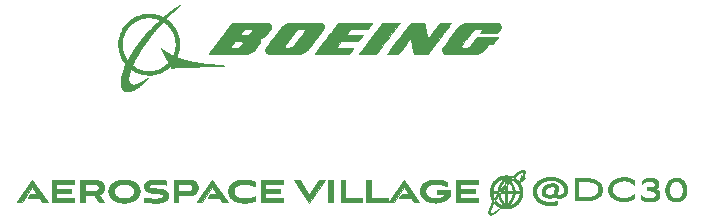
<source format=gbr>
G04 #@! TF.GenerationSoftware,KiCad,Pcbnew,(6.99.0-2452-gdb4f2d9dd8)*
G04 #@! TF.CreationDate,2022-07-21T13:31:46-08:00*
G04 #@! TF.ProjectId,Boeing,426f6569-6e67-42e6-9b69-6361645f7063,rev?*
G04 #@! TF.SameCoordinates,Original*
G04 #@! TF.FileFunction,Legend,Top*
G04 #@! TF.FilePolarity,Positive*
%FSLAX46Y46*%
G04 Gerber Fmt 4.6, Leading zero omitted, Abs format (unit mm)*
G04 Created by KiCad (PCBNEW (6.99.0-2452-gdb4f2d9dd8)) date 2022-07-21 13:31:46*
%MOMM*%
%LPD*%
G01*
G04 APERTURE LIST*
%ADD10C,0.019843*%
%ADD11C,0.016000*%
%ADD12C,0.030000*%
%ADD13C,0.015000*%
%ADD14C,0.375000*%
%ADD15R,1.800000X1.800000*%
%ADD16C,1.800000*%
%ADD17O,1.700000X1.700000*%
%ADD18R,1.700000X1.700000*%
G04 APERTURE END LIST*
D10*
X153747010Y-72576395D02*
X153740758Y-72626782D01*
X154064432Y-71929599D02*
X154031831Y-71964758D01*
X155756203Y-73537723D02*
X155787369Y-73501228D01*
X154355631Y-73413674D02*
X154320340Y-73344730D01*
X155412611Y-72399494D02*
X155387945Y-72332536D01*
X154170389Y-73669892D02*
X154247362Y-73727049D01*
X154375450Y-72400998D02*
X154354474Y-72468832D01*
X155556857Y-73129447D02*
X155531117Y-73202528D01*
X155190245Y-71614889D02*
X155142368Y-71603213D01*
X155961598Y-72290295D02*
X155941762Y-72245739D01*
X154459271Y-72203272D02*
X154428179Y-72268197D01*
X155756327Y-71964833D02*
X155689746Y-71895902D01*
X155182696Y-73795082D02*
X155093546Y-73908925D01*
X154179463Y-72599807D02*
X154192068Y-72522964D01*
X156032694Y-72975778D02*
X156041024Y-72926086D01*
X154821488Y-73835304D02*
X154821488Y-72824662D01*
X155359907Y-72266638D02*
X155328827Y-72201805D01*
X154433124Y-73547126D02*
X154393348Y-73481154D01*
X155093744Y-71593556D02*
X155182829Y-71707390D01*
X155093744Y-71593556D02*
X155093744Y-71593556D01*
X155139320Y-71893820D02*
X155053748Y-71778279D01*
X153916239Y-72118293D02*
X153891274Y-72159673D01*
X155395875Y-72021327D02*
X155433767Y-72088806D01*
X156051404Y-72824662D02*
X155616032Y-72824662D01*
X154031831Y-73537723D02*
X154098422Y-73606661D01*
X155359768Y-73234186D02*
X155387817Y-73168274D01*
D11*
G36*
X130163073Y-60458867D02*
G01*
X130182050Y-60433429D01*
X130230287Y-60367568D01*
X130289557Y-60288154D01*
X130420270Y-60115970D01*
X130532328Y-59971481D01*
X130568279Y-59926686D01*
X130578946Y-59914137D01*
X130583869Y-59909292D01*
X130584491Y-59909033D01*
X130585106Y-59908744D01*
X130586308Y-59908076D01*
X130587469Y-59907299D01*
X130588583Y-59906420D01*
X130589644Y-59905450D01*
X130590645Y-59904397D01*
X130591580Y-59903271D01*
X130592444Y-59902080D01*
X130593229Y-59900835D01*
X130593929Y-59899544D01*
X130594539Y-59898216D01*
X130595052Y-59896861D01*
X130595462Y-59895487D01*
X130595762Y-59894105D01*
X130595947Y-59892723D01*
X130595994Y-59892035D01*
X130596010Y-59891350D01*
X130596820Y-59888388D01*
X130599201Y-59883533D01*
X130608372Y-59868553D01*
X130622922Y-59847229D01*
X130642252Y-59820380D01*
X130665761Y-59788824D01*
X130692847Y-59753381D01*
X130722911Y-59714869D01*
X130755352Y-59674106D01*
X130924948Y-59447272D01*
X132374007Y-59447272D01*
X132375799Y-59448098D01*
X132381058Y-59448902D01*
X132401269Y-59450423D01*
X132475500Y-59453002D01*
X132585361Y-59454745D01*
X132719517Y-59455384D01*
X133065026Y-59455384D01*
X133134378Y-59412711D01*
X133141649Y-59408091D01*
X133149121Y-59403066D01*
X133156739Y-59397684D01*
X133164446Y-59391994D01*
X133172186Y-59386044D01*
X133179904Y-59379885D01*
X133187543Y-59373563D01*
X133195047Y-59367129D01*
X133202361Y-59360632D01*
X133209429Y-59354119D01*
X133216194Y-59347640D01*
X133222601Y-59341244D01*
X133228593Y-59334979D01*
X133234116Y-59328894D01*
X133239112Y-59323039D01*
X133243526Y-59317462D01*
X133274928Y-59276184D01*
X133287045Y-59260401D01*
X133294540Y-59250774D01*
X133314729Y-59225010D01*
X133332721Y-59201217D01*
X133348565Y-59179248D01*
X133362312Y-59158956D01*
X133368415Y-59149392D01*
X133374012Y-59140191D01*
X133379110Y-59131336D01*
X133383714Y-59122808D01*
X133387832Y-59114587D01*
X133391469Y-59106657D01*
X133394631Y-59098998D01*
X133397325Y-59091592D01*
X133399558Y-59084420D01*
X133401334Y-59077465D01*
X133402662Y-59070707D01*
X133403545Y-59064128D01*
X133403992Y-59057709D01*
X133404008Y-59051433D01*
X133403600Y-59045280D01*
X133402773Y-59039233D01*
X133401535Y-59033272D01*
X133399890Y-59027380D01*
X133397846Y-59021538D01*
X133395408Y-59015727D01*
X133392584Y-59009929D01*
X133389378Y-59004125D01*
X133385798Y-58998298D01*
X133381850Y-58992428D01*
X133373792Y-58982018D01*
X133369173Y-58977802D01*
X133363491Y-58974190D01*
X133356243Y-58971136D01*
X133346927Y-58968597D01*
X133335039Y-58966530D01*
X133320076Y-58964893D01*
X133278919Y-58962729D01*
X133219432Y-58961759D01*
X133029387Y-58962012D01*
X132963118Y-58962484D01*
X132901409Y-58963306D01*
X132845604Y-58964430D01*
X132797045Y-58965813D01*
X132757074Y-58967409D01*
X132727033Y-58969173D01*
X132716156Y-58970104D01*
X132708266Y-58971060D01*
X132703529Y-58972035D01*
X132702395Y-58972529D01*
X132702113Y-58973025D01*
X132702426Y-58974825D01*
X132702400Y-58976981D01*
X132702054Y-58979465D01*
X132701408Y-58982248D01*
X132700480Y-58985301D01*
X132699291Y-58988596D01*
X132696203Y-58995798D01*
X132692299Y-59003626D01*
X132687733Y-59011851D01*
X132682658Y-59020244D01*
X132677228Y-59028579D01*
X132671599Y-59036625D01*
X132665923Y-59044156D01*
X132660355Y-59050943D01*
X132655050Y-59056758D01*
X132650160Y-59061372D01*
X132647919Y-59063157D01*
X132645841Y-59064557D01*
X132643943Y-59065543D01*
X132642246Y-59066085D01*
X132640768Y-59066157D01*
X132639529Y-59065729D01*
X132638938Y-59065391D01*
X132638355Y-59065113D01*
X132637781Y-59064892D01*
X132637215Y-59064729D01*
X132636658Y-59064623D01*
X132636113Y-59064571D01*
X132635578Y-59064575D01*
X132635056Y-59064631D01*
X132634546Y-59064741D01*
X132634049Y-59064903D01*
X132633567Y-59065115D01*
X132633099Y-59065377D01*
X132632647Y-59065689D01*
X132632211Y-59066049D01*
X132631793Y-59066456D01*
X132631392Y-59066909D01*
X132631010Y-59067408D01*
X132630647Y-59067952D01*
X132630305Y-59068540D01*
X132629983Y-59069170D01*
X132629682Y-59069842D01*
X132629404Y-59070555D01*
X132628917Y-59072102D01*
X132628528Y-59073801D01*
X132628243Y-59075647D01*
X132628068Y-59077632D01*
X132628008Y-59079748D01*
X132627733Y-59082230D01*
X132626928Y-59085284D01*
X132625619Y-59088869D01*
X132623833Y-59092941D01*
X132621597Y-59097456D01*
X132618939Y-59102371D01*
X132615885Y-59107644D01*
X132612464Y-59113231D01*
X132604625Y-59125173D01*
X132595638Y-59137853D01*
X132585721Y-59150924D01*
X132575092Y-59164042D01*
X132549553Y-59195860D01*
X132518842Y-59236150D01*
X132485602Y-59281188D01*
X132452478Y-59327250D01*
X132422113Y-59370613D01*
X132397151Y-59407553D01*
X132380235Y-59434347D01*
X132375621Y-59442776D01*
X132374009Y-59447272D01*
X132374007Y-59447272D01*
X130924948Y-59447272D01*
X130988266Y-59362584D01*
X131155874Y-59138346D01*
X131215515Y-59059087D01*
X131247696Y-59016861D01*
X131267757Y-58990865D01*
X131294397Y-58955797D01*
X131353523Y-58876827D01*
X131379507Y-58841867D01*
X131401503Y-58812522D01*
X131420078Y-58788073D01*
X131435799Y-58767796D01*
X131449233Y-58750970D01*
X131460946Y-58736873D01*
X131471507Y-58724785D01*
X131481482Y-58713983D01*
X131483279Y-58712029D01*
X131485025Y-58710010D01*
X131486713Y-58707941D01*
X131488331Y-58705838D01*
X131489872Y-58703717D01*
X131491327Y-58701594D01*
X131492686Y-58699483D01*
X131493940Y-58697400D01*
X131495080Y-58695362D01*
X131496098Y-58693382D01*
X131496984Y-58691478D01*
X131497729Y-58689665D01*
X131498324Y-58687958D01*
X131498761Y-58686372D01*
X131499029Y-58684924D01*
X131499098Y-58684256D01*
X131499121Y-58683629D01*
X131499167Y-58682991D01*
X131499304Y-58682293D01*
X131499841Y-58680724D01*
X131500713Y-58678943D01*
X131501904Y-58676969D01*
X131503395Y-58674821D01*
X131505167Y-58672520D01*
X131507202Y-58670084D01*
X131509483Y-58667534D01*
X131511991Y-58664890D01*
X131514709Y-58662170D01*
X131517618Y-58659394D01*
X131520700Y-58656582D01*
X131523937Y-58653754D01*
X131527311Y-58650929D01*
X131530804Y-58648127D01*
X131534398Y-58645367D01*
X131537991Y-58642580D01*
X131541484Y-58639699D01*
X131544858Y-58636744D01*
X131548095Y-58633740D01*
X131551177Y-58630707D01*
X131554086Y-58627669D01*
X131556804Y-58624647D01*
X131559312Y-58621665D01*
X131561593Y-58618743D01*
X131563629Y-58615905D01*
X131565401Y-58613173D01*
X131566891Y-58610569D01*
X131568082Y-58608115D01*
X131568559Y-58606952D01*
X131568955Y-58605834D01*
X131569266Y-58604765D01*
X131569492Y-58603748D01*
X131569629Y-58602785D01*
X131569675Y-58601880D01*
X131569863Y-58599936D01*
X131570415Y-58597629D01*
X131571313Y-58594989D01*
X131572538Y-58592046D01*
X131574071Y-58588829D01*
X131575894Y-58585368D01*
X131577988Y-58581693D01*
X131580334Y-58577833D01*
X131582915Y-58573819D01*
X131585710Y-58569679D01*
X131588702Y-58565445D01*
X131591873Y-58561145D01*
X131595203Y-58556809D01*
X131598673Y-58552467D01*
X131602266Y-58548149D01*
X131605963Y-58543884D01*
X131622889Y-58524346D01*
X131642149Y-58501456D01*
X131661374Y-58478065D01*
X131678193Y-58457023D01*
X131714135Y-58411162D01*
X133178090Y-58411162D01*
X133643287Y-58411451D01*
X134010672Y-58412500D01*
X134291663Y-58414585D01*
X134403330Y-58416101D01*
X134497681Y-58417979D01*
X134576143Y-58420252D01*
X134640143Y-58422956D01*
X134691109Y-58426124D01*
X134730469Y-58429791D01*
X134759649Y-58433992D01*
X134770868Y-58436302D01*
X134780078Y-58438759D01*
X134787456Y-58441366D01*
X134793182Y-58444128D01*
X134797433Y-58447049D01*
X134800388Y-58450133D01*
X134801291Y-58451215D01*
X134802384Y-58452308D01*
X134803653Y-58453404D01*
X134805082Y-58454496D01*
X134806656Y-58455576D01*
X134808361Y-58456637D01*
X134810183Y-58457672D01*
X134812105Y-58458673D01*
X134814113Y-58459633D01*
X134816193Y-58460544D01*
X134818330Y-58461400D01*
X134820508Y-58462192D01*
X134822713Y-58462913D01*
X134824930Y-58463556D01*
X134827144Y-58464113D01*
X134829341Y-58464577D01*
X134831804Y-58465305D01*
X134834798Y-58466635D01*
X134838284Y-58468535D01*
X134842220Y-58470970D01*
X134846564Y-58473908D01*
X134851276Y-58477315D01*
X134856315Y-58481157D01*
X134861638Y-58485401D01*
X134872977Y-58494962D01*
X134884964Y-58505730D01*
X134897270Y-58517437D01*
X134909566Y-58529815D01*
X134924454Y-58546113D01*
X134938116Y-58562862D01*
X134950546Y-58580051D01*
X134961741Y-58597662D01*
X134971697Y-58615683D01*
X134980409Y-58634099D01*
X134987872Y-58652894D01*
X134994084Y-58672055D01*
X134999039Y-58691567D01*
X135002734Y-58711415D01*
X135005164Y-58731585D01*
X135006325Y-58752062D01*
X135006213Y-58772832D01*
X135004823Y-58793880D01*
X135002153Y-58815191D01*
X134998196Y-58836751D01*
X134996329Y-58845272D01*
X134994383Y-58853635D01*
X134992373Y-58861795D01*
X134990314Y-58869703D01*
X134988223Y-58877313D01*
X134986115Y-58884579D01*
X134984006Y-58891454D01*
X134981911Y-58897891D01*
X134979847Y-58903843D01*
X134977828Y-58909263D01*
X134975872Y-58914105D01*
X134973993Y-58918322D01*
X134972207Y-58921867D01*
X134970530Y-58924693D01*
X134969738Y-58925822D01*
X134968978Y-58926753D01*
X134968253Y-58927482D01*
X134967566Y-58928001D01*
X134966179Y-58928994D01*
X134964699Y-58930303D01*
X134963140Y-58931909D01*
X134961515Y-58933789D01*
X134959837Y-58935922D01*
X134958120Y-58938286D01*
X134956377Y-58940860D01*
X134954622Y-58943622D01*
X134952866Y-58946551D01*
X134951125Y-58949626D01*
X134949411Y-58952824D01*
X134947737Y-58956125D01*
X134946116Y-58959507D01*
X134944563Y-58962948D01*
X134943089Y-58966427D01*
X134941709Y-58969923D01*
X134940280Y-58973377D01*
X134938663Y-58976734D01*
X134936877Y-58979977D01*
X134934940Y-58983088D01*
X134932869Y-58986050D01*
X134930684Y-58988846D01*
X134928401Y-58991458D01*
X134926039Y-58993869D01*
X134923617Y-58996062D01*
X134921151Y-58998018D01*
X134918661Y-58999721D01*
X134917412Y-59000472D01*
X134916164Y-59001154D01*
X134914918Y-59001763D01*
X134913678Y-59002298D01*
X134912445Y-59002757D01*
X134911221Y-59003137D01*
X134910010Y-59003437D01*
X134908812Y-59003653D01*
X134907631Y-59003785D01*
X134906469Y-59003829D01*
X134905333Y-59003845D01*
X134904232Y-59003893D01*
X134903167Y-59003973D01*
X134902137Y-59004082D01*
X134901144Y-59004221D01*
X134900189Y-59004389D01*
X134899273Y-59004585D01*
X134898397Y-59004807D01*
X134897562Y-59005057D01*
X134896768Y-59005331D01*
X134896017Y-59005631D01*
X134895310Y-59005954D01*
X134894647Y-59006301D01*
X134894030Y-59006669D01*
X134893459Y-59007060D01*
X134892936Y-59007471D01*
X134892461Y-59007902D01*
X134892035Y-59008353D01*
X134891660Y-59008821D01*
X134891336Y-59009308D01*
X134891064Y-59009811D01*
X134890844Y-59010330D01*
X134890679Y-59010864D01*
X134890569Y-59011413D01*
X134890515Y-59011975D01*
X134890518Y-59012550D01*
X134890578Y-59013137D01*
X134890698Y-59013736D01*
X134890877Y-59014344D01*
X134891116Y-59014963D01*
X134891417Y-59015590D01*
X134891781Y-59016225D01*
X134892096Y-59017503D01*
X134891891Y-59019436D01*
X134890006Y-59025145D01*
X134886286Y-59033115D01*
X134880893Y-59043106D01*
X134865740Y-59068193D01*
X134845841Y-59098493D01*
X134822492Y-59132090D01*
X134796989Y-59167072D01*
X134770627Y-59201525D01*
X134744701Y-59233532D01*
X134732606Y-59248578D01*
X134710356Y-59276797D01*
X134648080Y-59356607D01*
X134630086Y-59379163D01*
X134610422Y-59402711D01*
X134589724Y-59426556D01*
X134568627Y-59450005D01*
X134547769Y-59472362D01*
X134527786Y-59492933D01*
X134509313Y-59511024D01*
X134500841Y-59518922D01*
X134492986Y-59525940D01*
X134471842Y-59543723D01*
X134449061Y-59561720D01*
X134424861Y-59579804D01*
X134399457Y-59597849D01*
X134373067Y-59615730D01*
X134345908Y-59633321D01*
X134318197Y-59650496D01*
X134290150Y-59667130D01*
X134261985Y-59683095D01*
X134233918Y-59698268D01*
X134206166Y-59712522D01*
X134178946Y-59725731D01*
X134152475Y-59737769D01*
X134126970Y-59748511D01*
X134102648Y-59757831D01*
X134079726Y-59765603D01*
X134058600Y-59772354D01*
X134038480Y-59779008D01*
X134019836Y-59785393D01*
X134003137Y-59791338D01*
X133988853Y-59796674D01*
X133977455Y-59801228D01*
X133972984Y-59803158D01*
X133969410Y-59804830D01*
X133966793Y-59806220D01*
X133965191Y-59807308D01*
X133964710Y-59807830D01*
X133964344Y-59808462D01*
X133964089Y-59809203D01*
X133963944Y-59810048D01*
X133963907Y-59810993D01*
X133963975Y-59812036D01*
X133964421Y-59814399D01*
X133965267Y-59817110D01*
X133966495Y-59820139D01*
X133968090Y-59823460D01*
X133970037Y-59827044D01*
X133972318Y-59830864D01*
X133974919Y-59834890D01*
X133977823Y-59839096D01*
X133981015Y-59843454D01*
X133984478Y-59847935D01*
X133988196Y-59852511D01*
X133992153Y-59857155D01*
X133996334Y-59861838D01*
X134008687Y-59876379D01*
X134019858Y-59891622D01*
X134029836Y-59907498D01*
X134038608Y-59923937D01*
X134046163Y-59940868D01*
X134052486Y-59958222D01*
X134057568Y-59975928D01*
X134061394Y-59993917D01*
X134063952Y-60012118D01*
X134065231Y-60030462D01*
X134065218Y-60048879D01*
X134063900Y-60067298D01*
X134061265Y-60085650D01*
X134057302Y-60103865D01*
X134051996Y-60121872D01*
X134045337Y-60139602D01*
X134036298Y-60157377D01*
X134021316Y-60182186D01*
X133976496Y-60249003D01*
X133916813Y-60332243D01*
X133848202Y-60424095D01*
X133776598Y-60516748D01*
X133707937Y-60602393D01*
X133648155Y-60673219D01*
X133623448Y-60700633D01*
X133603186Y-60721415D01*
X133572416Y-60750034D01*
X133540517Y-60777712D01*
X133507552Y-60804416D01*
X133473585Y-60830109D01*
X133438680Y-60854757D01*
X133402900Y-60878324D01*
X133366310Y-60900776D01*
X133328973Y-60922077D01*
X133290952Y-60942193D01*
X133252312Y-60961089D01*
X133213115Y-60978729D01*
X133173427Y-60995079D01*
X133133310Y-61010104D01*
X133092828Y-61023768D01*
X133052045Y-61036037D01*
X133011024Y-61046875D01*
X133011029Y-61046871D01*
X132972650Y-61053776D01*
X132911176Y-61059257D01*
X132665671Y-61066805D01*
X132167973Y-61071232D01*
X131311541Y-61074254D01*
X129705791Y-61078590D01*
X129722578Y-61047224D01*
X129727423Y-61038990D01*
X129734580Y-61027961D01*
X129754541Y-60999209D01*
X129779887Y-60964355D01*
X129808047Y-60926787D01*
X129836447Y-60889891D01*
X129862514Y-60857054D01*
X129883677Y-60831664D01*
X129891616Y-60822819D01*
X129897363Y-60817107D01*
X129899037Y-60815560D01*
X129900749Y-60813840D01*
X129902487Y-60811967D01*
X129904238Y-60809958D01*
X129905990Y-60807831D01*
X129907730Y-60805604D01*
X129909446Y-60803296D01*
X129911125Y-60800924D01*
X129912755Y-60798506D01*
X129914322Y-60796061D01*
X129915816Y-60793607D01*
X129917223Y-60791162D01*
X129918530Y-60788743D01*
X129919726Y-60786370D01*
X129920798Y-60784059D01*
X129921733Y-60781830D01*
X129925719Y-60774605D01*
X129933898Y-60762117D01*
X129945770Y-60745052D01*
X129960839Y-60724093D01*
X129998574Y-60673230D01*
X130043120Y-60615003D01*
X130089049Y-60555613D01*
X130110803Y-60527293D01*
X131557515Y-60527293D01*
X131870512Y-60531373D01*
X131870515Y-60531374D01*
X131992848Y-60533212D01*
X132094558Y-60535206D01*
X132165041Y-60537114D01*
X132185258Y-60537960D01*
X132193692Y-60538695D01*
X132195570Y-60538966D01*
X132198158Y-60538834D01*
X132205270Y-60537449D01*
X132214641Y-60534721D01*
X132225883Y-60530828D01*
X132238612Y-60525949D01*
X132252439Y-60520266D01*
X132281845Y-60507200D01*
X132311008Y-60493066D01*
X132324533Y-60486047D01*
X132336837Y-60479300D01*
X132347535Y-60473004D01*
X132356240Y-60467338D01*
X132362565Y-60462483D01*
X132364714Y-60460415D01*
X132366123Y-60458617D01*
X132366645Y-60457812D01*
X132367193Y-60457038D01*
X132367768Y-60456296D01*
X132368367Y-60455586D01*
X132368990Y-60454908D01*
X132369633Y-60454264D01*
X132370297Y-60453654D01*
X132370979Y-60453078D01*
X132371679Y-60452536D01*
X132372394Y-60452030D01*
X132373123Y-60451560D01*
X132373865Y-60451125D01*
X132374618Y-60450728D01*
X132375381Y-60450367D01*
X132376152Y-60450045D01*
X132376930Y-60449760D01*
X132377713Y-60449515D01*
X132378500Y-60449308D01*
X132379289Y-60449141D01*
X132380080Y-60449015D01*
X132380869Y-60448929D01*
X132381657Y-60448885D01*
X132382441Y-60448882D01*
X132383220Y-60448921D01*
X132383993Y-60449003D01*
X132384758Y-60449129D01*
X132385513Y-60449298D01*
X132386258Y-60449511D01*
X132386990Y-60449769D01*
X132387708Y-60450072D01*
X132388411Y-60450421D01*
X132389097Y-60450816D01*
X132389770Y-60451209D01*
X132390435Y-60451550D01*
X132391090Y-60451840D01*
X132391735Y-60452080D01*
X132392369Y-60452270D01*
X132392992Y-60452412D01*
X132393601Y-60452505D01*
X132394197Y-60452550D01*
X132394778Y-60452548D01*
X132395345Y-60452500D01*
X132395895Y-60452405D01*
X132396428Y-60452266D01*
X132396943Y-60452082D01*
X132397440Y-60451854D01*
X132397917Y-60451583D01*
X132398374Y-60451269D01*
X132398810Y-60450913D01*
X132399223Y-60450516D01*
X132399614Y-60450078D01*
X132399981Y-60449600D01*
X132400324Y-60449082D01*
X132400641Y-60448525D01*
X132400932Y-60447931D01*
X132401196Y-60447298D01*
X132401432Y-60446629D01*
X132401640Y-60445923D01*
X132401817Y-60445181D01*
X132401965Y-60444404D01*
X132402081Y-60443593D01*
X132402165Y-60442748D01*
X132402216Y-60441870D01*
X132402233Y-60440959D01*
X132402384Y-60438979D01*
X132402829Y-60436762D01*
X132403551Y-60434332D01*
X132404536Y-60431713D01*
X132405769Y-60428929D01*
X132407235Y-60426004D01*
X132408920Y-60422962D01*
X132410807Y-60419827D01*
X132412883Y-60416623D01*
X132415131Y-60413373D01*
X132417538Y-60410102D01*
X132420088Y-60406834D01*
X132422767Y-60403592D01*
X132425559Y-60400401D01*
X132428449Y-60397284D01*
X132431422Y-60394265D01*
X132438994Y-60386073D01*
X132449361Y-60373746D01*
X132462059Y-60357889D01*
X132476625Y-60339106D01*
X132492596Y-60318003D01*
X132509510Y-60295185D01*
X132526903Y-60271255D01*
X132544312Y-60246819D01*
X132560740Y-60223093D01*
X132575315Y-60201117D01*
X132588056Y-60180804D01*
X132593745Y-60171243D01*
X132598984Y-60162066D01*
X132603774Y-60153260D01*
X132608119Y-60144816D01*
X132612022Y-60136721D01*
X132615484Y-60128967D01*
X132618508Y-60121540D01*
X132621097Y-60114432D01*
X132623254Y-60107629D01*
X132624981Y-60101123D01*
X132626281Y-60094901D01*
X132627156Y-60088954D01*
X132627609Y-60083269D01*
X132627642Y-60077837D01*
X132627258Y-60072646D01*
X132626460Y-60067685D01*
X132625250Y-60062944D01*
X132623631Y-60058412D01*
X132621606Y-60054077D01*
X132619176Y-60049928D01*
X132616345Y-60045956D01*
X132613115Y-60042149D01*
X132609489Y-60038496D01*
X132605470Y-60034986D01*
X132601059Y-60031608D01*
X132596260Y-60028352D01*
X132582065Y-60019829D01*
X132574831Y-60016378D01*
X132566791Y-60013423D01*
X132557407Y-60010931D01*
X132546141Y-60008868D01*
X132515813Y-60005898D01*
X132471508Y-60004245D01*
X132408926Y-60003644D01*
X132211732Y-60004531D01*
X131929510Y-60006476D01*
X131895566Y-60061523D01*
X131888072Y-60073309D01*
X131879776Y-60085712D01*
X131870951Y-60098360D01*
X131861875Y-60110880D01*
X131852820Y-60122902D01*
X131844062Y-60134052D01*
X131835877Y-60143959D01*
X131828538Y-60152250D01*
X131825168Y-60155929D01*
X131821892Y-60159593D01*
X131818728Y-60163219D01*
X131815692Y-60166784D01*
X131812802Y-60170265D01*
X131810073Y-60173640D01*
X131807525Y-60176887D01*
X131805172Y-60179981D01*
X131803033Y-60182901D01*
X131801124Y-60185624D01*
X131799462Y-60188128D01*
X131798064Y-60190389D01*
X131796948Y-60192384D01*
X131796129Y-60194092D01*
X131795625Y-60195489D01*
X131795497Y-60196064D01*
X131795454Y-60196553D01*
X131794563Y-60199153D01*
X131791957Y-60203821D01*
X131781995Y-60218842D01*
X131766362Y-60240570D01*
X131745852Y-60267958D01*
X131693379Y-60335536D01*
X131630926Y-60413209D01*
X131622750Y-60423461D01*
X131614443Y-60434335D01*
X131606235Y-60445500D01*
X131598357Y-60456624D01*
X131591038Y-60467376D01*
X131584510Y-60477424D01*
X131579003Y-60486436D01*
X131576704Y-60490450D01*
X131574747Y-60494081D01*
X131557515Y-60527293D01*
X130110803Y-60527293D01*
X130130553Y-60501582D01*
X130163073Y-60458867D01*
G37*
X130163073Y-60458867D02*
X130182050Y-60433429D01*
X130230287Y-60367568D01*
X130289557Y-60288154D01*
X130420270Y-60115970D01*
X130532328Y-59971481D01*
X130568279Y-59926686D01*
X130578946Y-59914137D01*
X130583869Y-59909292D01*
X130584491Y-59909033D01*
X130585106Y-59908744D01*
X130586308Y-59908076D01*
X130587469Y-59907299D01*
X130588583Y-59906420D01*
X130589644Y-59905450D01*
X130590645Y-59904397D01*
X130591580Y-59903271D01*
X130592444Y-59902080D01*
X130593229Y-59900835D01*
X130593929Y-59899544D01*
X130594539Y-59898216D01*
X130595052Y-59896861D01*
X130595462Y-59895487D01*
X130595762Y-59894105D01*
X130595947Y-59892723D01*
X130595994Y-59892035D01*
X130596010Y-59891350D01*
X130596820Y-59888388D01*
X130599201Y-59883533D01*
X130608372Y-59868553D01*
X130622922Y-59847229D01*
X130642252Y-59820380D01*
X130665761Y-59788824D01*
X130692847Y-59753381D01*
X130722911Y-59714869D01*
X130755352Y-59674106D01*
X130924948Y-59447272D01*
X132374007Y-59447272D01*
X132375799Y-59448098D01*
X132381058Y-59448902D01*
X132401269Y-59450423D01*
X132475500Y-59453002D01*
X132585361Y-59454745D01*
X132719517Y-59455384D01*
X133065026Y-59455384D01*
X133134378Y-59412711D01*
X133141649Y-59408091D01*
X133149121Y-59403066D01*
X133156739Y-59397684D01*
X133164446Y-59391994D01*
X133172186Y-59386044D01*
X133179904Y-59379885D01*
X133187543Y-59373563D01*
X133195047Y-59367129D01*
X133202361Y-59360632D01*
X133209429Y-59354119D01*
X133216194Y-59347640D01*
X133222601Y-59341244D01*
X133228593Y-59334979D01*
X133234116Y-59328894D01*
X133239112Y-59323039D01*
X133243526Y-59317462D01*
X133274928Y-59276184D01*
X133287045Y-59260401D01*
X133294540Y-59250774D01*
X133314729Y-59225010D01*
X133332721Y-59201217D01*
X133348565Y-59179248D01*
X133362312Y-59158956D01*
X133368415Y-59149392D01*
X133374012Y-59140191D01*
X133379110Y-59131336D01*
X133383714Y-59122808D01*
X133387832Y-59114587D01*
X133391469Y-59106657D01*
X133394631Y-59098998D01*
X133397325Y-59091592D01*
X133399558Y-59084420D01*
X133401334Y-59077465D01*
X133402662Y-59070707D01*
X133403545Y-59064128D01*
X133403992Y-59057709D01*
X133404008Y-59051433D01*
X133403600Y-59045280D01*
X133402773Y-59039233D01*
X133401535Y-59033272D01*
X133399890Y-59027380D01*
X133397846Y-59021538D01*
X133395408Y-59015727D01*
X133392584Y-59009929D01*
X133389378Y-59004125D01*
X133385798Y-58998298D01*
X133381850Y-58992428D01*
X133373792Y-58982018D01*
X133369173Y-58977802D01*
X133363491Y-58974190D01*
X133356243Y-58971136D01*
X133346927Y-58968597D01*
X133335039Y-58966530D01*
X133320076Y-58964893D01*
X133278919Y-58962729D01*
X133219432Y-58961759D01*
X133029387Y-58962012D01*
X132963118Y-58962484D01*
X132901409Y-58963306D01*
X132845604Y-58964430D01*
X132797045Y-58965813D01*
X132757074Y-58967409D01*
X132727033Y-58969173D01*
X132716156Y-58970104D01*
X132708266Y-58971060D01*
X132703529Y-58972035D01*
X132702395Y-58972529D01*
X132702113Y-58973025D01*
X132702426Y-58974825D01*
X132702400Y-58976981D01*
X132702054Y-58979465D01*
X132701408Y-58982248D01*
X132700480Y-58985301D01*
X132699291Y-58988596D01*
X132696203Y-58995798D01*
X132692299Y-59003626D01*
X132687733Y-59011851D01*
X132682658Y-59020244D01*
X132677228Y-59028579D01*
X132671599Y-59036625D01*
X132665923Y-59044156D01*
X132660355Y-59050943D01*
X132655050Y-59056758D01*
X132650160Y-59061372D01*
X132647919Y-59063157D01*
X132645841Y-59064557D01*
X132643943Y-59065543D01*
X132642246Y-59066085D01*
X132640768Y-59066157D01*
X132639529Y-59065729D01*
X132638938Y-59065391D01*
X132638355Y-59065113D01*
X132637781Y-59064892D01*
X132637215Y-59064729D01*
X132636658Y-59064623D01*
X132636113Y-59064571D01*
X132635578Y-59064575D01*
X132635056Y-59064631D01*
X132634546Y-59064741D01*
X132634049Y-59064903D01*
X132633567Y-59065115D01*
X132633099Y-59065377D01*
X132632647Y-59065689D01*
X132632211Y-59066049D01*
X132631793Y-59066456D01*
X132631392Y-59066909D01*
X132631010Y-59067408D01*
X132630647Y-59067952D01*
X132630305Y-59068540D01*
X132629983Y-59069170D01*
X132629682Y-59069842D01*
X132629404Y-59070555D01*
X132628917Y-59072102D01*
X132628528Y-59073801D01*
X132628243Y-59075647D01*
X132628068Y-59077632D01*
X132628008Y-59079748D01*
X132627733Y-59082230D01*
X132626928Y-59085284D01*
X132625619Y-59088869D01*
X132623833Y-59092941D01*
X132621597Y-59097456D01*
X132618939Y-59102371D01*
X132615885Y-59107644D01*
X132612464Y-59113231D01*
X132604625Y-59125173D01*
X132595638Y-59137853D01*
X132585721Y-59150924D01*
X132575092Y-59164042D01*
X132549553Y-59195860D01*
X132518842Y-59236150D01*
X132485602Y-59281188D01*
X132452478Y-59327250D01*
X132422113Y-59370613D01*
X132397151Y-59407553D01*
X132380235Y-59434347D01*
X132375621Y-59442776D01*
X132374009Y-59447272D01*
X132374007Y-59447272D01*
X130924948Y-59447272D01*
X130988266Y-59362584D01*
X131155874Y-59138346D01*
X131215515Y-59059087D01*
X131247696Y-59016861D01*
X131267757Y-58990865D01*
X131294397Y-58955797D01*
X131353523Y-58876827D01*
X131379507Y-58841867D01*
X131401503Y-58812522D01*
X131420078Y-58788073D01*
X131435799Y-58767796D01*
X131449233Y-58750970D01*
X131460946Y-58736873D01*
X131471507Y-58724785D01*
X131481482Y-58713983D01*
X131483279Y-58712029D01*
X131485025Y-58710010D01*
X131486713Y-58707941D01*
X131488331Y-58705838D01*
X131489872Y-58703717D01*
X131491327Y-58701594D01*
X131492686Y-58699483D01*
X131493940Y-58697400D01*
X131495080Y-58695362D01*
X131496098Y-58693382D01*
X131496984Y-58691478D01*
X131497729Y-58689665D01*
X131498324Y-58687958D01*
X131498761Y-58686372D01*
X131499029Y-58684924D01*
X131499098Y-58684256D01*
X131499121Y-58683629D01*
X131499167Y-58682991D01*
X131499304Y-58682293D01*
X131499841Y-58680724D01*
X131500713Y-58678943D01*
X131501904Y-58676969D01*
X131503395Y-58674821D01*
X131505167Y-58672520D01*
X131507202Y-58670084D01*
X131509483Y-58667534D01*
X131511991Y-58664890D01*
X131514709Y-58662170D01*
X131517618Y-58659394D01*
X131520700Y-58656582D01*
X131523937Y-58653754D01*
X131527311Y-58650929D01*
X131530804Y-58648127D01*
X131534398Y-58645367D01*
X131537991Y-58642580D01*
X131541484Y-58639699D01*
X131544858Y-58636744D01*
X131548095Y-58633740D01*
X131551177Y-58630707D01*
X131554086Y-58627669D01*
X131556804Y-58624647D01*
X131559312Y-58621665D01*
X131561593Y-58618743D01*
X131563629Y-58615905D01*
X131565401Y-58613173D01*
X131566891Y-58610569D01*
X131568082Y-58608115D01*
X131568559Y-58606952D01*
X131568955Y-58605834D01*
X131569266Y-58604765D01*
X131569492Y-58603748D01*
X131569629Y-58602785D01*
X131569675Y-58601880D01*
X131569863Y-58599936D01*
X131570415Y-58597629D01*
X131571313Y-58594989D01*
X131572538Y-58592046D01*
X131574071Y-58588829D01*
X131575894Y-58585368D01*
X131577988Y-58581693D01*
X131580334Y-58577833D01*
X131582915Y-58573819D01*
X131585710Y-58569679D01*
X131588702Y-58565445D01*
X131591873Y-58561145D01*
X131595203Y-58556809D01*
X131598673Y-58552467D01*
X131602266Y-58548149D01*
X131605963Y-58543884D01*
X131622889Y-58524346D01*
X131642149Y-58501456D01*
X131661374Y-58478065D01*
X131678193Y-58457023D01*
X131714135Y-58411162D01*
X133178090Y-58411162D01*
X133643287Y-58411451D01*
X134010672Y-58412500D01*
X134291663Y-58414585D01*
X134403330Y-58416101D01*
X134497681Y-58417979D01*
X134576143Y-58420252D01*
X134640143Y-58422956D01*
X134691109Y-58426124D01*
X134730469Y-58429791D01*
X134759649Y-58433992D01*
X134770868Y-58436302D01*
X134780078Y-58438759D01*
X134787456Y-58441366D01*
X134793182Y-58444128D01*
X134797433Y-58447049D01*
X134800388Y-58450133D01*
X134801291Y-58451215D01*
X134802384Y-58452308D01*
X134803653Y-58453404D01*
X134805082Y-58454496D01*
X134806656Y-58455576D01*
X134808361Y-58456637D01*
X134810183Y-58457672D01*
X134812105Y-58458673D01*
X134814113Y-58459633D01*
X134816193Y-58460544D01*
X134818330Y-58461400D01*
X134820508Y-58462192D01*
X134822713Y-58462913D01*
X134824930Y-58463556D01*
X134827144Y-58464113D01*
X134829341Y-58464577D01*
X134831804Y-58465305D01*
X134834798Y-58466635D01*
X134838284Y-58468535D01*
X134842220Y-58470970D01*
X134846564Y-58473908D01*
X134851276Y-58477315D01*
X134856315Y-58481157D01*
X134861638Y-58485401D01*
X134872977Y-58494962D01*
X134884964Y-58505730D01*
X134897270Y-58517437D01*
X134909566Y-58529815D01*
X134924454Y-58546113D01*
X134938116Y-58562862D01*
X134950546Y-58580051D01*
X134961741Y-58597662D01*
X134971697Y-58615683D01*
X134980409Y-58634099D01*
X134987872Y-58652894D01*
X134994084Y-58672055D01*
X134999039Y-58691567D01*
X135002734Y-58711415D01*
X135005164Y-58731585D01*
X135006325Y-58752062D01*
X135006213Y-58772832D01*
X135004823Y-58793880D01*
X135002153Y-58815191D01*
X134998196Y-58836751D01*
X134996329Y-58845272D01*
X134994383Y-58853635D01*
X134992373Y-58861795D01*
X134990314Y-58869703D01*
X134988223Y-58877313D01*
X134986115Y-58884579D01*
X134984006Y-58891454D01*
X134981911Y-58897891D01*
X134979847Y-58903843D01*
X134977828Y-58909263D01*
X134975872Y-58914105D01*
X134973993Y-58918322D01*
X134972207Y-58921867D01*
X134970530Y-58924693D01*
X134969738Y-58925822D01*
X134968978Y-58926753D01*
X134968253Y-58927482D01*
X134967566Y-58928001D01*
X134966179Y-58928994D01*
X134964699Y-58930303D01*
X134963140Y-58931909D01*
X134961515Y-58933789D01*
X134959837Y-58935922D01*
X134958120Y-58938286D01*
X134956377Y-58940860D01*
X134954622Y-58943622D01*
X134952866Y-58946551D01*
X134951125Y-58949626D01*
X134949411Y-58952824D01*
X134947737Y-58956125D01*
X134946116Y-58959507D01*
X134944563Y-58962948D01*
X134943089Y-58966427D01*
X134941709Y-58969923D01*
X134940280Y-58973377D01*
X134938663Y-58976734D01*
X134936877Y-58979977D01*
X134934940Y-58983088D01*
X134932869Y-58986050D01*
X134930684Y-58988846D01*
X134928401Y-58991458D01*
X134926039Y-58993869D01*
X134923617Y-58996062D01*
X134921151Y-58998018D01*
X134918661Y-58999721D01*
X134917412Y-59000472D01*
X134916164Y-59001154D01*
X134914918Y-59001763D01*
X134913678Y-59002298D01*
X134912445Y-59002757D01*
X134911221Y-59003137D01*
X134910010Y-59003437D01*
X134908812Y-59003653D01*
X134907631Y-59003785D01*
X134906469Y-59003829D01*
X134905333Y-59003845D01*
X134904232Y-59003893D01*
X134903167Y-59003973D01*
X134902137Y-59004082D01*
X134901144Y-59004221D01*
X134900189Y-59004389D01*
X134899273Y-59004585D01*
X134898397Y-59004807D01*
X134897562Y-59005057D01*
X134896768Y-59005331D01*
X134896017Y-59005631D01*
X134895310Y-59005954D01*
X134894647Y-59006301D01*
X134894030Y-59006669D01*
X134893459Y-59007060D01*
X134892936Y-59007471D01*
X134892461Y-59007902D01*
X134892035Y-59008353D01*
X134891660Y-59008821D01*
X134891336Y-59009308D01*
X134891064Y-59009811D01*
X134890844Y-59010330D01*
X134890679Y-59010864D01*
X134890569Y-59011413D01*
X134890515Y-59011975D01*
X134890518Y-59012550D01*
X134890578Y-59013137D01*
X134890698Y-59013736D01*
X134890877Y-59014344D01*
X134891116Y-59014963D01*
X134891417Y-59015590D01*
X134891781Y-59016225D01*
X134892096Y-59017503D01*
X134891891Y-59019436D01*
X134890006Y-59025145D01*
X134886286Y-59033115D01*
X134880893Y-59043106D01*
X134865740Y-59068193D01*
X134845841Y-59098493D01*
X134822492Y-59132090D01*
X134796989Y-59167072D01*
X134770627Y-59201525D01*
X134744701Y-59233532D01*
X134732606Y-59248578D01*
X134710356Y-59276797D01*
X134648080Y-59356607D01*
X134630086Y-59379163D01*
X134610422Y-59402711D01*
X134589724Y-59426556D01*
X134568627Y-59450005D01*
X134547769Y-59472362D01*
X134527786Y-59492933D01*
X134509313Y-59511024D01*
X134500841Y-59518922D01*
X134492986Y-59525940D01*
X134471842Y-59543723D01*
X134449061Y-59561720D01*
X134424861Y-59579804D01*
X134399457Y-59597849D01*
X134373067Y-59615730D01*
X134345908Y-59633321D01*
X134318197Y-59650496D01*
X134290150Y-59667130D01*
X134261985Y-59683095D01*
X134233918Y-59698268D01*
X134206166Y-59712522D01*
X134178946Y-59725731D01*
X134152475Y-59737769D01*
X134126970Y-59748511D01*
X134102648Y-59757831D01*
X134079726Y-59765603D01*
X134058600Y-59772354D01*
X134038480Y-59779008D01*
X134019836Y-59785393D01*
X134003137Y-59791338D01*
X133988853Y-59796674D01*
X133977455Y-59801228D01*
X133972984Y-59803158D01*
X133969410Y-59804830D01*
X133966793Y-59806220D01*
X133965191Y-59807308D01*
X133964710Y-59807830D01*
X133964344Y-59808462D01*
X133964089Y-59809203D01*
X133963944Y-59810048D01*
X133963907Y-59810993D01*
X133963975Y-59812036D01*
X133964421Y-59814399D01*
X133965267Y-59817110D01*
X133966495Y-59820139D01*
X133968090Y-59823460D01*
X133970037Y-59827044D01*
X133972318Y-59830864D01*
X133974919Y-59834890D01*
X133977823Y-59839096D01*
X133981015Y-59843454D01*
X133984478Y-59847935D01*
X133988196Y-59852511D01*
X133992153Y-59857155D01*
X133996334Y-59861838D01*
X134008687Y-59876379D01*
X134019858Y-59891622D01*
X134029836Y-59907498D01*
X134038608Y-59923937D01*
X134046163Y-59940868D01*
X134052486Y-59958222D01*
X134057568Y-59975928D01*
X134061394Y-59993917D01*
X134063952Y-60012118D01*
X134065231Y-60030462D01*
X134065218Y-60048879D01*
X134063900Y-60067298D01*
X134061265Y-60085650D01*
X134057302Y-60103865D01*
X134051996Y-60121872D01*
X134045337Y-60139602D01*
X134036298Y-60157377D01*
X134021316Y-60182186D01*
X133976496Y-60249003D01*
X133916813Y-60332243D01*
X133848202Y-60424095D01*
X133776598Y-60516748D01*
X133707937Y-60602393D01*
X133648155Y-60673219D01*
X133623448Y-60700633D01*
X133603186Y-60721415D01*
X133572416Y-60750034D01*
X133540517Y-60777712D01*
X133507552Y-60804416D01*
X133473585Y-60830109D01*
X133438680Y-60854757D01*
X133402900Y-60878324D01*
X133366310Y-60900776D01*
X133328973Y-60922077D01*
X133290952Y-60942193D01*
X133252312Y-60961089D01*
X133213115Y-60978729D01*
X133173427Y-60995079D01*
X133133310Y-61010104D01*
X133092828Y-61023768D01*
X133052045Y-61036037D01*
X133011024Y-61046875D01*
X133011029Y-61046871D01*
X132972650Y-61053776D01*
X132911176Y-61059257D01*
X132665671Y-61066805D01*
X132167973Y-61071232D01*
X131311541Y-61074254D01*
X129705791Y-61078590D01*
X129722578Y-61047224D01*
X129727423Y-61038990D01*
X129734580Y-61027961D01*
X129754541Y-60999209D01*
X129779887Y-60964355D01*
X129808047Y-60926787D01*
X129836447Y-60889891D01*
X129862514Y-60857054D01*
X129883677Y-60831664D01*
X129891616Y-60822819D01*
X129897363Y-60817107D01*
X129899037Y-60815560D01*
X129900749Y-60813840D01*
X129902487Y-60811967D01*
X129904238Y-60809958D01*
X129905990Y-60807831D01*
X129907730Y-60805604D01*
X129909446Y-60803296D01*
X129911125Y-60800924D01*
X129912755Y-60798506D01*
X129914322Y-60796061D01*
X129915816Y-60793607D01*
X129917223Y-60791162D01*
X129918530Y-60788743D01*
X129919726Y-60786370D01*
X129920798Y-60784059D01*
X129921733Y-60781830D01*
X129925719Y-60774605D01*
X129933898Y-60762117D01*
X129945770Y-60745052D01*
X129960839Y-60724093D01*
X129998574Y-60673230D01*
X130043120Y-60615003D01*
X130089049Y-60555613D01*
X130110803Y-60527293D01*
X131557515Y-60527293D01*
X131870512Y-60531373D01*
X131870515Y-60531374D01*
X131992848Y-60533212D01*
X132094558Y-60535206D01*
X132165041Y-60537114D01*
X132185258Y-60537960D01*
X132193692Y-60538695D01*
X132195570Y-60538966D01*
X132198158Y-60538834D01*
X132205270Y-60537449D01*
X132214641Y-60534721D01*
X132225883Y-60530828D01*
X132238612Y-60525949D01*
X132252439Y-60520266D01*
X132281845Y-60507200D01*
X132311008Y-60493066D01*
X132324533Y-60486047D01*
X132336837Y-60479300D01*
X132347535Y-60473004D01*
X132356240Y-60467338D01*
X132362565Y-60462483D01*
X132364714Y-60460415D01*
X132366123Y-60458617D01*
X132366645Y-60457812D01*
X132367193Y-60457038D01*
X132367768Y-60456296D01*
X132368367Y-60455586D01*
X132368990Y-60454908D01*
X132369633Y-60454264D01*
X132370297Y-60453654D01*
X132370979Y-60453078D01*
X132371679Y-60452536D01*
X132372394Y-60452030D01*
X132373123Y-60451560D01*
X132373865Y-60451125D01*
X132374618Y-60450728D01*
X132375381Y-60450367D01*
X132376152Y-60450045D01*
X132376930Y-60449760D01*
X132377713Y-60449515D01*
X132378500Y-60449308D01*
X132379289Y-60449141D01*
X132380080Y-60449015D01*
X132380869Y-60448929D01*
X132381657Y-60448885D01*
X132382441Y-60448882D01*
X132383220Y-60448921D01*
X132383993Y-60449003D01*
X132384758Y-60449129D01*
X132385513Y-60449298D01*
X132386258Y-60449511D01*
X132386990Y-60449769D01*
X132387708Y-60450072D01*
X132388411Y-60450421D01*
X132389097Y-60450816D01*
X132389770Y-60451209D01*
X132390435Y-60451550D01*
X132391090Y-60451840D01*
X132391735Y-60452080D01*
X132392369Y-60452270D01*
X132392992Y-60452412D01*
X132393601Y-60452505D01*
X132394197Y-60452550D01*
X132394778Y-60452548D01*
X132395345Y-60452500D01*
X132395895Y-60452405D01*
X132396428Y-60452266D01*
X132396943Y-60452082D01*
X132397440Y-60451854D01*
X132397917Y-60451583D01*
X132398374Y-60451269D01*
X132398810Y-60450913D01*
X132399223Y-60450516D01*
X132399614Y-60450078D01*
X132399981Y-60449600D01*
X132400324Y-60449082D01*
X132400641Y-60448525D01*
X132400932Y-60447931D01*
X132401196Y-60447298D01*
X132401432Y-60446629D01*
X132401640Y-60445923D01*
X132401817Y-60445181D01*
X132401965Y-60444404D01*
X132402081Y-60443593D01*
X132402165Y-60442748D01*
X132402216Y-60441870D01*
X132402233Y-60440959D01*
X132402384Y-60438979D01*
X132402829Y-60436762D01*
X132403551Y-60434332D01*
X132404536Y-60431713D01*
X132405769Y-60428929D01*
X132407235Y-60426004D01*
X132408920Y-60422962D01*
X132410807Y-60419827D01*
X132412883Y-60416623D01*
X132415131Y-60413373D01*
X132417538Y-60410102D01*
X132420088Y-60406834D01*
X132422767Y-60403592D01*
X132425559Y-60400401D01*
X132428449Y-60397284D01*
X132431422Y-60394265D01*
X132438994Y-60386073D01*
X132449361Y-60373746D01*
X132462059Y-60357889D01*
X132476625Y-60339106D01*
X132492596Y-60318003D01*
X132509510Y-60295185D01*
X132526903Y-60271255D01*
X132544312Y-60246819D01*
X132560740Y-60223093D01*
X132575315Y-60201117D01*
X132588056Y-60180804D01*
X132593745Y-60171243D01*
X132598984Y-60162066D01*
X132603774Y-60153260D01*
X132608119Y-60144816D01*
X132612022Y-60136721D01*
X132615484Y-60128967D01*
X132618508Y-60121540D01*
X132621097Y-60114432D01*
X132623254Y-60107629D01*
X132624981Y-60101123D01*
X132626281Y-60094901D01*
X132627156Y-60088954D01*
X132627609Y-60083269D01*
X132627642Y-60077837D01*
X132627258Y-60072646D01*
X132626460Y-60067685D01*
X132625250Y-60062944D01*
X132623631Y-60058412D01*
X132621606Y-60054077D01*
X132619176Y-60049928D01*
X132616345Y-60045956D01*
X132613115Y-60042149D01*
X132609489Y-60038496D01*
X132605470Y-60034986D01*
X132601059Y-60031608D01*
X132596260Y-60028352D01*
X132582065Y-60019829D01*
X132574831Y-60016378D01*
X132566791Y-60013423D01*
X132557407Y-60010931D01*
X132546141Y-60008868D01*
X132515813Y-60005898D01*
X132471508Y-60004245D01*
X132408926Y-60003644D01*
X132211732Y-60004531D01*
X131929510Y-60006476D01*
X131895566Y-60061523D01*
X131888072Y-60073309D01*
X131879776Y-60085712D01*
X131870951Y-60098360D01*
X131861875Y-60110880D01*
X131852820Y-60122902D01*
X131844062Y-60134052D01*
X131835877Y-60143959D01*
X131828538Y-60152250D01*
X131825168Y-60155929D01*
X131821892Y-60159593D01*
X131818728Y-60163219D01*
X131815692Y-60166784D01*
X131812802Y-60170265D01*
X131810073Y-60173640D01*
X131807525Y-60176887D01*
X131805172Y-60179981D01*
X131803033Y-60182901D01*
X131801124Y-60185624D01*
X131799462Y-60188128D01*
X131798064Y-60190389D01*
X131796948Y-60192384D01*
X131796129Y-60194092D01*
X131795625Y-60195489D01*
X131795497Y-60196064D01*
X131795454Y-60196553D01*
X131794563Y-60199153D01*
X131791957Y-60203821D01*
X131781995Y-60218842D01*
X131766362Y-60240570D01*
X131745852Y-60267958D01*
X131693379Y-60335536D01*
X131630926Y-60413209D01*
X131622750Y-60423461D01*
X131614443Y-60434335D01*
X131606235Y-60445500D01*
X131598357Y-60456624D01*
X131591038Y-60467376D01*
X131584510Y-60477424D01*
X131579003Y-60486436D01*
X131576704Y-60490450D01*
X131574747Y-60494081D01*
X131557515Y-60527293D01*
X130110803Y-60527293D01*
X130130553Y-60501582D01*
X130163073Y-60458867D01*
D10*
X155616032Y-72824662D02*
X155608570Y-72902641D01*
X154400128Y-72334113D02*
X154375450Y-72400998D01*
X153755340Y-72975778D02*
X153765702Y-73024730D01*
D12*
G36*
X131314354Y-73621901D02*
G01*
X130856757Y-73621901D01*
X130646413Y-73302813D01*
X129617714Y-73302813D01*
X129837184Y-72969042D01*
X130428926Y-72969042D01*
X130009032Y-72327692D01*
X129161308Y-73621901D01*
X128703313Y-73621901D01*
X130009032Y-71708567D01*
X131314354Y-73621901D01*
G37*
X131314354Y-73621901D02*
X130856757Y-73621901D01*
X130646413Y-73302813D01*
X129617714Y-73302813D01*
X129837184Y-72969042D01*
X130428926Y-72969042D01*
X130009032Y-72327692D01*
X129161308Y-73621901D01*
X128703313Y-73621901D01*
X130009032Y-71708567D01*
X131314354Y-73621901D01*
D10*
X155616032Y-72677819D02*
X155616032Y-72677819D01*
X154607451Y-71953896D02*
X154567494Y-72014650D01*
X153970981Y-72039038D02*
X153942823Y-72078067D01*
X153765702Y-72477751D02*
X153755340Y-72526703D01*
X156041024Y-72926086D02*
X156047275Y-72875699D01*
X153736630Y-72824662D02*
X153736630Y-72824662D01*
X155190048Y-73887624D02*
X155237133Y-73873987D01*
X155271234Y-71828103D02*
X155314226Y-71890933D01*
X155416802Y-71701964D02*
X155373353Y-71680875D01*
X155387817Y-73168274D02*
X155412500Y-73101396D01*
X155595966Y-72979460D02*
X155578601Y-73055077D01*
X155617645Y-73669892D02*
X155654277Y-73639013D01*
X154694488Y-73908925D02*
X154605484Y-73795091D01*
X153736630Y-72677819D02*
X154172002Y-72677819D01*
X154734286Y-73724056D02*
X154821488Y-73835304D01*
X155689746Y-71895902D02*
X155617791Y-71832676D01*
D12*
G36*
X136018910Y-72064961D02*
G01*
X134525865Y-72064961D01*
X134525865Y-72522557D01*
X135748637Y-72522557D01*
X135748637Y-72819023D01*
X134525865Y-72819023D01*
X134525865Y-73299242D01*
X136018910Y-73299242D01*
X136018910Y-73621901D01*
X134116689Y-73621901D01*
X134116689Y-71738729D01*
X136018910Y-71738729D01*
X136018910Y-72064961D01*
G37*
X136018910Y-72064961D02*
X134525865Y-72064961D01*
X134525865Y-72522557D01*
X135748637Y-72522557D01*
X135748637Y-72819023D01*
X134525865Y-72819023D01*
X134525865Y-73299242D01*
X136018910Y-73299242D01*
X136018910Y-73621901D01*
X134116689Y-73621901D01*
X134116689Y-71738729D01*
X136018910Y-71738729D01*
X136018910Y-72064961D01*
D10*
X154287840Y-73274363D02*
X154258499Y-73202615D01*
D12*
G36*
X140246588Y-73613035D02*
G01*
X139837808Y-73613035D01*
X139837808Y-71729863D01*
X140246588Y-71729863D01*
X140246588Y-73613035D01*
G37*
X140246588Y-73613035D02*
X139837808Y-73613035D01*
X139837808Y-71729863D01*
X140246588Y-71729863D01*
X140246588Y-73613035D01*
D10*
X155995696Y-73120228D02*
X156009984Y-73072895D01*
D13*
G36*
X154517469Y-73674350D02*
G01*
X154474680Y-73611508D01*
X154433211Y-73547074D01*
X154393430Y-73481090D01*
X154355706Y-73413600D01*
X154320404Y-73344647D01*
X154287893Y-73274276D01*
X154258539Y-73202528D01*
X154232712Y-73129447D01*
X154229585Y-73118847D01*
X154167196Y-73207780D01*
X154052741Y-73375921D01*
X153997023Y-73460908D01*
X153984468Y-73480610D01*
X153970981Y-73463443D01*
X153942823Y-73424414D01*
X153916239Y-73384187D01*
X153891274Y-73342808D01*
X153878229Y-73319023D01*
X153848029Y-73368493D01*
X153794871Y-73457783D01*
X153751323Y-73533355D01*
X153750562Y-73532271D01*
X153714708Y-73475608D01*
X153681518Y-73417122D01*
X153651079Y-73356900D01*
X153623477Y-73295030D01*
X153598799Y-73231600D01*
X153577131Y-73166696D01*
X153558560Y-73100407D01*
X153543171Y-73032820D01*
X153531052Y-72964022D01*
X153522288Y-72894101D01*
X153517081Y-72824662D01*
X153736630Y-72824662D01*
X153740758Y-72875699D01*
X153747010Y-72926086D01*
X153755340Y-72975778D01*
X153765702Y-73024730D01*
X153778049Y-73072895D01*
X153792337Y-73120228D01*
X153808520Y-73166683D01*
X153826550Y-73212214D01*
X153846383Y-73256776D01*
X153867973Y-73300322D01*
X153878229Y-73319023D01*
X153902127Y-73279878D01*
X153957337Y-73191981D01*
X154013931Y-73105039D01*
X154071766Y-73018967D01*
X154130702Y-72933679D01*
X154176570Y-72868897D01*
X154180054Y-72902641D01*
X154193102Y-72979460D01*
X154210776Y-73055077D01*
X154229585Y-73118847D01*
X154284069Y-73041182D01*
X154337913Y-72966440D01*
X154354474Y-73033647D01*
X154375450Y-73101479D01*
X154400128Y-73168362D01*
X154428179Y-73234273D01*
X154459271Y-73299192D01*
X154493074Y-73363098D01*
X154529258Y-73425968D01*
X154567494Y-73487783D01*
X154607451Y-73548520D01*
X154648798Y-73608159D01*
X154691205Y-73666678D01*
X154734343Y-73724056D01*
X154821488Y-73835304D01*
X154966546Y-73835304D01*
X155053748Y-73724056D01*
X155139320Y-73608159D01*
X155180671Y-73548520D01*
X155220627Y-73487783D01*
X155258857Y-73425968D01*
X155295034Y-73363098D01*
X155328827Y-73299192D01*
X155359907Y-73234273D01*
X155387945Y-73168362D01*
X155412611Y-73101479D01*
X155433577Y-73033647D01*
X155450512Y-72964886D01*
X155463087Y-72895217D01*
X155470974Y-72824662D01*
X154966546Y-72824662D01*
X154966546Y-73835304D01*
X154821488Y-73835304D01*
X154821488Y-72824662D01*
X154442796Y-72824662D01*
X154403845Y-72876556D01*
X154343564Y-72958596D01*
X154337913Y-72966440D01*
X154337530Y-72964886D01*
X154324948Y-72895217D01*
X154317060Y-72824662D01*
X154442796Y-72824662D01*
X154464972Y-72795117D01*
X154527006Y-72714331D01*
X154555542Y-72677819D01*
X154821488Y-72677819D01*
X154966546Y-72677819D01*
X155470974Y-72677819D01*
X155463087Y-72606642D01*
X155450512Y-72536512D01*
X155433577Y-72467432D01*
X155412611Y-72399408D01*
X155387945Y-72332442D01*
X155359907Y-72266540D01*
X155328827Y-72201706D01*
X155295034Y-72137945D01*
X155258857Y-72075260D01*
X155220627Y-72013656D01*
X155180671Y-71953137D01*
X155170827Y-71938990D01*
X155042349Y-72083498D01*
X154975522Y-72160252D01*
X154966546Y-72170796D01*
X154966546Y-72677819D01*
X154821488Y-72677819D01*
X154821488Y-72343812D01*
X154844305Y-72315956D01*
X154909532Y-72237765D01*
X154966546Y-72170796D01*
X154966546Y-71891482D01*
X155043629Y-71808090D01*
X155061963Y-71789233D01*
X155139320Y-71893708D01*
X155170827Y-71938990D01*
X155177370Y-71931632D01*
X155245740Y-71856433D01*
X155271515Y-71828635D01*
X155314161Y-71890933D01*
X155355852Y-71955355D01*
X155395839Y-72021327D01*
X155433742Y-72088806D01*
X155469177Y-72157751D01*
X155501763Y-72228118D01*
X155531117Y-72299865D01*
X155556857Y-72372950D01*
X155578601Y-72447331D01*
X155595966Y-72522964D01*
X155608570Y-72599807D01*
X155616032Y-72677819D01*
X156051404Y-72677819D01*
X156047275Y-72626782D01*
X156041024Y-72576395D01*
X156032694Y-72526703D01*
X156022332Y-72477751D01*
X156009984Y-72429586D01*
X155995696Y-72382253D01*
X155979514Y-72335798D01*
X155961483Y-72290267D01*
X155941650Y-72245705D01*
X155920061Y-72202158D01*
X155896760Y-72159673D01*
X155871795Y-72118293D01*
X155845210Y-72078067D01*
X155817053Y-72039038D01*
X155787369Y-72001253D01*
X155756203Y-71964758D01*
X155723602Y-71929599D01*
X155689611Y-71895820D01*
X155654277Y-71863468D01*
X155617645Y-71832589D01*
X155579761Y-71803228D01*
X155540672Y-71775432D01*
X155500422Y-71749245D01*
X155459058Y-71724714D01*
X155416626Y-71701884D01*
X155399194Y-71693427D01*
X155384744Y-71708250D01*
X155314828Y-71781923D01*
X155271515Y-71828635D01*
X155271150Y-71828103D01*
X155182696Y-71707390D01*
X155164332Y-71683942D01*
X155061963Y-71789233D01*
X155053748Y-71778137D01*
X154966546Y-71666978D01*
X154966546Y-71891482D01*
X154902872Y-71960368D01*
X154821488Y-72052685D01*
X154821488Y-72343812D01*
X154779766Y-72394747D01*
X154652456Y-72553814D01*
X154555542Y-72677819D01*
X154317060Y-72677819D01*
X154317255Y-72676071D01*
X154374606Y-72598642D01*
X154501890Y-72435267D01*
X154632218Y-72274240D01*
X154765807Y-72115846D01*
X154821488Y-72052685D01*
X154821488Y-71667176D01*
X154734286Y-71778425D01*
X154648714Y-71894322D01*
X154607363Y-71953961D01*
X154567407Y-72014698D01*
X154529176Y-72076513D01*
X154492999Y-72139383D01*
X154459206Y-72203289D01*
X154428126Y-72268207D01*
X154400088Y-72334119D01*
X154375422Y-72401001D01*
X154354457Y-72468834D01*
X154337522Y-72537595D01*
X154324946Y-72607264D01*
X154317255Y-72676071D01*
X154251305Y-72765109D01*
X154190595Y-72849088D01*
X154176570Y-72868897D01*
X154172002Y-72824662D01*
X153736630Y-72824662D01*
X153517081Y-72824662D01*
X153516967Y-72823145D01*
X153515174Y-72751240D01*
X153516967Y-72679336D01*
X153517081Y-72677819D01*
X153736630Y-72677819D01*
X154172002Y-72677819D01*
X154175066Y-72638669D01*
X154179463Y-72599807D01*
X154192068Y-72522964D01*
X154209433Y-72447331D01*
X154231177Y-72372950D01*
X154256917Y-72299865D01*
X154286271Y-72228118D01*
X154318856Y-72157751D01*
X154354292Y-72088806D01*
X154392194Y-72021327D01*
X154432182Y-71955355D01*
X154473872Y-71890933D01*
X154516883Y-71828103D01*
X154560832Y-71766908D01*
X154605338Y-71707390D01*
X154636987Y-71666978D01*
X154694488Y-71593556D01*
X155093546Y-71593556D01*
X155164332Y-71683942D01*
X155188296Y-71659295D01*
X155223845Y-71624645D01*
X155237133Y-71628493D01*
X155283379Y-71644060D01*
X155328741Y-71661512D01*
X155373172Y-71680802D01*
X155399194Y-71693427D01*
X155455598Y-71635563D01*
X155527498Y-71564011D01*
X155563049Y-71529816D01*
X155551547Y-71523119D01*
X155492094Y-71492289D01*
X155431013Y-71464333D01*
X155403331Y-71453284D01*
X155337088Y-71514267D01*
X155223845Y-71624645D01*
X155190048Y-71614857D01*
X155142171Y-71603196D01*
X155093546Y-71593556D01*
X154694488Y-71593556D01*
X154645864Y-71603213D01*
X154597987Y-71614889D01*
X154550905Y-71628539D01*
X154504662Y-71644117D01*
X154459305Y-71661578D01*
X154414879Y-71680875D01*
X154371430Y-71701964D01*
X154329003Y-71724798D01*
X154287645Y-71749332D01*
X154247402Y-71775520D01*
X154170441Y-71832676D01*
X154098487Y-71895902D01*
X154031905Y-71964833D01*
X153971063Y-72039102D01*
X153916326Y-72118346D01*
X153891362Y-72159719D01*
X153868061Y-72202198D01*
X153846470Y-72245739D01*
X153826634Y-72290295D01*
X153808599Y-72335821D01*
X153792411Y-72382270D01*
X153778116Y-72429598D01*
X153765759Y-72477759D01*
X153755386Y-72526708D01*
X153747043Y-72576397D01*
X153740776Y-72626783D01*
X153736630Y-72677819D01*
X153517081Y-72677819D01*
X153522288Y-72608380D01*
X153531052Y-72538459D01*
X153543171Y-72469661D01*
X153558560Y-72402074D01*
X153577131Y-72335785D01*
X153598799Y-72270881D01*
X153623477Y-72207450D01*
X153651079Y-72145580D01*
X153681518Y-72085359D01*
X153714708Y-72026873D01*
X153750562Y-71970210D01*
X153788994Y-71915458D01*
X153829918Y-71862705D01*
X153873247Y-71812037D01*
X153918895Y-71763543D01*
X153966775Y-71717309D01*
X154016802Y-71673424D01*
X154068888Y-71631975D01*
X154122947Y-71593050D01*
X154178893Y-71556735D01*
X154236639Y-71523119D01*
X154296100Y-71492289D01*
X154357187Y-71464333D01*
X154419817Y-71439338D01*
X154483901Y-71417392D01*
X154549353Y-71398581D01*
X154616087Y-71382995D01*
X154684017Y-71370720D01*
X154753056Y-71361843D01*
X154823118Y-71356453D01*
X154894116Y-71354637D01*
X154965113Y-71356453D01*
X155035174Y-71361843D01*
X155104210Y-71370720D01*
X155172136Y-71382995D01*
X155238866Y-71398581D01*
X155304313Y-71417392D01*
X155368391Y-71439338D01*
X155403331Y-71453284D01*
X155490222Y-71373290D01*
X155529545Y-71339093D01*
X155569250Y-71305279D01*
X155609363Y-71271879D01*
X155649914Y-71238923D01*
X155690930Y-71206442D01*
X155732440Y-71174465D01*
X155774470Y-71143024D01*
X155817048Y-71112147D01*
X155860537Y-71082230D01*
X155904473Y-71052746D01*
X155949208Y-71024127D01*
X155995097Y-70996805D01*
X156018584Y-70983766D01*
X156042492Y-70971213D01*
X156066865Y-70959202D01*
X156091748Y-70947785D01*
X156117184Y-70937016D01*
X156143218Y-70926951D01*
X156169893Y-70917643D01*
X156197255Y-70909145D01*
X156211170Y-70905394D01*
X156225532Y-70902094D01*
X156240341Y-70899343D01*
X156247912Y-70898204D01*
X156255596Y-70897239D01*
X156263390Y-70896460D01*
X156271297Y-70895879D01*
X156279315Y-70895508D01*
X156287445Y-70895360D01*
X156295686Y-70895447D01*
X156304039Y-70895781D01*
X156312504Y-70896374D01*
X156321080Y-70897239D01*
X156325340Y-70897735D01*
X156329638Y-70898343D01*
X156333972Y-70899081D01*
X156338344Y-70899967D01*
X156342753Y-70901022D01*
X156347199Y-70902262D01*
X156349436Y-70902958D01*
X156351683Y-70903707D01*
X156353939Y-70904512D01*
X156356204Y-70905375D01*
X156373666Y-70911725D01*
X156375824Y-70912868D01*
X156377979Y-70914060D01*
X156380130Y-70915293D01*
X156382273Y-70916562D01*
X156384408Y-70917858D01*
X156386530Y-70919176D01*
X156390732Y-70921845D01*
X156394893Y-70924502D01*
X156399016Y-70927178D01*
X156401053Y-70928552D01*
X156403066Y-70929966D01*
X156405051Y-70931430D01*
X156407004Y-70932958D01*
X156420894Y-70947047D01*
X156422702Y-70948781D01*
X156424412Y-70950558D01*
X156426033Y-70952375D01*
X156427573Y-70954228D01*
X156429040Y-70956113D01*
X156430445Y-70958027D01*
X156431794Y-70959967D01*
X156433098Y-70961930D01*
X156435602Y-70965906D01*
X156438028Y-70969929D01*
X156440444Y-70973971D01*
X156442921Y-70978003D01*
X156446992Y-70986244D01*
X156450592Y-70994443D01*
X156453747Y-71002598D01*
X156456483Y-71010705D01*
X156458825Y-71018759D01*
X156460801Y-71026757D01*
X156462436Y-71034695D01*
X156463757Y-71042570D01*
X156464789Y-71050377D01*
X156465559Y-71058112D01*
X156466093Y-71065773D01*
X156466417Y-71073355D01*
X156466540Y-71088268D01*
X156466138Y-71102820D01*
X156465241Y-71117221D01*
X156463915Y-71131411D01*
X156462193Y-71145400D01*
X156460110Y-71159201D01*
X156457702Y-71172826D01*
X156455004Y-71186285D01*
X156452049Y-71199591D01*
X156448874Y-71212754D01*
X156437369Y-71254381D01*
X156424512Y-71295218D01*
X156410424Y-71335328D01*
X156395221Y-71374779D01*
X156379023Y-71413634D01*
X156361949Y-71451959D01*
X156344116Y-71489818D01*
X156325644Y-71527278D01*
X156531027Y-71541565D01*
X156109149Y-71897364D01*
X156148638Y-71346898D01*
X156278813Y-71502076D01*
X156292723Y-71464138D01*
X156306076Y-71426090D01*
X156318728Y-71387954D01*
X156330531Y-71349751D01*
X156341338Y-71311501D01*
X156351004Y-71273225D01*
X156359381Y-71234945D01*
X156366324Y-71196681D01*
X156368070Y-71184639D01*
X156369573Y-71172639D01*
X156370817Y-71160704D01*
X156371781Y-71148858D01*
X156372448Y-71137123D01*
X156372798Y-71125523D01*
X156372814Y-71114081D01*
X156372476Y-71102820D01*
X156372201Y-71097293D01*
X156371822Y-71091810D01*
X156371338Y-71086387D01*
X156370745Y-71081042D01*
X156370044Y-71075789D01*
X156369232Y-71070645D01*
X156368306Y-71065627D01*
X156367267Y-71060751D01*
X156366111Y-71056033D01*
X156364836Y-71051490D01*
X156363443Y-71047137D01*
X156361927Y-71042991D01*
X156360289Y-71039069D01*
X156358525Y-71035386D01*
X156356635Y-71031958D01*
X156354616Y-71028803D01*
X156352521Y-71025983D01*
X156350393Y-71023395D01*
X156348219Y-71021030D01*
X156345984Y-71018878D01*
X156343675Y-71016929D01*
X156341277Y-71015175D01*
X156338778Y-71013604D01*
X156336161Y-71012209D01*
X156333415Y-71010978D01*
X156330525Y-71009903D01*
X156327476Y-71008974D01*
X156324255Y-71008181D01*
X156320849Y-71007515D01*
X156317242Y-71006966D01*
X156313421Y-71006525D01*
X156309373Y-71006181D01*
X156305142Y-71006098D01*
X156300788Y-71006145D01*
X156296319Y-71006325D01*
X156291743Y-71006637D01*
X156287066Y-71007083D01*
X156282297Y-71007664D01*
X156277444Y-71008380D01*
X156272513Y-71009232D01*
X156267512Y-71010222D01*
X156262449Y-71011349D01*
X156257331Y-71012616D01*
X156252167Y-71014022D01*
X156246962Y-71015570D01*
X156241726Y-71017258D01*
X156236465Y-71019089D01*
X156231188Y-71021064D01*
X156220615Y-71024901D01*
X156210032Y-71029034D01*
X156199444Y-71033449D01*
X156188856Y-71038130D01*
X156167693Y-71048230D01*
X156146579Y-71059214D01*
X156125549Y-71070960D01*
X156104637Y-71083348D01*
X156083879Y-71096258D01*
X156063310Y-71109567D01*
X156042762Y-71123200D01*
X156022342Y-71137147D01*
X156002047Y-71151387D01*
X155981876Y-71165899D01*
X155961826Y-71180662D01*
X155941894Y-71195655D01*
X155922078Y-71210857D01*
X155902377Y-71226248D01*
X155863363Y-71257764D01*
X155824745Y-71289922D01*
X155786507Y-71322675D01*
X155748638Y-71355977D01*
X155711121Y-71389781D01*
X155673944Y-71424041D01*
X155637093Y-71458710D01*
X155600553Y-71493742D01*
X155563049Y-71529816D01*
X155609285Y-71556735D01*
X155665222Y-71593050D01*
X155719273Y-71631975D01*
X155771350Y-71673424D01*
X155821367Y-71717309D01*
X155869238Y-71763543D01*
X155914877Y-71812037D01*
X155958196Y-71862705D01*
X155999111Y-71915458D01*
X156037535Y-71970210D01*
X156073380Y-72026873D01*
X156106562Y-72085359D01*
X156136993Y-72145580D01*
X156164587Y-72207450D01*
X156189259Y-72270881D01*
X156210921Y-72335785D01*
X156229487Y-72402074D01*
X156244871Y-72469661D01*
X156256987Y-72538459D01*
X156265748Y-72608380D01*
X156271067Y-72679336D01*
X156272860Y-72751240D01*
X156271067Y-72823145D01*
X156265748Y-72894101D01*
X156256987Y-72964022D01*
X156244871Y-73032820D01*
X156229487Y-73100407D01*
X156210921Y-73166696D01*
X156189259Y-73231600D01*
X156164587Y-73295030D01*
X156136993Y-73356900D01*
X156106562Y-73417122D01*
X156073380Y-73475608D01*
X156037535Y-73532270D01*
X155999111Y-73587022D01*
X155958196Y-73639776D01*
X155914877Y-73690444D01*
X155869238Y-73738938D01*
X155821367Y-73785171D01*
X155771350Y-73829056D01*
X155719273Y-73870506D01*
X155665222Y-73909431D01*
X155609285Y-73945746D01*
X155551547Y-73979362D01*
X155492094Y-74010191D01*
X155431013Y-74038148D01*
X155368391Y-74063143D01*
X155304313Y-74085089D01*
X155238866Y-74103899D01*
X155172136Y-74119486D01*
X155104210Y-74131761D01*
X155035174Y-74140637D01*
X154965113Y-74146027D01*
X154894116Y-74147843D01*
X154823118Y-74146027D01*
X154753056Y-74140637D01*
X154684017Y-74131761D01*
X154616087Y-74119486D01*
X154549353Y-74103899D01*
X154483901Y-74085089D01*
X154419817Y-74063143D01*
X154357188Y-74038148D01*
X154296100Y-74010191D01*
X154236639Y-73979362D01*
X154178893Y-73945746D01*
X154122947Y-73909431D01*
X154068888Y-73870506D01*
X154016802Y-73829057D01*
X153966775Y-73785172D01*
X153918895Y-73738938D01*
X153873247Y-73690444D01*
X153862363Y-73677716D01*
X153889160Y-73632817D01*
X153942459Y-73546528D01*
X153984468Y-73480610D01*
X154000665Y-73501228D01*
X154031831Y-73537723D01*
X154064432Y-73572882D01*
X154098422Y-73606661D01*
X154133757Y-73639013D01*
X154170389Y-73669892D01*
X154208272Y-73699252D01*
X154247362Y-73727049D01*
X154287612Y-73753236D01*
X154328975Y-73777767D01*
X154371407Y-73800597D01*
X154414862Y-73821679D01*
X154459293Y-73840969D01*
X154504654Y-73858420D01*
X154550900Y-73873987D01*
X154597985Y-73887624D01*
X154645863Y-73899285D01*
X154694488Y-73908925D01*
X155093546Y-73908925D01*
X155142170Y-73899285D01*
X155190048Y-73887624D01*
X155237133Y-73873987D01*
X155283379Y-73858420D01*
X155328741Y-73840969D01*
X155373172Y-73821679D01*
X155416626Y-73800597D01*
X155459058Y-73777767D01*
X155500422Y-73753236D01*
X155540672Y-73727049D01*
X155617645Y-73669892D01*
X155689611Y-73606661D01*
X155756203Y-73537723D01*
X155817053Y-73463443D01*
X155871795Y-73384187D01*
X155896760Y-73342808D01*
X155920060Y-73300322D01*
X155941650Y-73256776D01*
X155961483Y-73212214D01*
X155979514Y-73166683D01*
X155995696Y-73120228D01*
X156009984Y-73072895D01*
X156022332Y-73024730D01*
X156032694Y-72975778D01*
X156041024Y-72926086D01*
X156047275Y-72875699D01*
X156051404Y-72824662D01*
X155616032Y-72824662D01*
X155612968Y-72863811D01*
X155608570Y-72902674D01*
X155595966Y-72979517D01*
X155578601Y-73055150D01*
X155556857Y-73129530D01*
X155531117Y-73202615D01*
X155501763Y-73274363D01*
X155469177Y-73344730D01*
X155433742Y-73413674D01*
X155395839Y-73481154D01*
X155355852Y-73547126D01*
X155314161Y-73611548D01*
X155271150Y-73674378D01*
X155227201Y-73735573D01*
X155182696Y-73795091D01*
X155093546Y-73908925D01*
X154694488Y-73908925D01*
X154605541Y-73795082D01*
X154517469Y-73674350D01*
G37*
X154517469Y-73674350D02*
X154474680Y-73611508D01*
X154433211Y-73547074D01*
X154393430Y-73481090D01*
X154355706Y-73413600D01*
X154320404Y-73344647D01*
X154287893Y-73274276D01*
X154258539Y-73202528D01*
X154232712Y-73129447D01*
X154229585Y-73118847D01*
X154167196Y-73207780D01*
X154052741Y-73375921D01*
X153997023Y-73460908D01*
X153984468Y-73480610D01*
X153970981Y-73463443D01*
X153942823Y-73424414D01*
X153916239Y-73384187D01*
X153891274Y-73342808D01*
X153878229Y-73319023D01*
X153848029Y-73368493D01*
X153794871Y-73457783D01*
X153751323Y-73533355D01*
X153750562Y-73532271D01*
X153714708Y-73475608D01*
X153681518Y-73417122D01*
X153651079Y-73356900D01*
X153623477Y-73295030D01*
X153598799Y-73231600D01*
X153577131Y-73166696D01*
X153558560Y-73100407D01*
X153543171Y-73032820D01*
X153531052Y-72964022D01*
X153522288Y-72894101D01*
X153517081Y-72824662D01*
X153736630Y-72824662D01*
X153740758Y-72875699D01*
X153747010Y-72926086D01*
X153755340Y-72975778D01*
X153765702Y-73024730D01*
X153778049Y-73072895D01*
X153792337Y-73120228D01*
X153808520Y-73166683D01*
X153826550Y-73212214D01*
X153846383Y-73256776D01*
X153867973Y-73300322D01*
X153878229Y-73319023D01*
X153902127Y-73279878D01*
X153957337Y-73191981D01*
X154013931Y-73105039D01*
X154071766Y-73018967D01*
X154130702Y-72933679D01*
X154176570Y-72868897D01*
X154180054Y-72902641D01*
X154193102Y-72979460D01*
X154210776Y-73055077D01*
X154229585Y-73118847D01*
X154284069Y-73041182D01*
X154337913Y-72966440D01*
X154354474Y-73033647D01*
X154375450Y-73101479D01*
X154400128Y-73168362D01*
X154428179Y-73234273D01*
X154459271Y-73299192D01*
X154493074Y-73363098D01*
X154529258Y-73425968D01*
X154567494Y-73487783D01*
X154607451Y-73548520D01*
X154648798Y-73608159D01*
X154691205Y-73666678D01*
X154734343Y-73724056D01*
X154821488Y-73835304D01*
X154966546Y-73835304D01*
X155053748Y-73724056D01*
X155139320Y-73608159D01*
X155180671Y-73548520D01*
X155220627Y-73487783D01*
X155258857Y-73425968D01*
X155295034Y-73363098D01*
X155328827Y-73299192D01*
X155359907Y-73234273D01*
X155387945Y-73168362D01*
X155412611Y-73101479D01*
X155433577Y-73033647D01*
X155450512Y-72964886D01*
X155463087Y-72895217D01*
X155470974Y-72824662D01*
X154966546Y-72824662D01*
X154966546Y-73835304D01*
X154821488Y-73835304D01*
X154821488Y-72824662D01*
X154442796Y-72824662D01*
X154403845Y-72876556D01*
X154343564Y-72958596D01*
X154337913Y-72966440D01*
X154337530Y-72964886D01*
X154324948Y-72895217D01*
X154317060Y-72824662D01*
X154442796Y-72824662D01*
X154464972Y-72795117D01*
X154527006Y-72714331D01*
X154555542Y-72677819D01*
X154821488Y-72677819D01*
X154966546Y-72677819D01*
X155470974Y-72677819D01*
X155463087Y-72606642D01*
X155450512Y-72536512D01*
X155433577Y-72467432D01*
X155412611Y-72399408D01*
X155387945Y-72332442D01*
X155359907Y-72266540D01*
X155328827Y-72201706D01*
X155295034Y-72137945D01*
X155258857Y-72075260D01*
X155220627Y-72013656D01*
X155180671Y-71953137D01*
X155170827Y-71938990D01*
X155042349Y-72083498D01*
X154975522Y-72160252D01*
X154966546Y-72170796D01*
X154966546Y-72677819D01*
X154821488Y-72677819D01*
X154821488Y-72343812D01*
X154844305Y-72315956D01*
X154909532Y-72237765D01*
X154966546Y-72170796D01*
X154966546Y-71891482D01*
X155043629Y-71808090D01*
X155061963Y-71789233D01*
X155139320Y-71893708D01*
X155170827Y-71938990D01*
X155177370Y-71931632D01*
X155245740Y-71856433D01*
X155271515Y-71828635D01*
X155314161Y-71890933D01*
X155355852Y-71955355D01*
X155395839Y-72021327D01*
X155433742Y-72088806D01*
X155469177Y-72157751D01*
X155501763Y-72228118D01*
X155531117Y-72299865D01*
X155556857Y-72372950D01*
X155578601Y-72447331D01*
X155595966Y-72522964D01*
X155608570Y-72599807D01*
X155616032Y-72677819D01*
X156051404Y-72677819D01*
X156047275Y-72626782D01*
X156041024Y-72576395D01*
X156032694Y-72526703D01*
X156022332Y-72477751D01*
X156009984Y-72429586D01*
X155995696Y-72382253D01*
X155979514Y-72335798D01*
X155961483Y-72290267D01*
X155941650Y-72245705D01*
X155920061Y-72202158D01*
X155896760Y-72159673D01*
X155871795Y-72118293D01*
X155845210Y-72078067D01*
X155817053Y-72039038D01*
X155787369Y-72001253D01*
X155756203Y-71964758D01*
X155723602Y-71929599D01*
X155689611Y-71895820D01*
X155654277Y-71863468D01*
X155617645Y-71832589D01*
X155579761Y-71803228D01*
X155540672Y-71775432D01*
X155500422Y-71749245D01*
X155459058Y-71724714D01*
X155416626Y-71701884D01*
X155399194Y-71693427D01*
X155384744Y-71708250D01*
X155314828Y-71781923D01*
X155271515Y-71828635D01*
X155271150Y-71828103D01*
X155182696Y-71707390D01*
X155164332Y-71683942D01*
X155061963Y-71789233D01*
X155053748Y-71778137D01*
X154966546Y-71666978D01*
X154966546Y-71891482D01*
X154902872Y-71960368D01*
X154821488Y-72052685D01*
X154821488Y-72343812D01*
X154779766Y-72394747D01*
X154652456Y-72553814D01*
X154555542Y-72677819D01*
X154317060Y-72677819D01*
X154317255Y-72676071D01*
X154374606Y-72598642D01*
X154501890Y-72435267D01*
X154632218Y-72274240D01*
X154765807Y-72115846D01*
X154821488Y-72052685D01*
X154821488Y-71667176D01*
X154734286Y-71778425D01*
X154648714Y-71894322D01*
X154607363Y-71953961D01*
X154567407Y-72014698D01*
X154529176Y-72076513D01*
X154492999Y-72139383D01*
X154459206Y-72203289D01*
X154428126Y-72268207D01*
X154400088Y-72334119D01*
X154375422Y-72401001D01*
X154354457Y-72468834D01*
X154337522Y-72537595D01*
X154324946Y-72607264D01*
X154317255Y-72676071D01*
X154251305Y-72765109D01*
X154190595Y-72849088D01*
X154176570Y-72868897D01*
X154172002Y-72824662D01*
X153736630Y-72824662D01*
X153517081Y-72824662D01*
X153516967Y-72823145D01*
X153515174Y-72751240D01*
X153516967Y-72679336D01*
X153517081Y-72677819D01*
X153736630Y-72677819D01*
X154172002Y-72677819D01*
X154175066Y-72638669D01*
X154179463Y-72599807D01*
X154192068Y-72522964D01*
X154209433Y-72447331D01*
X154231177Y-72372950D01*
X154256917Y-72299865D01*
X154286271Y-72228118D01*
X154318856Y-72157751D01*
X154354292Y-72088806D01*
X154392194Y-72021327D01*
X154432182Y-71955355D01*
X154473872Y-71890933D01*
X154516883Y-71828103D01*
X154560832Y-71766908D01*
X154605338Y-71707390D01*
X154636987Y-71666978D01*
X154694488Y-71593556D01*
X155093546Y-71593556D01*
X155164332Y-71683942D01*
X155188296Y-71659295D01*
X155223845Y-71624645D01*
X155237133Y-71628493D01*
X155283379Y-71644060D01*
X155328741Y-71661512D01*
X155373172Y-71680802D01*
X155399194Y-71693427D01*
X155455598Y-71635563D01*
X155527498Y-71564011D01*
X155563049Y-71529816D01*
X155551547Y-71523119D01*
X155492094Y-71492289D01*
X155431013Y-71464333D01*
X155403331Y-71453284D01*
X155337088Y-71514267D01*
X155223845Y-71624645D01*
X155190048Y-71614857D01*
X155142171Y-71603196D01*
X155093546Y-71593556D01*
X154694488Y-71593556D01*
X154645864Y-71603213D01*
X154597987Y-71614889D01*
X154550905Y-71628539D01*
X154504662Y-71644117D01*
X154459305Y-71661578D01*
X154414879Y-71680875D01*
X154371430Y-71701964D01*
X154329003Y-71724798D01*
X154287645Y-71749332D01*
X154247402Y-71775520D01*
X154170441Y-71832676D01*
X154098487Y-71895902D01*
X154031905Y-71964833D01*
X153971063Y-72039102D01*
X153916326Y-72118346D01*
X153891362Y-72159719D01*
X153868061Y-72202198D01*
X153846470Y-72245739D01*
X153826634Y-72290295D01*
X153808599Y-72335821D01*
X153792411Y-72382270D01*
X153778116Y-72429598D01*
X153765759Y-72477759D01*
X153755386Y-72526708D01*
X153747043Y-72576397D01*
X153740776Y-72626783D01*
X153736630Y-72677819D01*
X153517081Y-72677819D01*
X153522288Y-72608380D01*
X153531052Y-72538459D01*
X153543171Y-72469661D01*
X153558560Y-72402074D01*
X153577131Y-72335785D01*
X153598799Y-72270881D01*
X153623477Y-72207450D01*
X153651079Y-72145580D01*
X153681518Y-72085359D01*
X153714708Y-72026873D01*
X153750562Y-71970210D01*
X153788994Y-71915458D01*
X153829918Y-71862705D01*
X153873247Y-71812037D01*
X153918895Y-71763543D01*
X153966775Y-71717309D01*
X154016802Y-71673424D01*
X154068888Y-71631975D01*
X154122947Y-71593050D01*
X154178893Y-71556735D01*
X154236639Y-71523119D01*
X154296100Y-71492289D01*
X154357187Y-71464333D01*
X154419817Y-71439338D01*
X154483901Y-71417392D01*
X154549353Y-71398581D01*
X154616087Y-71382995D01*
X154684017Y-71370720D01*
X154753056Y-71361843D01*
X154823118Y-71356453D01*
X154894116Y-71354637D01*
X154965113Y-71356453D01*
X155035174Y-71361843D01*
X155104210Y-71370720D01*
X155172136Y-71382995D01*
X155238866Y-71398581D01*
X155304313Y-71417392D01*
X155368391Y-71439338D01*
X155403331Y-71453284D01*
X155490222Y-71373290D01*
X155529545Y-71339093D01*
X155569250Y-71305279D01*
X155609363Y-71271879D01*
X155649914Y-71238923D01*
X155690930Y-71206442D01*
X155732440Y-71174465D01*
X155774470Y-71143024D01*
X155817048Y-71112147D01*
X155860537Y-71082230D01*
X155904473Y-71052746D01*
X155949208Y-71024127D01*
X155995097Y-70996805D01*
X156018584Y-70983766D01*
X156042492Y-70971213D01*
X156066865Y-70959202D01*
X156091748Y-70947785D01*
X156117184Y-70937016D01*
X156143218Y-70926951D01*
X156169893Y-70917643D01*
X156197255Y-70909145D01*
X156211170Y-70905394D01*
X156225532Y-70902094D01*
X156240341Y-70899343D01*
X156247912Y-70898204D01*
X156255596Y-70897239D01*
X156263390Y-70896460D01*
X156271297Y-70895879D01*
X156279315Y-70895508D01*
X156287445Y-70895360D01*
X156295686Y-70895447D01*
X156304039Y-70895781D01*
X156312504Y-70896374D01*
X156321080Y-70897239D01*
X156325340Y-70897735D01*
X156329638Y-70898343D01*
X156333972Y-70899081D01*
X156338344Y-70899967D01*
X156342753Y-70901022D01*
X156347199Y-70902262D01*
X156349436Y-70902958D01*
X156351683Y-70903707D01*
X156353939Y-70904512D01*
X156356204Y-70905375D01*
X156373666Y-70911725D01*
X156375824Y-70912868D01*
X156377979Y-70914060D01*
X156380130Y-70915293D01*
X156382273Y-70916562D01*
X156384408Y-70917858D01*
X156386530Y-70919176D01*
X156390732Y-70921845D01*
X156394893Y-70924502D01*
X156399016Y-70927178D01*
X156401053Y-70928552D01*
X156403066Y-70929966D01*
X156405051Y-70931430D01*
X156407004Y-70932958D01*
X156420894Y-70947047D01*
X156422702Y-70948781D01*
X156424412Y-70950558D01*
X156426033Y-70952375D01*
X156427573Y-70954228D01*
X156429040Y-70956113D01*
X156430445Y-70958027D01*
X156431794Y-70959967D01*
X156433098Y-70961930D01*
X156435602Y-70965906D01*
X156438028Y-70969929D01*
X156440444Y-70973971D01*
X156442921Y-70978003D01*
X156446992Y-70986244D01*
X156450592Y-70994443D01*
X156453747Y-71002598D01*
X156456483Y-71010705D01*
X156458825Y-71018759D01*
X156460801Y-71026757D01*
X156462436Y-71034695D01*
X156463757Y-71042570D01*
X156464789Y-71050377D01*
X156465559Y-71058112D01*
X156466093Y-71065773D01*
X156466417Y-71073355D01*
X156466540Y-71088268D01*
X156466138Y-71102820D01*
X156465241Y-71117221D01*
X156463915Y-71131411D01*
X156462193Y-71145400D01*
X156460110Y-71159201D01*
X156457702Y-71172826D01*
X156455004Y-71186285D01*
X156452049Y-71199591D01*
X156448874Y-71212754D01*
X156437369Y-71254381D01*
X156424512Y-71295218D01*
X156410424Y-71335328D01*
X156395221Y-71374779D01*
X156379023Y-71413634D01*
X156361949Y-71451959D01*
X156344116Y-71489818D01*
X156325644Y-71527278D01*
X156531027Y-71541565D01*
X156109149Y-71897364D01*
X156148638Y-71346898D01*
X156278813Y-71502076D01*
X156292723Y-71464138D01*
X156306076Y-71426090D01*
X156318728Y-71387954D01*
X156330531Y-71349751D01*
X156341338Y-71311501D01*
X156351004Y-71273225D01*
X156359381Y-71234945D01*
X156366324Y-71196681D01*
X156368070Y-71184639D01*
X156369573Y-71172639D01*
X156370817Y-71160704D01*
X156371781Y-71148858D01*
X156372448Y-71137123D01*
X156372798Y-71125523D01*
X156372814Y-71114081D01*
X156372476Y-71102820D01*
X156372201Y-71097293D01*
X156371822Y-71091810D01*
X156371338Y-71086387D01*
X156370745Y-71081042D01*
X156370044Y-71075789D01*
X156369232Y-71070645D01*
X156368306Y-71065627D01*
X156367267Y-71060751D01*
X156366111Y-71056033D01*
X156364836Y-71051490D01*
X156363443Y-71047137D01*
X156361927Y-71042991D01*
X156360289Y-71039069D01*
X156358525Y-71035386D01*
X156356635Y-71031958D01*
X156354616Y-71028803D01*
X156352521Y-71025983D01*
X156350393Y-71023395D01*
X156348219Y-71021030D01*
X156345984Y-71018878D01*
X156343675Y-71016929D01*
X156341277Y-71015175D01*
X156338778Y-71013604D01*
X156336161Y-71012209D01*
X156333415Y-71010978D01*
X156330525Y-71009903D01*
X156327476Y-71008974D01*
X156324255Y-71008181D01*
X156320849Y-71007515D01*
X156317242Y-71006966D01*
X156313421Y-71006525D01*
X156309373Y-71006181D01*
X156305142Y-71006098D01*
X156300788Y-71006145D01*
X156296319Y-71006325D01*
X156291743Y-71006637D01*
X156287066Y-71007083D01*
X156282297Y-71007664D01*
X156277444Y-71008380D01*
X156272513Y-71009232D01*
X156267512Y-71010222D01*
X156262449Y-71011349D01*
X156257331Y-71012616D01*
X156252167Y-71014022D01*
X156246962Y-71015570D01*
X156241726Y-71017258D01*
X156236465Y-71019089D01*
X156231188Y-71021064D01*
X156220615Y-71024901D01*
X156210032Y-71029034D01*
X156199444Y-71033449D01*
X156188856Y-71038130D01*
X156167693Y-71048230D01*
X156146579Y-71059214D01*
X156125549Y-71070960D01*
X156104637Y-71083348D01*
X156083879Y-71096258D01*
X156063310Y-71109567D01*
X156042762Y-71123200D01*
X156022342Y-71137147D01*
X156002047Y-71151387D01*
X155981876Y-71165899D01*
X155961826Y-71180662D01*
X155941894Y-71195655D01*
X155922078Y-71210857D01*
X155902377Y-71226248D01*
X155863363Y-71257764D01*
X155824745Y-71289922D01*
X155786507Y-71322675D01*
X155748638Y-71355977D01*
X155711121Y-71389781D01*
X155673944Y-71424041D01*
X155637093Y-71458710D01*
X155600553Y-71493742D01*
X155563049Y-71529816D01*
X155609285Y-71556735D01*
X155665222Y-71593050D01*
X155719273Y-71631975D01*
X155771350Y-71673424D01*
X155821367Y-71717309D01*
X155869238Y-71763543D01*
X155914877Y-71812037D01*
X155958196Y-71862705D01*
X155999111Y-71915458D01*
X156037535Y-71970210D01*
X156073380Y-72026873D01*
X156106562Y-72085359D01*
X156136993Y-72145580D01*
X156164587Y-72207450D01*
X156189259Y-72270881D01*
X156210921Y-72335785D01*
X156229487Y-72402074D01*
X156244871Y-72469661D01*
X156256987Y-72538459D01*
X156265748Y-72608380D01*
X156271067Y-72679336D01*
X156272860Y-72751240D01*
X156271067Y-72823145D01*
X156265748Y-72894101D01*
X156256987Y-72964022D01*
X156244871Y-73032820D01*
X156229487Y-73100407D01*
X156210921Y-73166696D01*
X156189259Y-73231600D01*
X156164587Y-73295030D01*
X156136993Y-73356900D01*
X156106562Y-73417122D01*
X156073380Y-73475608D01*
X156037535Y-73532270D01*
X155999111Y-73587022D01*
X155958196Y-73639776D01*
X155914877Y-73690444D01*
X155869238Y-73738938D01*
X155821367Y-73785171D01*
X155771350Y-73829056D01*
X155719273Y-73870506D01*
X155665222Y-73909431D01*
X155609285Y-73945746D01*
X155551547Y-73979362D01*
X155492094Y-74010191D01*
X155431013Y-74038148D01*
X155368391Y-74063143D01*
X155304313Y-74085089D01*
X155238866Y-74103899D01*
X155172136Y-74119486D01*
X155104210Y-74131761D01*
X155035174Y-74140637D01*
X154965113Y-74146027D01*
X154894116Y-74147843D01*
X154823118Y-74146027D01*
X154753056Y-74140637D01*
X154684017Y-74131761D01*
X154616087Y-74119486D01*
X154549353Y-74103899D01*
X154483901Y-74085089D01*
X154419817Y-74063143D01*
X154357188Y-74038148D01*
X154296100Y-74010191D01*
X154236639Y-73979362D01*
X154178893Y-73945746D01*
X154122947Y-73909431D01*
X154068888Y-73870506D01*
X154016802Y-73829057D01*
X153966775Y-73785172D01*
X153918895Y-73738938D01*
X153873247Y-73690444D01*
X153862363Y-73677716D01*
X153889160Y-73632817D01*
X153942459Y-73546528D01*
X153984468Y-73480610D01*
X154000665Y-73501228D01*
X154031831Y-73537723D01*
X154064432Y-73572882D01*
X154098422Y-73606661D01*
X154133757Y-73639013D01*
X154170389Y-73669892D01*
X154208272Y-73699252D01*
X154247362Y-73727049D01*
X154287612Y-73753236D01*
X154328975Y-73777767D01*
X154371407Y-73800597D01*
X154414862Y-73821679D01*
X154459293Y-73840969D01*
X154504654Y-73858420D01*
X154550900Y-73873987D01*
X154597985Y-73887624D01*
X154645863Y-73899285D01*
X154694488Y-73908925D01*
X155093546Y-73908925D01*
X155142170Y-73899285D01*
X155190048Y-73887624D01*
X155237133Y-73873987D01*
X155283379Y-73858420D01*
X155328741Y-73840969D01*
X155373172Y-73821679D01*
X155416626Y-73800597D01*
X155459058Y-73777767D01*
X155500422Y-73753236D01*
X155540672Y-73727049D01*
X155617645Y-73669892D01*
X155689611Y-73606661D01*
X155756203Y-73537723D01*
X155817053Y-73463443D01*
X155871795Y-73384187D01*
X155896760Y-73342808D01*
X155920060Y-73300322D01*
X155941650Y-73256776D01*
X155961483Y-73212214D01*
X155979514Y-73166683D01*
X155995696Y-73120228D01*
X156009984Y-73072895D01*
X156022332Y-73024730D01*
X156032694Y-72975778D01*
X156041024Y-72926086D01*
X156047275Y-72875699D01*
X156051404Y-72824662D01*
X155616032Y-72824662D01*
X155612968Y-72863811D01*
X155608570Y-72902674D01*
X155595966Y-72979517D01*
X155578601Y-73055150D01*
X155556857Y-73129530D01*
X155531117Y-73202615D01*
X155501763Y-73274363D01*
X155469177Y-73344730D01*
X155433742Y-73413674D01*
X155395839Y-73481154D01*
X155355852Y-73547126D01*
X155314161Y-73611548D01*
X155271150Y-73674378D01*
X155227201Y-73735573D01*
X155182696Y-73795091D01*
X155093546Y-73908925D01*
X154694488Y-73908925D01*
X154605541Y-73795082D01*
X154517469Y-73674350D01*
D10*
X154517385Y-73674378D02*
X154474592Y-73611548D01*
X156051404Y-72824662D02*
X156051404Y-72824662D01*
X155237133Y-73873987D02*
X155283379Y-73858420D01*
X155501763Y-73274276D02*
X155469177Y-73344647D01*
X154317060Y-72824662D02*
X154317060Y-72824662D01*
X155896760Y-73342808D02*
X155920061Y-73300322D01*
X154317060Y-72677819D02*
X154317060Y-72677819D01*
X153891274Y-73342808D02*
X153916239Y-73384187D01*
X154324948Y-72607264D02*
X154317060Y-72677819D01*
X155142368Y-71603213D02*
X155093744Y-71593556D01*
X155608570Y-72599807D02*
X155612968Y-72638669D01*
X154328975Y-71724714D02*
X154287612Y-71749245D01*
D11*
G36*
X154232119Y-58451560D02*
G01*
X154247939Y-58460071D01*
X154262643Y-58468433D01*
X154276314Y-58476725D01*
X154289035Y-58485032D01*
X154300889Y-58493436D01*
X154311960Y-58502018D01*
X154322329Y-58510860D01*
X154332081Y-58520046D01*
X154341297Y-58529657D01*
X154350062Y-58539776D01*
X154358458Y-58550485D01*
X154366568Y-58561865D01*
X154374476Y-58574001D01*
X154382263Y-58586972D01*
X154390014Y-58600863D01*
X154397810Y-58615754D01*
X154408101Y-58638210D01*
X154416577Y-58661461D01*
X154423254Y-58685375D01*
X154428146Y-58709820D01*
X154431270Y-58734666D01*
X154432640Y-58759780D01*
X154432273Y-58785031D01*
X154430183Y-58810288D01*
X154426385Y-58835419D01*
X154420896Y-58860293D01*
X154413730Y-58884778D01*
X154404903Y-58908743D01*
X154394430Y-58932056D01*
X154382326Y-58954587D01*
X154368607Y-58976203D01*
X154353289Y-58996772D01*
X154339398Y-59014411D01*
X154318380Y-59041576D01*
X154266372Y-59109662D01*
X154238457Y-59146313D01*
X154209894Y-59183517D01*
X154184037Y-59216926D01*
X154164236Y-59242191D01*
X154148872Y-59261740D01*
X154135094Y-59279588D01*
X154124406Y-59293763D01*
X154120693Y-59298857D01*
X154118318Y-59302293D01*
X154102118Y-59304678D01*
X154058783Y-59306758D01*
X153902575Y-59309863D01*
X153673426Y-59311329D01*
X153395066Y-59310876D01*
X152679788Y-59307220D01*
X152757454Y-59203984D01*
X152772593Y-59183422D01*
X152786037Y-59164197D01*
X152797806Y-59146228D01*
X152803068Y-59137688D01*
X152807919Y-59129432D01*
X152812359Y-59121449D01*
X152816393Y-59113728D01*
X152820022Y-59106261D01*
X152823248Y-59099035D01*
X152826075Y-59092042D01*
X152828503Y-59085271D01*
X152830537Y-59078711D01*
X152832177Y-59072354D01*
X152833427Y-59066187D01*
X152834288Y-59060202D01*
X152834764Y-59054388D01*
X152834856Y-59048734D01*
X152834566Y-59043232D01*
X152833898Y-59037869D01*
X152832853Y-59032637D01*
X152831435Y-59027524D01*
X152829644Y-59022522D01*
X152827484Y-59017619D01*
X152824957Y-59012805D01*
X152822065Y-59008071D01*
X152818811Y-59003405D01*
X152815196Y-58998798D01*
X152811224Y-58994240D01*
X152806897Y-58989720D01*
X152802010Y-58985100D01*
X152796930Y-58981011D01*
X152791339Y-58977421D01*
X152784921Y-58974297D01*
X152777360Y-58971608D01*
X152768340Y-58969322D01*
X152757542Y-58967407D01*
X152744652Y-58965830D01*
X152711327Y-58963566D01*
X152665831Y-58962273D01*
X152605633Y-58961695D01*
X152528201Y-58961577D01*
X152476799Y-58961895D01*
X152426742Y-58962775D01*
X152379276Y-58964157D01*
X152335648Y-58965980D01*
X152297103Y-58968183D01*
X152264888Y-58970704D01*
X152240248Y-58973482D01*
X152231158Y-58974949D01*
X152224429Y-58976457D01*
X152211565Y-58980458D01*
X152198888Y-58985299D01*
X152186313Y-58991055D01*
X152173759Y-58997799D01*
X152161143Y-59005607D01*
X152148381Y-59014553D01*
X152135391Y-59024711D01*
X152122090Y-59036155D01*
X152108395Y-59048961D01*
X152094223Y-59063202D01*
X152079491Y-59078954D01*
X152064116Y-59096290D01*
X152048016Y-59115285D01*
X152031108Y-59136013D01*
X152013308Y-59158549D01*
X151994534Y-59182967D01*
X151932071Y-59264901D01*
X151910461Y-59293051D01*
X151899424Y-59307220D01*
X151847739Y-59375184D01*
X151739512Y-59518772D01*
X151680999Y-59595999D01*
X151631455Y-59660320D01*
X151611680Y-59685542D01*
X151596107Y-59705019D01*
X151585391Y-59717912D01*
X151582057Y-59721628D01*
X151580183Y-59723382D01*
X151579051Y-59724194D01*
X151577892Y-59725143D01*
X151576717Y-59726218D01*
X151575532Y-59727406D01*
X151574348Y-59728695D01*
X151573171Y-59730075D01*
X151572011Y-59731534D01*
X151570875Y-59733059D01*
X151569774Y-59734639D01*
X151568714Y-59736262D01*
X151567704Y-59737917D01*
X151566753Y-59739592D01*
X151565870Y-59741275D01*
X151565062Y-59742954D01*
X151564338Y-59744618D01*
X151563706Y-59746255D01*
X151562966Y-59748066D01*
X151561921Y-59750241D01*
X151558994Y-59755566D01*
X151555080Y-59762001D01*
X151550333Y-59769312D01*
X151544909Y-59777269D01*
X151538960Y-59785640D01*
X151532641Y-59794194D01*
X151526106Y-59802699D01*
X151443494Y-59911629D01*
X151289746Y-60116312D01*
X151232636Y-60192986D01*
X151208378Y-60225962D01*
X151186797Y-60255659D01*
X151167751Y-60282297D01*
X151151101Y-60306097D01*
X151136705Y-60327279D01*
X151124422Y-60346065D01*
X151114112Y-60362674D01*
X151105633Y-60377327D01*
X151098845Y-60390246D01*
X151093608Y-60401650D01*
X151091526Y-60406854D01*
X151089779Y-60411761D01*
X151088349Y-60416401D01*
X151087219Y-60420799D01*
X151086370Y-60424985D01*
X151085786Y-60428985D01*
X151085448Y-60432827D01*
X151085340Y-60436539D01*
X151085711Y-60451387D01*
X151087062Y-60464543D01*
X151089753Y-60476109D01*
X151094140Y-60486185D01*
X151100583Y-60494872D01*
X151104687Y-60498725D01*
X151109439Y-60502270D01*
X151121066Y-60508480D01*
X151135823Y-60513603D01*
X151154067Y-60517739D01*
X151176157Y-60520989D01*
X151202450Y-60523454D01*
X151233306Y-60525234D01*
X151310135Y-60527142D01*
X151409509Y-60527519D01*
X151485590Y-60527226D01*
X151518010Y-60526900D01*
X151547041Y-60526425D01*
X151572951Y-60525778D01*
X151596009Y-60524938D01*
X151616483Y-60523882D01*
X151634641Y-60522587D01*
X151650751Y-60521032D01*
X151665082Y-60519194D01*
X151677901Y-60517050D01*
X151689478Y-60514579D01*
X151700081Y-60511758D01*
X151709977Y-60508565D01*
X151719435Y-60504977D01*
X151728723Y-60500973D01*
X151739705Y-60495674D01*
X151750769Y-60489726D01*
X151761873Y-60483169D01*
X151772970Y-60476040D01*
X151784019Y-60468379D01*
X151794974Y-60460224D01*
X151805791Y-60451614D01*
X151816427Y-60442587D01*
X151826836Y-60433182D01*
X151836976Y-60423437D01*
X151846802Y-60413392D01*
X151856269Y-60403084D01*
X151865334Y-60392553D01*
X151873953Y-60381837D01*
X151882082Y-60370975D01*
X151889675Y-60360005D01*
X151903231Y-60340247D01*
X151921469Y-60314590D01*
X151965794Y-60253944D01*
X152010254Y-60194792D01*
X152028661Y-60171003D01*
X152042454Y-60153860D01*
X152057717Y-60134542D01*
X152081822Y-60102828D01*
X152111459Y-60063115D01*
X152143318Y-60019803D01*
X152173904Y-59978164D01*
X152200076Y-59943004D01*
X152210638Y-59929012D01*
X152219054Y-59918029D01*
X152224976Y-59910517D01*
X152228057Y-59906941D01*
X152231267Y-59903220D01*
X152237558Y-59895294D01*
X152257891Y-59868797D01*
X152286069Y-59831386D01*
X152319104Y-59786997D01*
X152336198Y-59764108D01*
X152352743Y-59742347D01*
X152368334Y-59722217D01*
X152382566Y-59704224D01*
X152395034Y-59688875D01*
X152405334Y-59676674D01*
X152409544Y-59671912D01*
X152413060Y-59668127D01*
X152415831Y-59665382D01*
X152417808Y-59663740D01*
X152498687Y-59659865D01*
X152701644Y-59656777D01*
X153309987Y-59653325D01*
X153915235Y-59654104D01*
X154114323Y-59656306D01*
X154189785Y-59659836D01*
X154189413Y-59661615D01*
X154188327Y-59664202D01*
X154184194Y-59671574D01*
X154177748Y-59681499D01*
X154169354Y-59693522D01*
X154148167Y-59722051D01*
X154123537Y-59753532D01*
X154098364Y-59784335D01*
X154075552Y-59810831D01*
X154065937Y-59821329D01*
X154058001Y-59829390D01*
X154052107Y-59834559D01*
X154050038Y-59835917D01*
X154048616Y-59836383D01*
X154047980Y-59836424D01*
X154047326Y-59836547D01*
X154046656Y-59836750D01*
X154045970Y-59837030D01*
X154044559Y-59837814D01*
X154043105Y-59838884D01*
X154041618Y-59840223D01*
X154040111Y-59841815D01*
X154038594Y-59843643D01*
X154037080Y-59845693D01*
X154035579Y-59847946D01*
X154034102Y-59850388D01*
X154032662Y-59853001D01*
X154031270Y-59855770D01*
X154029936Y-59858678D01*
X154028673Y-59861709D01*
X154027492Y-59864847D01*
X154026404Y-59868076D01*
X154024432Y-59873457D01*
X154021688Y-59879535D01*
X154013665Y-59894082D01*
X154001895Y-59912320D01*
X153985937Y-59934851D01*
X153965351Y-59962279D01*
X153939695Y-59995204D01*
X153908530Y-60034230D01*
X153871414Y-60079959D01*
X153869346Y-60082531D01*
X153867337Y-60085106D01*
X153865396Y-60087669D01*
X153863534Y-60090204D01*
X153861760Y-60092693D01*
X153860087Y-60095120D01*
X153858523Y-60097468D01*
X153857080Y-60099721D01*
X153855768Y-60101862D01*
X153854597Y-60103875D01*
X153853577Y-60105743D01*
X153852720Y-60107449D01*
X153852035Y-60108977D01*
X153851533Y-60110310D01*
X153851224Y-60111432D01*
X153851145Y-60111908D01*
X153851118Y-60112325D01*
X153850944Y-60113279D01*
X153850431Y-60114575D01*
X153849599Y-60116192D01*
X153848463Y-60118106D01*
X153847041Y-60120295D01*
X153845351Y-60122738D01*
X153841233Y-60128291D01*
X153836247Y-60134587D01*
X153830532Y-60141445D01*
X153824226Y-60148685D01*
X153817466Y-60156129D01*
X153806236Y-60167489D01*
X153800729Y-60172190D01*
X153794987Y-60176305D01*
X153788778Y-60179885D01*
X153781869Y-60182979D01*
X153774031Y-60185639D01*
X153765031Y-60187914D01*
X153754637Y-60189855D01*
X153742620Y-60191512D01*
X153728746Y-60192935D01*
X153712785Y-60194176D01*
X153673675Y-60196308D01*
X153623438Y-60198312D01*
X153596283Y-60199470D01*
X153570888Y-60200885D01*
X153547253Y-60202557D01*
X153525377Y-60204487D01*
X153505257Y-60206675D01*
X153486894Y-60209121D01*
X153470285Y-60211825D01*
X153462638Y-60213274D01*
X153455429Y-60214787D01*
X153448658Y-60216366D01*
X153442326Y-60218009D01*
X153436431Y-60219717D01*
X153430973Y-60221490D01*
X153425953Y-60223327D01*
X153421371Y-60225230D01*
X153417225Y-60227197D01*
X153413517Y-60229229D01*
X153410245Y-60231327D01*
X153407410Y-60233489D01*
X153405012Y-60235717D01*
X153403050Y-60238009D01*
X153401524Y-60240367D01*
X153400435Y-60242789D01*
X153399781Y-60245277D01*
X153399563Y-60247831D01*
X153399193Y-60249597D01*
X153398112Y-60252232D01*
X153393996Y-60259869D01*
X153387569Y-60270268D01*
X153379187Y-60282954D01*
X153357976Y-60313289D01*
X153333202Y-60347076D01*
X153307704Y-60380518D01*
X153284322Y-60409819D01*
X153274312Y-60421730D01*
X153265895Y-60431181D01*
X153259426Y-60437699D01*
X153257034Y-60439709D01*
X153255261Y-60440808D01*
X153254702Y-60441074D01*
X153254149Y-60441386D01*
X153253068Y-60442140D01*
X153252023Y-60443059D01*
X153251021Y-60444131D01*
X153250067Y-60445344D01*
X153249167Y-60446684D01*
X153248326Y-60448141D01*
X153247549Y-60449702D01*
X153246843Y-60451355D01*
X153246213Y-60453087D01*
X153245664Y-60454888D01*
X153245203Y-60456743D01*
X153244834Y-60458642D01*
X153244564Y-60460573D01*
X153244398Y-60462522D01*
X153244341Y-60464479D01*
X153244295Y-60465487D01*
X153244158Y-60466554D01*
X153243621Y-60468855D01*
X153242748Y-60471355D01*
X153241557Y-60474032D01*
X153240067Y-60476862D01*
X153238294Y-60479820D01*
X153236259Y-60482882D01*
X153233978Y-60486025D01*
X153231469Y-60489224D01*
X153228751Y-60492457D01*
X153225842Y-60495698D01*
X153222760Y-60498923D01*
X153219523Y-60502110D01*
X153216149Y-60505233D01*
X153212656Y-60508270D01*
X153209063Y-60511195D01*
X153205469Y-60514101D01*
X153201976Y-60517081D01*
X153198602Y-60520112D01*
X153195365Y-60523173D01*
X153192283Y-60526242D01*
X153189374Y-60529297D01*
X153186656Y-60532315D01*
X153184148Y-60535274D01*
X153181867Y-60538153D01*
X153179831Y-60540930D01*
X153178059Y-60543581D01*
X153176568Y-60546086D01*
X153175377Y-60548423D01*
X153174900Y-60549521D01*
X153174504Y-60550568D01*
X153174193Y-60551563D01*
X153173967Y-60552501D01*
X153173830Y-60553381D01*
X153173784Y-60554199D01*
X153173126Y-60556495D01*
X153171201Y-60559973D01*
X153163841Y-60570175D01*
X153152290Y-60584212D01*
X153137132Y-60601489D01*
X153098338Y-60643389D01*
X153052141Y-60691123D01*
X153003222Y-60739939D01*
X152956261Y-60785086D01*
X152915941Y-60821812D01*
X152899733Y-60835533D01*
X152886941Y-60845366D01*
X152872452Y-60855237D01*
X152856092Y-60865735D01*
X152818761Y-60888100D01*
X152776942Y-60911443D01*
X152732627Y-60934746D01*
X152687812Y-60956989D01*
X152644489Y-60977153D01*
X152604652Y-60994221D01*
X152586664Y-61001275D01*
X152570296Y-61007173D01*
X152540183Y-61017243D01*
X152513421Y-61025637D01*
X152488167Y-61032778D01*
X152462579Y-61039085D01*
X152434817Y-61044981D01*
X152403038Y-61050886D01*
X152365401Y-61057222D01*
X152320064Y-61064410D01*
X152320063Y-61064410D01*
X152320062Y-61064409D01*
X152320062Y-61064408D01*
X152320061Y-61064408D01*
X152320061Y-61064407D01*
X151885853Y-61073173D01*
X151022499Y-61076252D01*
X150165870Y-61073547D01*
X149751839Y-61064967D01*
X149733361Y-61059923D01*
X149715351Y-61053923D01*
X149697831Y-61047005D01*
X149680822Y-61039207D01*
X149664345Y-61030566D01*
X149648421Y-61021119D01*
X149633072Y-61010906D01*
X149618318Y-60999962D01*
X149604182Y-60988325D01*
X149590684Y-60976035D01*
X149577846Y-60963126D01*
X149565688Y-60949639D01*
X149554232Y-60935609D01*
X149543500Y-60921076D01*
X149533513Y-60906075D01*
X149524291Y-60890646D01*
X149515856Y-60874825D01*
X149508230Y-60858650D01*
X149501433Y-60842159D01*
X149495487Y-60825390D01*
X149490414Y-60808379D01*
X149486233Y-60791165D01*
X149482968Y-60773786D01*
X149480638Y-60756278D01*
X149479265Y-60738680D01*
X149478870Y-60721029D01*
X149479476Y-60703363D01*
X149481102Y-60685719D01*
X149483770Y-60668135D01*
X149487502Y-60650649D01*
X149492318Y-60633297D01*
X149498240Y-60616119D01*
X149505145Y-60601794D01*
X149517416Y-60580502D01*
X149555267Y-60520950D01*
X149606224Y-60445331D01*
X149664712Y-60361513D01*
X149725162Y-60277364D01*
X149782002Y-60200754D01*
X149829660Y-60139550D01*
X149848304Y-60117184D01*
X149862564Y-60101621D01*
X149867985Y-60095553D01*
X149876045Y-60085641D01*
X149886355Y-60072404D01*
X149898522Y-60056365D01*
X149926863Y-60017962D01*
X149957940Y-59974599D01*
X150104621Y-59775442D01*
X150346377Y-59453354D01*
X150594159Y-59126398D01*
X150758921Y-58912635D01*
X150782135Y-58884089D01*
X150805843Y-58856277D01*
X150830013Y-58829226D01*
X150854614Y-58802965D01*
X150879615Y-58777518D01*
X150904983Y-58752914D01*
X150930687Y-58729180D01*
X150956696Y-58706342D01*
X150982979Y-58684428D01*
X151009502Y-58663464D01*
X151036236Y-58643478D01*
X151063148Y-58624497D01*
X151090207Y-58606547D01*
X151117382Y-58589655D01*
X151144640Y-58573849D01*
X151171951Y-58559155D01*
X151196972Y-58546392D01*
X151221351Y-58534286D01*
X151244481Y-58523116D01*
X151265754Y-58513162D01*
X151284561Y-58504702D01*
X151300296Y-58498016D01*
X151312351Y-58493383D01*
X151316808Y-58491924D01*
X151320117Y-58491083D01*
X151326181Y-58489745D01*
X151333357Y-58487874D01*
X151341379Y-58485555D01*
X151349982Y-58482873D01*
X151358901Y-58479914D01*
X151367869Y-58476764D01*
X151376620Y-58473507D01*
X151384890Y-58470229D01*
X151430692Y-58454005D01*
X151488608Y-58441547D01*
X151572943Y-58432360D01*
X151698001Y-58425951D01*
X151878087Y-58421826D01*
X152127506Y-58419491D01*
X152891560Y-58418216D01*
X154168618Y-58418216D01*
X154232119Y-58451560D01*
G37*
X154232119Y-58451560D02*
X154247939Y-58460071D01*
X154262643Y-58468433D01*
X154276314Y-58476725D01*
X154289035Y-58485032D01*
X154300889Y-58493436D01*
X154311960Y-58502018D01*
X154322329Y-58510860D01*
X154332081Y-58520046D01*
X154341297Y-58529657D01*
X154350062Y-58539776D01*
X154358458Y-58550485D01*
X154366568Y-58561865D01*
X154374476Y-58574001D01*
X154382263Y-58586972D01*
X154390014Y-58600863D01*
X154397810Y-58615754D01*
X154408101Y-58638210D01*
X154416577Y-58661461D01*
X154423254Y-58685375D01*
X154428146Y-58709820D01*
X154431270Y-58734666D01*
X154432640Y-58759780D01*
X154432273Y-58785031D01*
X154430183Y-58810288D01*
X154426385Y-58835419D01*
X154420896Y-58860293D01*
X154413730Y-58884778D01*
X154404903Y-58908743D01*
X154394430Y-58932056D01*
X154382326Y-58954587D01*
X154368607Y-58976203D01*
X154353289Y-58996772D01*
X154339398Y-59014411D01*
X154318380Y-59041576D01*
X154266372Y-59109662D01*
X154238457Y-59146313D01*
X154209894Y-59183517D01*
X154184037Y-59216926D01*
X154164236Y-59242191D01*
X154148872Y-59261740D01*
X154135094Y-59279588D01*
X154124406Y-59293763D01*
X154120693Y-59298857D01*
X154118318Y-59302293D01*
X154102118Y-59304678D01*
X154058783Y-59306758D01*
X153902575Y-59309863D01*
X153673426Y-59311329D01*
X153395066Y-59310876D01*
X152679788Y-59307220D01*
X152757454Y-59203984D01*
X152772593Y-59183422D01*
X152786037Y-59164197D01*
X152797806Y-59146228D01*
X152803068Y-59137688D01*
X152807919Y-59129432D01*
X152812359Y-59121449D01*
X152816393Y-59113728D01*
X152820022Y-59106261D01*
X152823248Y-59099035D01*
X152826075Y-59092042D01*
X152828503Y-59085271D01*
X152830537Y-59078711D01*
X152832177Y-59072354D01*
X152833427Y-59066187D01*
X152834288Y-59060202D01*
X152834764Y-59054388D01*
X152834856Y-59048734D01*
X152834566Y-59043232D01*
X152833898Y-59037869D01*
X152832853Y-59032637D01*
X152831435Y-59027524D01*
X152829644Y-59022522D01*
X152827484Y-59017619D01*
X152824957Y-59012805D01*
X152822065Y-59008071D01*
X152818811Y-59003405D01*
X152815196Y-58998798D01*
X152811224Y-58994240D01*
X152806897Y-58989720D01*
X152802010Y-58985100D01*
X152796930Y-58981011D01*
X152791339Y-58977421D01*
X152784921Y-58974297D01*
X152777360Y-58971608D01*
X152768340Y-58969322D01*
X152757542Y-58967407D01*
X152744652Y-58965830D01*
X152711327Y-58963566D01*
X152665831Y-58962273D01*
X152605633Y-58961695D01*
X152528201Y-58961577D01*
X152476799Y-58961895D01*
X152426742Y-58962775D01*
X152379276Y-58964157D01*
X152335648Y-58965980D01*
X152297103Y-58968183D01*
X152264888Y-58970704D01*
X152240248Y-58973482D01*
X152231158Y-58974949D01*
X152224429Y-58976457D01*
X152211565Y-58980458D01*
X152198888Y-58985299D01*
X152186313Y-58991055D01*
X152173759Y-58997799D01*
X152161143Y-59005607D01*
X152148381Y-59014553D01*
X152135391Y-59024711D01*
X152122090Y-59036155D01*
X152108395Y-59048961D01*
X152094223Y-59063202D01*
X152079491Y-59078954D01*
X152064116Y-59096290D01*
X152048016Y-59115285D01*
X152031108Y-59136013D01*
X152013308Y-59158549D01*
X151994534Y-59182967D01*
X151932071Y-59264901D01*
X151910461Y-59293051D01*
X151899424Y-59307220D01*
X151847739Y-59375184D01*
X151739512Y-59518772D01*
X151680999Y-59595999D01*
X151631455Y-59660320D01*
X151611680Y-59685542D01*
X151596107Y-59705019D01*
X151585391Y-59717912D01*
X151582057Y-59721628D01*
X151580183Y-59723382D01*
X151579051Y-59724194D01*
X151577892Y-59725143D01*
X151576717Y-59726218D01*
X151575532Y-59727406D01*
X151574348Y-59728695D01*
X151573171Y-59730075D01*
X151572011Y-59731534D01*
X151570875Y-59733059D01*
X151569774Y-59734639D01*
X151568714Y-59736262D01*
X151567704Y-59737917D01*
X151566753Y-59739592D01*
X151565870Y-59741275D01*
X151565062Y-59742954D01*
X151564338Y-59744618D01*
X151563706Y-59746255D01*
X151562966Y-59748066D01*
X151561921Y-59750241D01*
X151558994Y-59755566D01*
X151555080Y-59762001D01*
X151550333Y-59769312D01*
X151544909Y-59777269D01*
X151538960Y-59785640D01*
X151532641Y-59794194D01*
X151526106Y-59802699D01*
X151443494Y-59911629D01*
X151289746Y-60116312D01*
X151232636Y-60192986D01*
X151208378Y-60225962D01*
X151186797Y-60255659D01*
X151167751Y-60282297D01*
X151151101Y-60306097D01*
X151136705Y-60327279D01*
X151124422Y-60346065D01*
X151114112Y-60362674D01*
X151105633Y-60377327D01*
X151098845Y-60390246D01*
X151093608Y-60401650D01*
X151091526Y-60406854D01*
X151089779Y-60411761D01*
X151088349Y-60416401D01*
X151087219Y-60420799D01*
X151086370Y-60424985D01*
X151085786Y-60428985D01*
X151085448Y-60432827D01*
X151085340Y-60436539D01*
X151085711Y-60451387D01*
X151087062Y-60464543D01*
X151089753Y-60476109D01*
X151094140Y-60486185D01*
X151100583Y-60494872D01*
X151104687Y-60498725D01*
X151109439Y-60502270D01*
X151121066Y-60508480D01*
X151135823Y-60513603D01*
X151154067Y-60517739D01*
X151176157Y-60520989D01*
X151202450Y-60523454D01*
X151233306Y-60525234D01*
X151310135Y-60527142D01*
X151409509Y-60527519D01*
X151485590Y-60527226D01*
X151518010Y-60526900D01*
X151547041Y-60526425D01*
X151572951Y-60525778D01*
X151596009Y-60524938D01*
X151616483Y-60523882D01*
X151634641Y-60522587D01*
X151650751Y-60521032D01*
X151665082Y-60519194D01*
X151677901Y-60517050D01*
X151689478Y-60514579D01*
X151700081Y-60511758D01*
X151709977Y-60508565D01*
X151719435Y-60504977D01*
X151728723Y-60500973D01*
X151739705Y-60495674D01*
X151750769Y-60489726D01*
X151761873Y-60483169D01*
X151772970Y-60476040D01*
X151784019Y-60468379D01*
X151794974Y-60460224D01*
X151805791Y-60451614D01*
X151816427Y-60442587D01*
X151826836Y-60433182D01*
X151836976Y-60423437D01*
X151846802Y-60413392D01*
X151856269Y-60403084D01*
X151865334Y-60392553D01*
X151873953Y-60381837D01*
X151882082Y-60370975D01*
X151889675Y-60360005D01*
X151903231Y-60340247D01*
X151921469Y-60314590D01*
X151965794Y-60253944D01*
X152010254Y-60194792D01*
X152028661Y-60171003D01*
X152042454Y-60153860D01*
X152057717Y-60134542D01*
X152081822Y-60102828D01*
X152111459Y-60063115D01*
X152143318Y-60019803D01*
X152173904Y-59978164D01*
X152200076Y-59943004D01*
X152210638Y-59929012D01*
X152219054Y-59918029D01*
X152224976Y-59910517D01*
X152228057Y-59906941D01*
X152231267Y-59903220D01*
X152237558Y-59895294D01*
X152257891Y-59868797D01*
X152286069Y-59831386D01*
X152319104Y-59786997D01*
X152336198Y-59764108D01*
X152352743Y-59742347D01*
X152368334Y-59722217D01*
X152382566Y-59704224D01*
X152395034Y-59688875D01*
X152405334Y-59676674D01*
X152409544Y-59671912D01*
X152413060Y-59668127D01*
X152415831Y-59665382D01*
X152417808Y-59663740D01*
X152498687Y-59659865D01*
X152701644Y-59656777D01*
X153309987Y-59653325D01*
X153915235Y-59654104D01*
X154114323Y-59656306D01*
X154189785Y-59659836D01*
X154189413Y-59661615D01*
X154188327Y-59664202D01*
X154184194Y-59671574D01*
X154177748Y-59681499D01*
X154169354Y-59693522D01*
X154148167Y-59722051D01*
X154123537Y-59753532D01*
X154098364Y-59784335D01*
X154075552Y-59810831D01*
X154065937Y-59821329D01*
X154058001Y-59829390D01*
X154052107Y-59834559D01*
X154050038Y-59835917D01*
X154048616Y-59836383D01*
X154047980Y-59836424D01*
X154047326Y-59836547D01*
X154046656Y-59836750D01*
X154045970Y-59837030D01*
X154044559Y-59837814D01*
X154043105Y-59838884D01*
X154041618Y-59840223D01*
X154040111Y-59841815D01*
X154038594Y-59843643D01*
X154037080Y-59845693D01*
X154035579Y-59847946D01*
X154034102Y-59850388D01*
X154032662Y-59853001D01*
X154031270Y-59855770D01*
X154029936Y-59858678D01*
X154028673Y-59861709D01*
X154027492Y-59864847D01*
X154026404Y-59868076D01*
X154024432Y-59873457D01*
X154021688Y-59879535D01*
X154013665Y-59894082D01*
X154001895Y-59912320D01*
X153985937Y-59934851D01*
X153965351Y-59962279D01*
X153939695Y-59995204D01*
X153908530Y-60034230D01*
X153871414Y-60079959D01*
X153869346Y-60082531D01*
X153867337Y-60085106D01*
X153865396Y-60087669D01*
X153863534Y-60090204D01*
X153861760Y-60092693D01*
X153860087Y-60095120D01*
X153858523Y-60097468D01*
X153857080Y-60099721D01*
X153855768Y-60101862D01*
X153854597Y-60103875D01*
X153853577Y-60105743D01*
X153852720Y-60107449D01*
X153852035Y-60108977D01*
X153851533Y-60110310D01*
X153851224Y-60111432D01*
X153851145Y-60111908D01*
X153851118Y-60112325D01*
X153850944Y-60113279D01*
X153850431Y-60114575D01*
X153849599Y-60116192D01*
X153848463Y-60118106D01*
X153847041Y-60120295D01*
X153845351Y-60122738D01*
X153841233Y-60128291D01*
X153836247Y-60134587D01*
X153830532Y-60141445D01*
X153824226Y-60148685D01*
X153817466Y-60156129D01*
X153806236Y-60167489D01*
X153800729Y-60172190D01*
X153794987Y-60176305D01*
X153788778Y-60179885D01*
X153781869Y-60182979D01*
X153774031Y-60185639D01*
X153765031Y-60187914D01*
X153754637Y-60189855D01*
X153742620Y-60191512D01*
X153728746Y-60192935D01*
X153712785Y-60194176D01*
X153673675Y-60196308D01*
X153623438Y-60198312D01*
X153596283Y-60199470D01*
X153570888Y-60200885D01*
X153547253Y-60202557D01*
X153525377Y-60204487D01*
X153505257Y-60206675D01*
X153486894Y-60209121D01*
X153470285Y-60211825D01*
X153462638Y-60213274D01*
X153455429Y-60214787D01*
X153448658Y-60216366D01*
X153442326Y-60218009D01*
X153436431Y-60219717D01*
X153430973Y-60221490D01*
X153425953Y-60223327D01*
X153421371Y-60225230D01*
X153417225Y-60227197D01*
X153413517Y-60229229D01*
X153410245Y-60231327D01*
X153407410Y-60233489D01*
X153405012Y-60235717D01*
X153403050Y-60238009D01*
X153401524Y-60240367D01*
X153400435Y-60242789D01*
X153399781Y-60245277D01*
X153399563Y-60247831D01*
X153399193Y-60249597D01*
X153398112Y-60252232D01*
X153393996Y-60259869D01*
X153387569Y-60270268D01*
X153379187Y-60282954D01*
X153357976Y-60313289D01*
X153333202Y-60347076D01*
X153307704Y-60380518D01*
X153284322Y-60409819D01*
X153274312Y-60421730D01*
X153265895Y-60431181D01*
X153259426Y-60437699D01*
X153257034Y-60439709D01*
X153255261Y-60440808D01*
X153254702Y-60441074D01*
X153254149Y-60441386D01*
X153253068Y-60442140D01*
X153252023Y-60443059D01*
X153251021Y-60444131D01*
X153250067Y-60445344D01*
X153249167Y-60446684D01*
X153248326Y-60448141D01*
X153247549Y-60449702D01*
X153246843Y-60451355D01*
X153246213Y-60453087D01*
X153245664Y-60454888D01*
X153245203Y-60456743D01*
X153244834Y-60458642D01*
X153244564Y-60460573D01*
X153244398Y-60462522D01*
X153244341Y-60464479D01*
X153244295Y-60465487D01*
X153244158Y-60466554D01*
X153243621Y-60468855D01*
X153242748Y-60471355D01*
X153241557Y-60474032D01*
X153240067Y-60476862D01*
X153238294Y-60479820D01*
X153236259Y-60482882D01*
X153233978Y-60486025D01*
X153231469Y-60489224D01*
X153228751Y-60492457D01*
X153225842Y-60495698D01*
X153222760Y-60498923D01*
X153219523Y-60502110D01*
X153216149Y-60505233D01*
X153212656Y-60508270D01*
X153209063Y-60511195D01*
X153205469Y-60514101D01*
X153201976Y-60517081D01*
X153198602Y-60520112D01*
X153195365Y-60523173D01*
X153192283Y-60526242D01*
X153189374Y-60529297D01*
X153186656Y-60532315D01*
X153184148Y-60535274D01*
X153181867Y-60538153D01*
X153179831Y-60540930D01*
X153178059Y-60543581D01*
X153176568Y-60546086D01*
X153175377Y-60548423D01*
X153174900Y-60549521D01*
X153174504Y-60550568D01*
X153174193Y-60551563D01*
X153173967Y-60552501D01*
X153173830Y-60553381D01*
X153173784Y-60554199D01*
X153173126Y-60556495D01*
X153171201Y-60559973D01*
X153163841Y-60570175D01*
X153152290Y-60584212D01*
X153137132Y-60601489D01*
X153098338Y-60643389D01*
X153052141Y-60691123D01*
X153003222Y-60739939D01*
X152956261Y-60785086D01*
X152915941Y-60821812D01*
X152899733Y-60835533D01*
X152886941Y-60845366D01*
X152872452Y-60855237D01*
X152856092Y-60865735D01*
X152818761Y-60888100D01*
X152776942Y-60911443D01*
X152732627Y-60934746D01*
X152687812Y-60956989D01*
X152644489Y-60977153D01*
X152604652Y-60994221D01*
X152586664Y-61001275D01*
X152570296Y-61007173D01*
X152540183Y-61017243D01*
X152513421Y-61025637D01*
X152488167Y-61032778D01*
X152462579Y-61039085D01*
X152434817Y-61044981D01*
X152403038Y-61050886D01*
X152365401Y-61057222D01*
X152320064Y-61064410D01*
X152320063Y-61064410D01*
X152320062Y-61064409D01*
X152320062Y-61064408D01*
X152320061Y-61064408D01*
X152320061Y-61064407D01*
X151885853Y-61073173D01*
X151022499Y-61076252D01*
X150165870Y-61073547D01*
X149751839Y-61064967D01*
X149733361Y-61059923D01*
X149715351Y-61053923D01*
X149697831Y-61047005D01*
X149680822Y-61039207D01*
X149664345Y-61030566D01*
X149648421Y-61021119D01*
X149633072Y-61010906D01*
X149618318Y-60999962D01*
X149604182Y-60988325D01*
X149590684Y-60976035D01*
X149577846Y-60963126D01*
X149565688Y-60949639D01*
X149554232Y-60935609D01*
X149543500Y-60921076D01*
X149533513Y-60906075D01*
X149524291Y-60890646D01*
X149515856Y-60874825D01*
X149508230Y-60858650D01*
X149501433Y-60842159D01*
X149495487Y-60825390D01*
X149490414Y-60808379D01*
X149486233Y-60791165D01*
X149482968Y-60773786D01*
X149480638Y-60756278D01*
X149479265Y-60738680D01*
X149478870Y-60721029D01*
X149479476Y-60703363D01*
X149481102Y-60685719D01*
X149483770Y-60668135D01*
X149487502Y-60650649D01*
X149492318Y-60633297D01*
X149498240Y-60616119D01*
X149505145Y-60601794D01*
X149517416Y-60580502D01*
X149555267Y-60520950D01*
X149606224Y-60445331D01*
X149664712Y-60361513D01*
X149725162Y-60277364D01*
X149782002Y-60200754D01*
X149829660Y-60139550D01*
X149848304Y-60117184D01*
X149862564Y-60101621D01*
X149867985Y-60095553D01*
X149876045Y-60085641D01*
X149886355Y-60072404D01*
X149898522Y-60056365D01*
X149926863Y-60017962D01*
X149957940Y-59974599D01*
X150104621Y-59775442D01*
X150346377Y-59453354D01*
X150594159Y-59126398D01*
X150758921Y-58912635D01*
X150782135Y-58884089D01*
X150805843Y-58856277D01*
X150830013Y-58829226D01*
X150854614Y-58802965D01*
X150879615Y-58777518D01*
X150904983Y-58752914D01*
X150930687Y-58729180D01*
X150956696Y-58706342D01*
X150982979Y-58684428D01*
X151009502Y-58663464D01*
X151036236Y-58643478D01*
X151063148Y-58624497D01*
X151090207Y-58606547D01*
X151117382Y-58589655D01*
X151144640Y-58573849D01*
X151171951Y-58559155D01*
X151196972Y-58546392D01*
X151221351Y-58534286D01*
X151244481Y-58523116D01*
X151265754Y-58513162D01*
X151284561Y-58504702D01*
X151300296Y-58498016D01*
X151312351Y-58493383D01*
X151316808Y-58491924D01*
X151320117Y-58491083D01*
X151326181Y-58489745D01*
X151333357Y-58487874D01*
X151341379Y-58485555D01*
X151349982Y-58482873D01*
X151358901Y-58479914D01*
X151367869Y-58476764D01*
X151376620Y-58473507D01*
X151384890Y-58470229D01*
X151430692Y-58454005D01*
X151488608Y-58441547D01*
X151572943Y-58432360D01*
X151698001Y-58425951D01*
X151878087Y-58421826D01*
X152127506Y-58419491D01*
X152891560Y-58418216D01*
X154168618Y-58418216D01*
X154232119Y-58451560D01*
D12*
G36*
X118315111Y-72064961D02*
G01*
X116822068Y-72064961D01*
X116822068Y-72522557D01*
X118045236Y-72522557D01*
X118045236Y-72819023D01*
X116822068Y-72819023D01*
X116822068Y-73299242D01*
X118315111Y-73299242D01*
X118315111Y-73621901D01*
X116413287Y-73621901D01*
X116413287Y-71738729D01*
X118315111Y-71738729D01*
X118315111Y-72064961D01*
G37*
X118315111Y-72064961D02*
X116822068Y-72064961D01*
X116822068Y-72522557D01*
X118045236Y-72522557D01*
X118045236Y-72819023D01*
X116822068Y-72819023D01*
X116822068Y-73299242D01*
X118315111Y-73299242D01*
X118315111Y-73621901D01*
X116413287Y-73621901D01*
X116413287Y-71738729D01*
X118315111Y-71738729D01*
X118315111Y-72064961D01*
D10*
X155093546Y-73908925D02*
X155093546Y-73908925D01*
X153867973Y-73300322D02*
X153891274Y-73342808D01*
D12*
G36*
X141293544Y-73260610D02*
G01*
X142666336Y-73260610D01*
X142666336Y-73613035D01*
X140884367Y-73613035D01*
X140884367Y-71729863D01*
X141293544Y-71729863D01*
X141293544Y-73260610D01*
G37*
X141293544Y-73260610D02*
X142666336Y-73260610D01*
X142666336Y-73613035D01*
X140884367Y-73613035D01*
X140884367Y-71729863D01*
X141293544Y-71729863D01*
X141293544Y-73260610D01*
D10*
X154966546Y-72824662D02*
X154966546Y-73835304D01*
X155463052Y-72895184D02*
X155470974Y-72824662D01*
X154529176Y-73425968D02*
X154567407Y-73487783D01*
X154529258Y-72076477D02*
X154493074Y-72139358D01*
X154256917Y-72299865D02*
X154286271Y-72228118D01*
X155433767Y-72088806D02*
X155469194Y-72157751D01*
X155295034Y-72138044D02*
X155258857Y-72075359D01*
X154098422Y-71895820D02*
X154064432Y-71929599D01*
X155314161Y-73611508D02*
X155271150Y-73674350D01*
X153740758Y-72875699D02*
X153747010Y-72926086D01*
X155328741Y-73840969D02*
X155373172Y-73821679D01*
X155096811Y-73666661D02*
X155139208Y-73608131D01*
X153970981Y-73463443D02*
X154031831Y-73537723D01*
X155871906Y-72118346D02*
X155817169Y-72039102D01*
X154400088Y-73168362D02*
X154428126Y-73234273D01*
X154180052Y-72902674D02*
X154172002Y-72824662D01*
X155283570Y-71644117D02*
X155237327Y-71628539D01*
X154231177Y-72372950D02*
X154256917Y-72299865D01*
X154459293Y-71661512D02*
X154414862Y-71680801D01*
X154821488Y-71666978D02*
X154734343Y-71778292D01*
D12*
G36*
X120108192Y-71738729D02*
G01*
X120157847Y-71739750D01*
X120205549Y-71742763D01*
X120251325Y-71747692D01*
X120295197Y-71754461D01*
X120337192Y-71762995D01*
X120377333Y-71773218D01*
X120415645Y-71785054D01*
X120452153Y-71798428D01*
X120486882Y-71813264D01*
X120519855Y-71829487D01*
X120551098Y-71847020D01*
X120580636Y-71865789D01*
X120608493Y-71885717D01*
X120634693Y-71906729D01*
X120659261Y-71928750D01*
X120682223Y-71951702D01*
X120703602Y-71975512D01*
X120723423Y-72000103D01*
X120741711Y-72025400D01*
X120758490Y-72051327D01*
X120773786Y-72077808D01*
X120787622Y-72104767D01*
X120800023Y-72132130D01*
X120811015Y-72159820D01*
X120820621Y-72187762D01*
X120828866Y-72215880D01*
X120841373Y-72272341D01*
X120848733Y-72328599D01*
X120851143Y-72384048D01*
X120849812Y-72427096D01*
X120845766Y-72470365D01*
X120838920Y-72513630D01*
X120829191Y-72556664D01*
X120816494Y-72599242D01*
X120809006Y-72620290D01*
X120800746Y-72641139D01*
X120791702Y-72661762D01*
X120781863Y-72682129D01*
X120771220Y-72702214D01*
X120759762Y-72721987D01*
X120747479Y-72741421D01*
X120734359Y-72760487D01*
X120720393Y-72779157D01*
X120705570Y-72797403D01*
X120689880Y-72815196D01*
X120673312Y-72832509D01*
X120655855Y-72849314D01*
X120637500Y-72865581D01*
X120618236Y-72881284D01*
X120598051Y-72896393D01*
X120576937Y-72910881D01*
X120554882Y-72924719D01*
X120531876Y-72937879D01*
X120507908Y-72950333D01*
X120482968Y-72962053D01*
X120457046Y-72973010D01*
X120892019Y-73621901D01*
X120434423Y-73621901D01*
X120036754Y-73032939D01*
X119230304Y-73032939D01*
X119230304Y-73621901D01*
X118821523Y-73621901D01*
X118821523Y-72672576D01*
X119230702Y-72672576D01*
X120048662Y-72672576D01*
X120077082Y-72672131D01*
X120104026Y-72670818D01*
X120129530Y-72668668D01*
X120153634Y-72665713D01*
X120176375Y-72661984D01*
X120197790Y-72657513D01*
X120217917Y-72652331D01*
X120236794Y-72646469D01*
X120254458Y-72639960D01*
X120270947Y-72632835D01*
X120286298Y-72625126D01*
X120300550Y-72616863D01*
X120313739Y-72608079D01*
X120325904Y-72598805D01*
X120337082Y-72589073D01*
X120347311Y-72578914D01*
X120356629Y-72568359D01*
X120365072Y-72557441D01*
X120372679Y-72546190D01*
X120379488Y-72534639D01*
X120385535Y-72522818D01*
X120390859Y-72510760D01*
X120395497Y-72498496D01*
X120399488Y-72486057D01*
X120402868Y-72473476D01*
X120405675Y-72460782D01*
X120409721Y-72435188D01*
X120411928Y-72409525D01*
X120412597Y-72384048D01*
X120411928Y-72360482D01*
X120409721Y-72336406D01*
X120405675Y-72312100D01*
X120399488Y-72287843D01*
X120390859Y-72263917D01*
X120385535Y-72252165D01*
X120379487Y-72240601D01*
X120372679Y-72229260D01*
X120365072Y-72218176D01*
X120356628Y-72207385D01*
X120347311Y-72196922D01*
X120337082Y-72186821D01*
X120325904Y-72177118D01*
X120313739Y-72167848D01*
X120300549Y-72159046D01*
X120286298Y-72150747D01*
X120270946Y-72142986D01*
X120254457Y-72135797D01*
X120236793Y-72129217D01*
X120217917Y-72123280D01*
X120197790Y-72118020D01*
X120176375Y-72113474D01*
X120153634Y-72109676D01*
X120129530Y-72106660D01*
X120104025Y-72104463D01*
X120077082Y-72103119D01*
X120048662Y-72102664D01*
X119230702Y-72102664D01*
X119230702Y-72672576D01*
X118821523Y-72672576D01*
X118821523Y-71738729D01*
X120108192Y-71738729D01*
G37*
X120108192Y-71738729D02*
X120157847Y-71739750D01*
X120205549Y-71742763D01*
X120251325Y-71747692D01*
X120295197Y-71754461D01*
X120337192Y-71762995D01*
X120377333Y-71773218D01*
X120415645Y-71785054D01*
X120452153Y-71798428D01*
X120486882Y-71813264D01*
X120519855Y-71829487D01*
X120551098Y-71847020D01*
X120580636Y-71865789D01*
X120608493Y-71885717D01*
X120634693Y-71906729D01*
X120659261Y-71928750D01*
X120682223Y-71951702D01*
X120703602Y-71975512D01*
X120723423Y-72000103D01*
X120741711Y-72025400D01*
X120758490Y-72051327D01*
X120773786Y-72077808D01*
X120787622Y-72104767D01*
X120800023Y-72132130D01*
X120811015Y-72159820D01*
X120820621Y-72187762D01*
X120828866Y-72215880D01*
X120841373Y-72272341D01*
X120848733Y-72328599D01*
X120851143Y-72384048D01*
X120849812Y-72427096D01*
X120845766Y-72470365D01*
X120838920Y-72513630D01*
X120829191Y-72556664D01*
X120816494Y-72599242D01*
X120809006Y-72620290D01*
X120800746Y-72641139D01*
X120791702Y-72661762D01*
X120781863Y-72682129D01*
X120771220Y-72702214D01*
X120759762Y-72721987D01*
X120747479Y-72741421D01*
X120734359Y-72760487D01*
X120720393Y-72779157D01*
X120705570Y-72797403D01*
X120689880Y-72815196D01*
X120673312Y-72832509D01*
X120655855Y-72849314D01*
X120637500Y-72865581D01*
X120618236Y-72881284D01*
X120598051Y-72896393D01*
X120576937Y-72910881D01*
X120554882Y-72924719D01*
X120531876Y-72937879D01*
X120507908Y-72950333D01*
X120482968Y-72962053D01*
X120457046Y-72973010D01*
X120892019Y-73621901D01*
X120434423Y-73621901D01*
X120036754Y-73032939D01*
X119230304Y-73032939D01*
X119230304Y-73621901D01*
X118821523Y-73621901D01*
X118821523Y-72672576D01*
X119230702Y-72672576D01*
X120048662Y-72672576D01*
X120077082Y-72672131D01*
X120104026Y-72670818D01*
X120129530Y-72668668D01*
X120153634Y-72665713D01*
X120176375Y-72661984D01*
X120197790Y-72657513D01*
X120217917Y-72652331D01*
X120236794Y-72646469D01*
X120254458Y-72639960D01*
X120270947Y-72632835D01*
X120286298Y-72625126D01*
X120300550Y-72616863D01*
X120313739Y-72608079D01*
X120325904Y-72598805D01*
X120337082Y-72589073D01*
X120347311Y-72578914D01*
X120356629Y-72568359D01*
X120365072Y-72557441D01*
X120372679Y-72546190D01*
X120379488Y-72534639D01*
X120385535Y-72522818D01*
X120390859Y-72510760D01*
X120395497Y-72498496D01*
X120399488Y-72486057D01*
X120402868Y-72473476D01*
X120405675Y-72460782D01*
X120409721Y-72435188D01*
X120411928Y-72409525D01*
X120412597Y-72384048D01*
X120411928Y-72360482D01*
X120409721Y-72336406D01*
X120405675Y-72312100D01*
X120399488Y-72287843D01*
X120390859Y-72263917D01*
X120385535Y-72252165D01*
X120379487Y-72240601D01*
X120372679Y-72229260D01*
X120365072Y-72218176D01*
X120356628Y-72207385D01*
X120347311Y-72196922D01*
X120337082Y-72186821D01*
X120325904Y-72177118D01*
X120313739Y-72167848D01*
X120300549Y-72159046D01*
X120286298Y-72150747D01*
X120270946Y-72142986D01*
X120254457Y-72135797D01*
X120236793Y-72129217D01*
X120217917Y-72123280D01*
X120197790Y-72118020D01*
X120176375Y-72113474D01*
X120153634Y-72109676D01*
X120129530Y-72106660D01*
X120104025Y-72104463D01*
X120077082Y-72103119D01*
X120048662Y-72102664D01*
X119230702Y-72102664D01*
X119230702Y-72672576D01*
X118821523Y-72672576D01*
X118821523Y-71738729D01*
X120108192Y-71738729D01*
D10*
X154247362Y-71775432D02*
X154208272Y-71803228D01*
X153792337Y-72382253D02*
X153778049Y-72429586D01*
X154821488Y-72824662D02*
X154317060Y-72824662D01*
X156032846Y-72526708D02*
X156022474Y-72477759D01*
X153826550Y-73212214D02*
X153846383Y-73256776D01*
X155896870Y-72159719D02*
X155871906Y-72118346D01*
X155180543Y-73548480D02*
X155220487Y-73487730D01*
X154966546Y-71667176D02*
X154966546Y-71667176D01*
X153736630Y-72677819D02*
X153736630Y-72677819D01*
X154392194Y-72021327D02*
X154432182Y-71955355D01*
X155469177Y-73344647D02*
X155433742Y-73413600D01*
X156047275Y-72875699D02*
X156051404Y-72824662D01*
X154208272Y-71803228D02*
X154170389Y-71832589D01*
X154371407Y-73800597D02*
X154414862Y-73821679D01*
X154474592Y-73611548D02*
X154433124Y-73547126D01*
X154209433Y-72447331D02*
X154231177Y-72372950D01*
X154317060Y-72824662D02*
X154324946Y-72895217D01*
D12*
G36*
X132798920Y-71708831D02*
G01*
X132860135Y-71710818D01*
X132920052Y-71714137D01*
X132978718Y-71718792D01*
X133036182Y-71724789D01*
X133092492Y-71732133D01*
X133147696Y-71740830D01*
X133201842Y-71750883D01*
X133254980Y-71762300D01*
X133307156Y-71775084D01*
X133358420Y-71789242D01*
X133408819Y-71804778D01*
X133458402Y-71821697D01*
X133507217Y-71840006D01*
X133555313Y-71859708D01*
X133602737Y-71880810D01*
X133602737Y-72267367D01*
X133566860Y-72247173D01*
X133528328Y-72227448D01*
X133487199Y-72208307D01*
X133443533Y-72189865D01*
X133397391Y-72172236D01*
X133348833Y-72155536D01*
X133297917Y-72139881D01*
X133244705Y-72125385D01*
X133189255Y-72112163D01*
X133131629Y-72100330D01*
X133071885Y-72090003D01*
X133010083Y-72081294D01*
X132946284Y-72074321D01*
X132880548Y-72069197D01*
X132812933Y-72066039D01*
X132743501Y-72064961D01*
X132689688Y-72065639D01*
X132637278Y-72067667D01*
X132586293Y-72071028D01*
X132536750Y-72075708D01*
X132488672Y-72081693D01*
X132442077Y-72088969D01*
X132396985Y-72097520D01*
X132353417Y-72107333D01*
X132311393Y-72118393D01*
X132270932Y-72130686D01*
X132232054Y-72144196D01*
X132194780Y-72158911D01*
X132159129Y-72174814D01*
X132125122Y-72191892D01*
X132092778Y-72210131D01*
X132062118Y-72229515D01*
X132033161Y-72250030D01*
X132005927Y-72271663D01*
X131980436Y-72294398D01*
X131956709Y-72318220D01*
X131934766Y-72343116D01*
X131914625Y-72369072D01*
X131896308Y-72396071D01*
X131879834Y-72424101D01*
X131865224Y-72453147D01*
X131852496Y-72483194D01*
X131841672Y-72514227D01*
X131832771Y-72546233D01*
X131825813Y-72579196D01*
X131820819Y-72613103D01*
X131817807Y-72647939D01*
X131816799Y-72683689D01*
X131817797Y-72719475D01*
X131820778Y-72754344D01*
X131825728Y-72788283D01*
X131832630Y-72821276D01*
X131841469Y-72853309D01*
X131852229Y-72884368D01*
X131864895Y-72914438D01*
X131879450Y-72943505D01*
X131895878Y-72971555D01*
X131914165Y-72998573D01*
X131934294Y-73024545D01*
X131956249Y-73049457D01*
X131980015Y-73073293D01*
X132005575Y-73096041D01*
X132032915Y-73117684D01*
X132062018Y-73138210D01*
X132125451Y-73175849D01*
X132195749Y-73208842D01*
X132272784Y-73237076D01*
X132356431Y-73260435D01*
X132446564Y-73278803D01*
X132543056Y-73292065D01*
X132645782Y-73300107D01*
X132754615Y-73302813D01*
X132821014Y-73301863D01*
X132886446Y-73299083D01*
X132950735Y-73294578D01*
X133013705Y-73288452D01*
X133075180Y-73280809D01*
X133134984Y-73271755D01*
X133192940Y-73261394D01*
X133248873Y-73249831D01*
X133302605Y-73237170D01*
X133353962Y-73223516D01*
X133402766Y-73208974D01*
X133448842Y-73193648D01*
X133492013Y-73177643D01*
X133532104Y-73161064D01*
X133568938Y-73144015D01*
X133602338Y-73126601D01*
X133602338Y-73490932D01*
X133554876Y-73511335D01*
X133506673Y-73530427D01*
X133457699Y-73548205D01*
X133407920Y-73564670D01*
X133357303Y-73579822D01*
X133305817Y-73593658D01*
X133253429Y-73606180D01*
X133200106Y-73617386D01*
X133145815Y-73627276D01*
X133090525Y-73635850D01*
X133034202Y-73643106D01*
X132976814Y-73649043D01*
X132918328Y-73653663D01*
X132858713Y-73656963D01*
X132797935Y-73658944D01*
X132735961Y-73659604D01*
X132658494Y-73658584D01*
X132582909Y-73655533D01*
X132509244Y-73650464D01*
X132437537Y-73643390D01*
X132367825Y-73634324D01*
X132300146Y-73623279D01*
X132234538Y-73610268D01*
X132171040Y-73595304D01*
X132109689Y-73578400D01*
X132050522Y-73559569D01*
X131993578Y-73538824D01*
X131938895Y-73516178D01*
X131886510Y-73491644D01*
X131836462Y-73465235D01*
X131788787Y-73436964D01*
X131743525Y-73406844D01*
X131700712Y-73374889D01*
X131660387Y-73341110D01*
X131622588Y-73305521D01*
X131587352Y-73268136D01*
X131554717Y-73228966D01*
X131524722Y-73188026D01*
X131497403Y-73145328D01*
X131472800Y-73100885D01*
X131450949Y-73054710D01*
X131431889Y-73006816D01*
X131415657Y-72957216D01*
X131402291Y-72905924D01*
X131391830Y-72852951D01*
X131384311Y-72798312D01*
X131379772Y-72742019D01*
X131378250Y-72684085D01*
X131378252Y-72684085D01*
X131379774Y-72626151D01*
X131384313Y-72569858D01*
X131391833Y-72515219D01*
X131402294Y-72462246D01*
X131415660Y-72410953D01*
X131431893Y-72361352D01*
X131450955Y-72313457D01*
X131472808Y-72267280D01*
X131497414Y-72222834D01*
X131524735Y-72180133D01*
X131554735Y-72139188D01*
X131587374Y-72100014D01*
X131622616Y-72062623D01*
X131660422Y-72027028D01*
X131700754Y-71993241D01*
X131743575Y-71961277D01*
X131788847Y-71931147D01*
X131836533Y-71902865D01*
X131886594Y-71876444D01*
X131938992Y-71851896D01*
X132050651Y-71808473D01*
X132171208Y-71772699D01*
X132300358Y-71744679D01*
X132437802Y-71724515D01*
X132583236Y-71712310D01*
X132736357Y-71708170D01*
X132798920Y-71708831D01*
G37*
X132798920Y-71708831D02*
X132860135Y-71710818D01*
X132920052Y-71714137D01*
X132978718Y-71718792D01*
X133036182Y-71724789D01*
X133092492Y-71732133D01*
X133147696Y-71740830D01*
X133201842Y-71750883D01*
X133254980Y-71762300D01*
X133307156Y-71775084D01*
X133358420Y-71789242D01*
X133408819Y-71804778D01*
X133458402Y-71821697D01*
X133507217Y-71840006D01*
X133555313Y-71859708D01*
X133602737Y-71880810D01*
X133602737Y-72267367D01*
X133566860Y-72247173D01*
X133528328Y-72227448D01*
X133487199Y-72208307D01*
X133443533Y-72189865D01*
X133397391Y-72172236D01*
X133348833Y-72155536D01*
X133297917Y-72139881D01*
X133244705Y-72125385D01*
X133189255Y-72112163D01*
X133131629Y-72100330D01*
X133071885Y-72090003D01*
X133010083Y-72081294D01*
X132946284Y-72074321D01*
X132880548Y-72069197D01*
X132812933Y-72066039D01*
X132743501Y-72064961D01*
X132689688Y-72065639D01*
X132637278Y-72067667D01*
X132586293Y-72071028D01*
X132536750Y-72075708D01*
X132488672Y-72081693D01*
X132442077Y-72088969D01*
X132396985Y-72097520D01*
X132353417Y-72107333D01*
X132311393Y-72118393D01*
X132270932Y-72130686D01*
X132232054Y-72144196D01*
X132194780Y-72158911D01*
X132159129Y-72174814D01*
X132125122Y-72191892D01*
X132092778Y-72210131D01*
X132062118Y-72229515D01*
X132033161Y-72250030D01*
X132005927Y-72271663D01*
X131980436Y-72294398D01*
X131956709Y-72318220D01*
X131934766Y-72343116D01*
X131914625Y-72369072D01*
X131896308Y-72396071D01*
X131879834Y-72424101D01*
X131865224Y-72453147D01*
X131852496Y-72483194D01*
X131841672Y-72514227D01*
X131832771Y-72546233D01*
X131825813Y-72579196D01*
X131820819Y-72613103D01*
X131817807Y-72647939D01*
X131816799Y-72683689D01*
X131817797Y-72719475D01*
X131820778Y-72754344D01*
X131825728Y-72788283D01*
X131832630Y-72821276D01*
X131841469Y-72853309D01*
X131852229Y-72884368D01*
X131864895Y-72914438D01*
X131879450Y-72943505D01*
X131895878Y-72971555D01*
X131914165Y-72998573D01*
X131934294Y-73024545D01*
X131956249Y-73049457D01*
X131980015Y-73073293D01*
X132005575Y-73096041D01*
X132032915Y-73117684D01*
X132062018Y-73138210D01*
X132125451Y-73175849D01*
X132195749Y-73208842D01*
X132272784Y-73237076D01*
X132356431Y-73260435D01*
X132446564Y-73278803D01*
X132543056Y-73292065D01*
X132645782Y-73300107D01*
X132754615Y-73302813D01*
X132821014Y-73301863D01*
X132886446Y-73299083D01*
X132950735Y-73294578D01*
X133013705Y-73288452D01*
X133075180Y-73280809D01*
X133134984Y-73271755D01*
X133192940Y-73261394D01*
X133248873Y-73249831D01*
X133302605Y-73237170D01*
X133353962Y-73223516D01*
X133402766Y-73208974D01*
X133448842Y-73193648D01*
X133492013Y-73177643D01*
X133532104Y-73161064D01*
X133568938Y-73144015D01*
X133602338Y-73126601D01*
X133602338Y-73490932D01*
X133554876Y-73511335D01*
X133506673Y-73530427D01*
X133457699Y-73548205D01*
X133407920Y-73564670D01*
X133357303Y-73579822D01*
X133305817Y-73593658D01*
X133253429Y-73606180D01*
X133200106Y-73617386D01*
X133145815Y-73627276D01*
X133090525Y-73635850D01*
X133034202Y-73643106D01*
X132976814Y-73649043D01*
X132918328Y-73653663D01*
X132858713Y-73656963D01*
X132797935Y-73658944D01*
X132735961Y-73659604D01*
X132658494Y-73658584D01*
X132582909Y-73655533D01*
X132509244Y-73650464D01*
X132437537Y-73643390D01*
X132367825Y-73634324D01*
X132300146Y-73623279D01*
X132234538Y-73610268D01*
X132171040Y-73595304D01*
X132109689Y-73578400D01*
X132050522Y-73559569D01*
X131993578Y-73538824D01*
X131938895Y-73516178D01*
X131886510Y-73491644D01*
X131836462Y-73465235D01*
X131788787Y-73436964D01*
X131743525Y-73406844D01*
X131700712Y-73374889D01*
X131660387Y-73341110D01*
X131622588Y-73305521D01*
X131587352Y-73268136D01*
X131554717Y-73228966D01*
X131524722Y-73188026D01*
X131497403Y-73145328D01*
X131472800Y-73100885D01*
X131450949Y-73054710D01*
X131431889Y-73006816D01*
X131415657Y-72957216D01*
X131402291Y-72905924D01*
X131391830Y-72852951D01*
X131384311Y-72798312D01*
X131379772Y-72742019D01*
X131378250Y-72684085D01*
X131378252Y-72684085D01*
X131379774Y-72626151D01*
X131384313Y-72569858D01*
X131391833Y-72515219D01*
X131402294Y-72462246D01*
X131415660Y-72410953D01*
X131431893Y-72361352D01*
X131450955Y-72313457D01*
X131472808Y-72267280D01*
X131497414Y-72222834D01*
X131524735Y-72180133D01*
X131554735Y-72139188D01*
X131587374Y-72100014D01*
X131622616Y-72062623D01*
X131660422Y-72027028D01*
X131700754Y-71993241D01*
X131743575Y-71961277D01*
X131788847Y-71931147D01*
X131836533Y-71902865D01*
X131886594Y-71876444D01*
X131938992Y-71851896D01*
X132050651Y-71808473D01*
X132171208Y-71772699D01*
X132300358Y-71744679D01*
X132437802Y-71724515D01*
X132583236Y-71712310D01*
X132736357Y-71708170D01*
X132798920Y-71708831D01*
D10*
X155220627Y-72013756D02*
X155180671Y-71953242D01*
D12*
G36*
X143484296Y-73260610D02*
G01*
X144857086Y-73260610D01*
X144857086Y-73613035D01*
X143075513Y-73613035D01*
X143075513Y-71729863D01*
X143484296Y-71729863D01*
X143484296Y-73260610D01*
G37*
X143484296Y-73260610D02*
X144857086Y-73260610D01*
X144857086Y-73613035D01*
X143075513Y-73613035D01*
X143075513Y-71729863D01*
X143484296Y-71729863D01*
X143484296Y-73260610D01*
G36*
X138247134Y-73005420D02*
G01*
X139042471Y-71729863D01*
X139522688Y-71729863D01*
X138247134Y-73650738D01*
X136979117Y-71729863D01*
X137463305Y-71729863D01*
X138247134Y-73005420D01*
G37*
X138247134Y-73005420D02*
X139042471Y-71729863D01*
X139522688Y-71729863D01*
X138247134Y-73650738D01*
X136979117Y-71729863D01*
X137463305Y-71729863D01*
X138247134Y-73005420D01*
D10*
X154432182Y-71955355D02*
X154473872Y-71890933D01*
X155941762Y-72245739D02*
X155920171Y-72202198D01*
D11*
G36*
X147585205Y-58411301D02*
G01*
X147663007Y-58411623D01*
X147729880Y-58412225D01*
X147759477Y-58412659D01*
X147786651Y-58413194D01*
X147811506Y-58413844D01*
X147834146Y-58414617D01*
X147854674Y-58415526D01*
X147873193Y-58416580D01*
X147889806Y-58417792D01*
X147904618Y-58419172D01*
X147917731Y-58420730D01*
X147929249Y-58422478D01*
X147939275Y-58424426D01*
X147943761Y-58425479D01*
X147947913Y-58426585D01*
X147951743Y-58427748D01*
X147955265Y-58428967D01*
X147958492Y-58430245D01*
X147961436Y-58431582D01*
X147964111Y-58432980D01*
X147966529Y-58434441D01*
X147968703Y-58435965D01*
X147970646Y-58437554D01*
X147972372Y-58439210D01*
X147973892Y-58440933D01*
X147975221Y-58442726D01*
X147976370Y-58444589D01*
X147977353Y-58446524D01*
X147978183Y-58448532D01*
X147978873Y-58450615D01*
X147979435Y-58452774D01*
X147980228Y-58457324D01*
X147980667Y-58462195D01*
X147980854Y-58467397D01*
X147980894Y-58472940D01*
X147980967Y-58476010D01*
X147981184Y-58479435D01*
X147982015Y-58487203D01*
X147983330Y-58495953D01*
X147985069Y-58505393D01*
X147987175Y-58515230D01*
X147989590Y-58525172D01*
X147992254Y-58534926D01*
X147995110Y-58544201D01*
X148045078Y-58747107D01*
X148137894Y-59143343D01*
X148228011Y-59536390D01*
X148269881Y-59729731D01*
X148270310Y-59733711D01*
X148270844Y-59737399D01*
X148271481Y-59740797D01*
X148272224Y-59743904D01*
X148273072Y-59746720D01*
X148274027Y-59749245D01*
X148275088Y-59751478D01*
X148276256Y-59753420D01*
X148277532Y-59755070D01*
X148278916Y-59756428D01*
X148280409Y-59757495D01*
X148282012Y-59758269D01*
X148283725Y-59758751D01*
X148285548Y-59758941D01*
X148287482Y-59758838D01*
X148289528Y-59758443D01*
X148291687Y-59757755D01*
X148293958Y-59756773D01*
X148296343Y-59755499D01*
X148298841Y-59753931D01*
X148301454Y-59752070D01*
X148304183Y-59749916D01*
X148307027Y-59747468D01*
X148309987Y-59744726D01*
X148316258Y-59738360D01*
X148323001Y-59730817D01*
X148330220Y-59722095D01*
X148337920Y-59712195D01*
X148483101Y-59518871D01*
X148504602Y-59490428D01*
X148525195Y-59463708D01*
X148544393Y-59439309D01*
X148561705Y-59417828D01*
X148576644Y-59399864D01*
X148583070Y-59392388D01*
X148588719Y-59386015D01*
X148593530Y-59380821D01*
X148597442Y-59376879D01*
X148600394Y-59374266D01*
X148601491Y-59373481D01*
X148602324Y-59373055D01*
X148603020Y-59372796D01*
X148603707Y-59372505D01*
X148605050Y-59371830D01*
X148606348Y-59371040D01*
X148607593Y-59370144D01*
X148608779Y-59369153D01*
X148609898Y-59368074D01*
X148610943Y-59366918D01*
X148611908Y-59365695D01*
X148612785Y-59364413D01*
X148613568Y-59363082D01*
X148614250Y-59361712D01*
X148614823Y-59360311D01*
X148615281Y-59358890D01*
X148615617Y-59357458D01*
X148615737Y-59356741D01*
X148615823Y-59356024D01*
X148615876Y-59355310D01*
X148615894Y-59354598D01*
X148620714Y-59345400D01*
X148634373Y-59324789D01*
X148683397Y-59255746D01*
X148834595Y-59051252D01*
X148992520Y-58843708D01*
X149049953Y-58770851D01*
X149080205Y-58735704D01*
X149082712Y-58733362D01*
X149085331Y-58730719D01*
X149088040Y-58727806D01*
X149090819Y-58724651D01*
X149093645Y-58721284D01*
X149096498Y-58717734D01*
X149102199Y-58710203D01*
X149107749Y-58702291D01*
X149112980Y-58694233D01*
X149115421Y-58690222D01*
X149117719Y-58686263D01*
X149119851Y-58682384D01*
X149121797Y-58678614D01*
X149127251Y-58669035D01*
X149135934Y-58655531D01*
X149147401Y-58638724D01*
X149161203Y-58619236D01*
X149176893Y-58597689D01*
X149194024Y-58574706D01*
X149212149Y-58550909D01*
X149230820Y-58526920D01*
X149321953Y-58411148D01*
X149781350Y-58411148D01*
X149919130Y-58411288D01*
X149976381Y-58411496D01*
X150026481Y-58411826D01*
X150069887Y-58412300D01*
X150107056Y-58412941D01*
X150138445Y-58413771D01*
X150152114Y-58414264D01*
X150164510Y-58414813D01*
X150175689Y-58415420D01*
X150185708Y-58416088D01*
X150194625Y-58416821D01*
X150202496Y-58417620D01*
X150209378Y-58418489D01*
X150215330Y-58419431D01*
X150220407Y-58420447D01*
X150224667Y-58421542D01*
X150228167Y-58422718D01*
X150230964Y-58423978D01*
X150232117Y-58424640D01*
X150233115Y-58425324D01*
X150233967Y-58426030D01*
X150234678Y-58426759D01*
X150235256Y-58427511D01*
X150235709Y-58428286D01*
X150236043Y-58429085D01*
X150236265Y-58429908D01*
X150236383Y-58430756D01*
X150236404Y-58431628D01*
X150236182Y-58433448D01*
X150230380Y-58445577D01*
X150216411Y-58467896D01*
X150168550Y-58537056D01*
X150101765Y-58628823D01*
X150025222Y-58731095D01*
X149948084Y-58831769D01*
X149879518Y-58918741D01*
X149828687Y-58979908D01*
X149812787Y-58997032D01*
X149804758Y-59003166D01*
X149803854Y-59003227D01*
X149802962Y-59003341D01*
X149802081Y-59003507D01*
X149801215Y-59003724D01*
X149800363Y-59003990D01*
X149799528Y-59004305D01*
X149798709Y-59004665D01*
X149797909Y-59005071D01*
X149797128Y-59005521D01*
X149796368Y-59006013D01*
X149795630Y-59006547D01*
X149794914Y-59007120D01*
X149794222Y-59007731D01*
X149793555Y-59008379D01*
X149792914Y-59009062D01*
X149792301Y-59009780D01*
X149791160Y-59011312D01*
X149790142Y-59012964D01*
X149789256Y-59014724D01*
X149788511Y-59016582D01*
X149788194Y-59017545D01*
X149787916Y-59018527D01*
X149787677Y-59019529D01*
X149787479Y-59020547D01*
X149787323Y-59021582D01*
X149787211Y-59022632D01*
X149787142Y-59023695D01*
X149787119Y-59024770D01*
X149786488Y-59027730D01*
X149784638Y-59032224D01*
X149777525Y-59045449D01*
X149766280Y-59063709D01*
X149751402Y-59086264D01*
X149733389Y-59112377D01*
X149712740Y-59141311D01*
X149689954Y-59172326D01*
X149665530Y-59204686D01*
X149573602Y-59325244D01*
X149540925Y-59368370D01*
X149523328Y-59391871D01*
X149235884Y-59776399D01*
X149215945Y-59802619D01*
X149196787Y-59827081D01*
X149178867Y-59849247D01*
X149170515Y-59859303D01*
X149162645Y-59868585D01*
X149155315Y-59877025D01*
X149148581Y-59884556D01*
X149142502Y-59891113D01*
X149137134Y-59896628D01*
X149132535Y-59901033D01*
X149128762Y-59904263D01*
X149127204Y-59905416D01*
X149125874Y-59906250D01*
X149124779Y-59906757D01*
X149123926Y-59906927D01*
X149123201Y-59906951D01*
X149122485Y-59907020D01*
X149121780Y-59907135D01*
X149121085Y-59907293D01*
X149120402Y-59907493D01*
X149119733Y-59907736D01*
X149119076Y-59908018D01*
X149118435Y-59908340D01*
X149117809Y-59908699D01*
X149117200Y-59909096D01*
X149116607Y-59909528D01*
X149116034Y-59909995D01*
X149115479Y-59910496D01*
X149114944Y-59911028D01*
X149114431Y-59911592D01*
X149113939Y-59912186D01*
X149113024Y-59913458D01*
X149112209Y-59914837D01*
X149111498Y-59916314D01*
X149110901Y-59917877D01*
X149110424Y-59919520D01*
X149110074Y-59921232D01*
X149109949Y-59922111D01*
X149109859Y-59923004D01*
X149109804Y-59923910D01*
X149109785Y-59924828D01*
X149109235Y-59927674D01*
X149107629Y-59931790D01*
X149101524Y-59943470D01*
X149092014Y-59959140D01*
X149079646Y-59978074D01*
X149048515Y-60022828D01*
X149012493Y-60071920D01*
X148975941Y-60119536D01*
X148943222Y-60159865D01*
X148929663Y-60175480D01*
X148918697Y-60187093D01*
X148910871Y-60193978D01*
X148908305Y-60195421D01*
X148906729Y-60195409D01*
X148905886Y-60194818D01*
X148905135Y-60194336D01*
X148904476Y-60193960D01*
X148904181Y-60193812D01*
X148903910Y-60193690D01*
X148903662Y-60193594D01*
X148903438Y-60193523D01*
X148903238Y-60193478D01*
X148903062Y-60193459D01*
X148902910Y-60193465D01*
X148902782Y-60193496D01*
X148902678Y-60193552D01*
X148902599Y-60193633D01*
X148902544Y-60193738D01*
X148902514Y-60193867D01*
X148902509Y-60194021D01*
X148902529Y-60194199D01*
X148902574Y-60194401D01*
X148902644Y-60194626D01*
X148902739Y-60194875D01*
X148902860Y-60195147D01*
X148903178Y-60195761D01*
X148903600Y-60196466D01*
X148904127Y-60197261D01*
X148904758Y-60198144D01*
X148905499Y-60199601D01*
X148905854Y-60201405D01*
X148905844Y-60203530D01*
X148905492Y-60205948D01*
X148904816Y-60208631D01*
X148903839Y-60211552D01*
X148902582Y-60214683D01*
X148901066Y-60217997D01*
X148897340Y-60225063D01*
X148892828Y-60232530D01*
X148887701Y-60240177D01*
X148882125Y-60247785D01*
X148876268Y-60255134D01*
X148870301Y-60262003D01*
X148864389Y-60268171D01*
X148858703Y-60273420D01*
X148855996Y-60275631D01*
X148853409Y-60277529D01*
X148850963Y-60279087D01*
X148848677Y-60280277D01*
X148846574Y-60281072D01*
X148844675Y-60281445D01*
X148843000Y-60281367D01*
X148841570Y-60280812D01*
X148840939Y-60280451D01*
X148840289Y-60280138D01*
X148839622Y-60279872D01*
X148838940Y-60279652D01*
X148838243Y-60279477D01*
X148837534Y-60279348D01*
X148836814Y-60279263D01*
X148836083Y-60279222D01*
X148835344Y-60279224D01*
X148834599Y-60279269D01*
X148833847Y-60279355D01*
X148833092Y-60279484D01*
X148832333Y-60279653D01*
X148831574Y-60279863D01*
X148830814Y-60280113D01*
X148830056Y-60280402D01*
X148829301Y-60280729D01*
X148828550Y-60281095D01*
X148827806Y-60281498D01*
X148827068Y-60281938D01*
X148826339Y-60282414D01*
X148825620Y-60282926D01*
X148824913Y-60283473D01*
X148824219Y-60284054D01*
X148823539Y-60284670D01*
X148822875Y-60285319D01*
X148822228Y-60286001D01*
X148821600Y-60286715D01*
X148820992Y-60287460D01*
X148820405Y-60288237D01*
X148819841Y-60289044D01*
X148819302Y-60289881D01*
X148818208Y-60291724D01*
X148817316Y-60293380D01*
X148816945Y-60294137D01*
X148816624Y-60294848D01*
X148816353Y-60295512D01*
X148816132Y-60296128D01*
X148815961Y-60296697D01*
X148815839Y-60297218D01*
X148815766Y-60297692D01*
X148815742Y-60298117D01*
X148815768Y-60298495D01*
X148815842Y-60298824D01*
X148815965Y-60299105D01*
X148816137Y-60299337D01*
X148816358Y-60299521D01*
X148816626Y-60299656D01*
X148816943Y-60299742D01*
X148817308Y-60299779D01*
X148817721Y-60299767D01*
X148818181Y-60299705D01*
X148818689Y-60299594D01*
X148819245Y-60299433D01*
X148819848Y-60299222D01*
X148820498Y-60298961D01*
X148821196Y-60298650D01*
X148821940Y-60298289D01*
X148823569Y-60297415D01*
X148825383Y-60296338D01*
X148826219Y-60295842D01*
X148827043Y-60295392D01*
X148827856Y-60294988D01*
X148828656Y-60294630D01*
X148829442Y-60294316D01*
X148830214Y-60294048D01*
X148830970Y-60293823D01*
X148831709Y-60293643D01*
X148832430Y-60293507D01*
X148833132Y-60293414D01*
X148833815Y-60293364D01*
X148834476Y-60293357D01*
X148835115Y-60293392D01*
X148835731Y-60293469D01*
X148836323Y-60293588D01*
X148836889Y-60293748D01*
X148837430Y-60293949D01*
X148837943Y-60294191D01*
X148838427Y-60294473D01*
X148838883Y-60294795D01*
X148839308Y-60295157D01*
X148839701Y-60295558D01*
X148840062Y-60295999D01*
X148840389Y-60296477D01*
X148840682Y-60296994D01*
X148840939Y-60297549D01*
X148841160Y-60298142D01*
X148841342Y-60298772D01*
X148841486Y-60299439D01*
X148841590Y-60300142D01*
X148841654Y-60300882D01*
X148841675Y-60301657D01*
X148841647Y-60302457D01*
X148841565Y-60303267D01*
X148841430Y-60304087D01*
X148841243Y-60304914D01*
X148841006Y-60305748D01*
X148840719Y-60306587D01*
X148840005Y-60308273D01*
X148839111Y-60309960D01*
X148838048Y-60311637D01*
X148836826Y-60313291D01*
X148835458Y-60314911D01*
X148833953Y-60316483D01*
X148832322Y-60317997D01*
X148830577Y-60319440D01*
X148828727Y-60320799D01*
X148826785Y-60322064D01*
X148824760Y-60323221D01*
X148822664Y-60324259D01*
X148820508Y-60325166D01*
X148818352Y-60326055D01*
X148816256Y-60327041D01*
X148814232Y-60328114D01*
X148812290Y-60329263D01*
X148810441Y-60330477D01*
X148808695Y-60331747D01*
X148807064Y-60333062D01*
X148805559Y-60334412D01*
X148804191Y-60335787D01*
X148802969Y-60337177D01*
X148802417Y-60337874D01*
X148801906Y-60338570D01*
X148801437Y-60339265D01*
X148801011Y-60339958D01*
X148800631Y-60340646D01*
X148800297Y-60341329D01*
X148800010Y-60342005D01*
X148799773Y-60342673D01*
X148799586Y-60343332D01*
X148799451Y-60343980D01*
X148799369Y-60344617D01*
X148799341Y-60345240D01*
X148795889Y-60352506D01*
X148786099Y-60367821D01*
X148750895Y-60418100D01*
X148700512Y-60487081D01*
X148641734Y-60565765D01*
X148581342Y-60645156D01*
X148526121Y-60716255D01*
X148482854Y-60770066D01*
X148467822Y-60787676D01*
X148458323Y-60797590D01*
X148455688Y-60799973D01*
X148453126Y-60802403D01*
X148450652Y-60804863D01*
X148448278Y-60807335D01*
X148446018Y-60809802D01*
X148443885Y-60812246D01*
X148441892Y-60814651D01*
X148440053Y-60816997D01*
X148438380Y-60819269D01*
X148436887Y-60821449D01*
X148435588Y-60823519D01*
X148434495Y-60825462D01*
X148433622Y-60827260D01*
X148432982Y-60828896D01*
X148432753Y-60829647D01*
X148432588Y-60830352D01*
X148432488Y-60831007D01*
X148432454Y-60831611D01*
X148430715Y-60836367D01*
X148425781Y-60845099D01*
X148408011Y-60872223D01*
X148382513Y-60908449D01*
X148352659Y-60949245D01*
X148321820Y-60990076D01*
X148293366Y-61026409D01*
X148270668Y-61053711D01*
X148262531Y-61062559D01*
X148257097Y-61067449D01*
X148242558Y-61069480D01*
X148206770Y-61071241D01*
X148080936Y-61073836D01*
X147898575Y-61075001D01*
X147678667Y-61074504D01*
X147115383Y-61071105D01*
X147096638Y-61000549D01*
X147050083Y-60805639D01*
X146964475Y-60436105D01*
X146827495Y-59839909D01*
X146822579Y-59819358D01*
X146817640Y-59800186D01*
X146812811Y-59782812D01*
X146810480Y-59774931D01*
X146808226Y-59767657D01*
X146806067Y-59761041D01*
X146804019Y-59755138D01*
X146802098Y-59749999D01*
X146800322Y-59745677D01*
X146798707Y-59742224D01*
X146797269Y-59739693D01*
X146796622Y-59738789D01*
X146796025Y-59738136D01*
X146795482Y-59737739D01*
X146794993Y-59737605D01*
X146793376Y-59738550D01*
X146790419Y-59741323D01*
X146780781Y-59751981D01*
X146766675Y-59768831D01*
X146748695Y-59791125D01*
X146703493Y-59849058D01*
X146649937Y-59919801D01*
X146595396Y-59992234D01*
X146547517Y-60054766D01*
X146527690Y-60080231D01*
X146511466Y-60100716D01*
X146499493Y-60115386D01*
X146492415Y-60123404D01*
X146490234Y-60125628D01*
X146488114Y-60127875D01*
X146486067Y-60130130D01*
X146484102Y-60132377D01*
X146482232Y-60134601D01*
X146480467Y-60136786D01*
X146478818Y-60138918D01*
X146477296Y-60140982D01*
X146475912Y-60142961D01*
X146474677Y-60144841D01*
X146473602Y-60146606D01*
X146472697Y-60148241D01*
X146471975Y-60149732D01*
X146471445Y-60151061D01*
X146471256Y-60151661D01*
X146471120Y-60152215D01*
X146471036Y-60152722D01*
X146471008Y-60153178D01*
X146470625Y-60154523D01*
X146469498Y-60156797D01*
X146465169Y-60163919D01*
X146458325Y-60174120D01*
X146449269Y-60186978D01*
X146438306Y-60202067D01*
X146425738Y-60218965D01*
X146411870Y-60237248D01*
X146397005Y-60256491D01*
X146312097Y-60365550D01*
X146282898Y-60404533D01*
X146228008Y-60478440D01*
X146198428Y-60518120D01*
X146171985Y-60553143D01*
X146151565Y-60579714D01*
X146144517Y-60588645D01*
X146140056Y-60594040D01*
X146135649Y-60599444D01*
X146128753Y-60608398D01*
X146108898Y-60635054D01*
X146083290Y-60670204D01*
X146054729Y-60710040D01*
X146047451Y-60720145D01*
X146040197Y-60729971D01*
X146033012Y-60739466D01*
X146025943Y-60748580D01*
X146019034Y-60757261D01*
X146012330Y-60765460D01*
X146005877Y-60773123D01*
X145999719Y-60780202D01*
X145993903Y-60786644D01*
X145988473Y-60792398D01*
X145983474Y-60797415D01*
X145978952Y-60801641D01*
X145974952Y-60805028D01*
X145971519Y-60807522D01*
X145970030Y-60808420D01*
X145968699Y-60809075D01*
X145967532Y-60809482D01*
X145966536Y-60809634D01*
X145965632Y-60809684D01*
X145964739Y-60809790D01*
X145963859Y-60809952D01*
X145962992Y-60810166D01*
X145962141Y-60810433D01*
X145961305Y-60810751D01*
X145960487Y-60811117D01*
X145959687Y-60811532D01*
X145958906Y-60811992D01*
X145958146Y-60812497D01*
X145957407Y-60813046D01*
X145956691Y-60813637D01*
X145955999Y-60814268D01*
X145955332Y-60814939D01*
X145954078Y-60816391D01*
X145952937Y-60817982D01*
X145951920Y-60819701D01*
X145951034Y-60821536D01*
X145950288Y-60823476D01*
X145949693Y-60825508D01*
X145949257Y-60827623D01*
X145949101Y-60828707D01*
X145948988Y-60829807D01*
X145948920Y-60830922D01*
X145948897Y-60832051D01*
X145948454Y-60834873D01*
X145947156Y-60838757D01*
X145945045Y-60843634D01*
X145942166Y-60849434D01*
X145934277Y-60863533D01*
X145923839Y-60880504D01*
X145911202Y-60899796D01*
X145896716Y-60920861D01*
X145880731Y-60943147D01*
X145863596Y-60966106D01*
X145778291Y-61078148D01*
X145313259Y-61078148D01*
X145219845Y-61077929D01*
X145132697Y-61077300D01*
X145053723Y-61076305D01*
X144984831Y-61074990D01*
X144927928Y-61073397D01*
X144884922Y-61071571D01*
X144857719Y-61069557D01*
X144850640Y-61068492D01*
X144848836Y-61067948D01*
X144848228Y-61067397D01*
X144849356Y-61064268D01*
X144852686Y-61058328D01*
X144865615Y-61038475D01*
X144886345Y-61008757D01*
X144914206Y-60970095D01*
X144988643Y-60869612D01*
X145083570Y-60744378D01*
X145522141Y-60160925D01*
X145986798Y-59542924D01*
X146152731Y-59323226D01*
X146279923Y-59155827D01*
X146372515Y-59035303D01*
X146434649Y-58956228D01*
X146455588Y-58930539D01*
X146470466Y-58913177D01*
X146479801Y-58903465D01*
X146482551Y-58901266D01*
X146484109Y-58900725D01*
X146484643Y-58900842D01*
X146485170Y-58900911D01*
X146485690Y-58900932D01*
X146486201Y-58900907D01*
X146486704Y-58900837D01*
X146487197Y-58900722D01*
X146487680Y-58900564D01*
X146488153Y-58900363D01*
X146488614Y-58900121D01*
X146489063Y-58899839D01*
X146489499Y-58899517D01*
X146489921Y-58899157D01*
X146490330Y-58898759D01*
X146490724Y-58898325D01*
X146491102Y-58897855D01*
X146491464Y-58897351D01*
X146492138Y-58896243D01*
X146492739Y-58895008D01*
X146493262Y-58893655D01*
X146493702Y-58892191D01*
X146494054Y-58890625D01*
X146494311Y-58888963D01*
X146494470Y-58887214D01*
X146494524Y-58885387D01*
X146495420Y-58882361D01*
X146498049Y-58877099D01*
X146508153Y-58860368D01*
X146524127Y-58836205D01*
X146545263Y-58805618D01*
X146600185Y-58729211D01*
X146667254Y-58639226D01*
X146839983Y-58411147D01*
X147393504Y-58411147D01*
X147585205Y-58411301D01*
G37*
X147585205Y-58411301D02*
X147663007Y-58411623D01*
X147729880Y-58412225D01*
X147759477Y-58412659D01*
X147786651Y-58413194D01*
X147811506Y-58413844D01*
X147834146Y-58414617D01*
X147854674Y-58415526D01*
X147873193Y-58416580D01*
X147889806Y-58417792D01*
X147904618Y-58419172D01*
X147917731Y-58420730D01*
X147929249Y-58422478D01*
X147939275Y-58424426D01*
X147943761Y-58425479D01*
X147947913Y-58426585D01*
X147951743Y-58427748D01*
X147955265Y-58428967D01*
X147958492Y-58430245D01*
X147961436Y-58431582D01*
X147964111Y-58432980D01*
X147966529Y-58434441D01*
X147968703Y-58435965D01*
X147970646Y-58437554D01*
X147972372Y-58439210D01*
X147973892Y-58440933D01*
X147975221Y-58442726D01*
X147976370Y-58444589D01*
X147977353Y-58446524D01*
X147978183Y-58448532D01*
X147978873Y-58450615D01*
X147979435Y-58452774D01*
X147980228Y-58457324D01*
X147980667Y-58462195D01*
X147980854Y-58467397D01*
X147980894Y-58472940D01*
X147980967Y-58476010D01*
X147981184Y-58479435D01*
X147982015Y-58487203D01*
X147983330Y-58495953D01*
X147985069Y-58505393D01*
X147987175Y-58515230D01*
X147989590Y-58525172D01*
X147992254Y-58534926D01*
X147995110Y-58544201D01*
X148045078Y-58747107D01*
X148137894Y-59143343D01*
X148228011Y-59536390D01*
X148269881Y-59729731D01*
X148270310Y-59733711D01*
X148270844Y-59737399D01*
X148271481Y-59740797D01*
X148272224Y-59743904D01*
X148273072Y-59746720D01*
X148274027Y-59749245D01*
X148275088Y-59751478D01*
X148276256Y-59753420D01*
X148277532Y-59755070D01*
X148278916Y-59756428D01*
X148280409Y-59757495D01*
X148282012Y-59758269D01*
X148283725Y-59758751D01*
X148285548Y-59758941D01*
X148287482Y-59758838D01*
X148289528Y-59758443D01*
X148291687Y-59757755D01*
X148293958Y-59756773D01*
X148296343Y-59755499D01*
X148298841Y-59753931D01*
X148301454Y-59752070D01*
X148304183Y-59749916D01*
X148307027Y-59747468D01*
X148309987Y-59744726D01*
X148316258Y-59738360D01*
X148323001Y-59730817D01*
X148330220Y-59722095D01*
X148337920Y-59712195D01*
X148483101Y-59518871D01*
X148504602Y-59490428D01*
X148525195Y-59463708D01*
X148544393Y-59439309D01*
X148561705Y-59417828D01*
X148576644Y-59399864D01*
X148583070Y-59392388D01*
X148588719Y-59386015D01*
X148593530Y-59380821D01*
X148597442Y-59376879D01*
X148600394Y-59374266D01*
X148601491Y-59373481D01*
X148602324Y-59373055D01*
X148603020Y-59372796D01*
X148603707Y-59372505D01*
X148605050Y-59371830D01*
X148606348Y-59371040D01*
X148607593Y-59370144D01*
X148608779Y-59369153D01*
X148609898Y-59368074D01*
X148610943Y-59366918D01*
X148611908Y-59365695D01*
X148612785Y-59364413D01*
X148613568Y-59363082D01*
X148614250Y-59361712D01*
X148614823Y-59360311D01*
X148615281Y-59358890D01*
X148615617Y-59357458D01*
X148615737Y-59356741D01*
X148615823Y-59356024D01*
X148615876Y-59355310D01*
X148615894Y-59354598D01*
X148620714Y-59345400D01*
X148634373Y-59324789D01*
X148683397Y-59255746D01*
X148834595Y-59051252D01*
X148992520Y-58843708D01*
X149049953Y-58770851D01*
X149080205Y-58735704D01*
X149082712Y-58733362D01*
X149085331Y-58730719D01*
X149088040Y-58727806D01*
X149090819Y-58724651D01*
X149093645Y-58721284D01*
X149096498Y-58717734D01*
X149102199Y-58710203D01*
X149107749Y-58702291D01*
X149112980Y-58694233D01*
X149115421Y-58690222D01*
X149117719Y-58686263D01*
X149119851Y-58682384D01*
X149121797Y-58678614D01*
X149127251Y-58669035D01*
X149135934Y-58655531D01*
X149147401Y-58638724D01*
X149161203Y-58619236D01*
X149176893Y-58597689D01*
X149194024Y-58574706D01*
X149212149Y-58550909D01*
X149230820Y-58526920D01*
X149321953Y-58411148D01*
X149781350Y-58411148D01*
X149919130Y-58411288D01*
X149976381Y-58411496D01*
X150026481Y-58411826D01*
X150069887Y-58412300D01*
X150107056Y-58412941D01*
X150138445Y-58413771D01*
X150152114Y-58414264D01*
X150164510Y-58414813D01*
X150175689Y-58415420D01*
X150185708Y-58416088D01*
X150194625Y-58416821D01*
X150202496Y-58417620D01*
X150209378Y-58418489D01*
X150215330Y-58419431D01*
X150220407Y-58420447D01*
X150224667Y-58421542D01*
X150228167Y-58422718D01*
X150230964Y-58423978D01*
X150232117Y-58424640D01*
X150233115Y-58425324D01*
X150233967Y-58426030D01*
X150234678Y-58426759D01*
X150235256Y-58427511D01*
X150235709Y-58428286D01*
X150236043Y-58429085D01*
X150236265Y-58429908D01*
X150236383Y-58430756D01*
X150236404Y-58431628D01*
X150236182Y-58433448D01*
X150230380Y-58445577D01*
X150216411Y-58467896D01*
X150168550Y-58537056D01*
X150101765Y-58628823D01*
X150025222Y-58731095D01*
X149948084Y-58831769D01*
X149879518Y-58918741D01*
X149828687Y-58979908D01*
X149812787Y-58997032D01*
X149804758Y-59003166D01*
X149803854Y-59003227D01*
X149802962Y-59003341D01*
X149802081Y-59003507D01*
X149801215Y-59003724D01*
X149800363Y-59003990D01*
X149799528Y-59004305D01*
X149798709Y-59004665D01*
X149797909Y-59005071D01*
X149797128Y-59005521D01*
X149796368Y-59006013D01*
X149795630Y-59006547D01*
X149794914Y-59007120D01*
X149794222Y-59007731D01*
X149793555Y-59008379D01*
X149792914Y-59009062D01*
X149792301Y-59009780D01*
X149791160Y-59011312D01*
X149790142Y-59012964D01*
X149789256Y-59014724D01*
X149788511Y-59016582D01*
X149788194Y-59017545D01*
X149787916Y-59018527D01*
X149787677Y-59019529D01*
X149787479Y-59020547D01*
X149787323Y-59021582D01*
X149787211Y-59022632D01*
X149787142Y-59023695D01*
X149787119Y-59024770D01*
X149786488Y-59027730D01*
X149784638Y-59032224D01*
X149777525Y-59045449D01*
X149766280Y-59063709D01*
X149751402Y-59086264D01*
X149733389Y-59112377D01*
X149712740Y-59141311D01*
X149689954Y-59172326D01*
X149665530Y-59204686D01*
X149573602Y-59325244D01*
X149540925Y-59368370D01*
X149523328Y-59391871D01*
X149235884Y-59776399D01*
X149215945Y-59802619D01*
X149196787Y-59827081D01*
X149178867Y-59849247D01*
X149170515Y-59859303D01*
X149162645Y-59868585D01*
X149155315Y-59877025D01*
X149148581Y-59884556D01*
X149142502Y-59891113D01*
X149137134Y-59896628D01*
X149132535Y-59901033D01*
X149128762Y-59904263D01*
X149127204Y-59905416D01*
X149125874Y-59906250D01*
X149124779Y-59906757D01*
X149123926Y-59906927D01*
X149123201Y-59906951D01*
X149122485Y-59907020D01*
X149121780Y-59907135D01*
X149121085Y-59907293D01*
X149120402Y-59907493D01*
X149119733Y-59907736D01*
X149119076Y-59908018D01*
X149118435Y-59908340D01*
X149117809Y-59908699D01*
X149117200Y-59909096D01*
X149116607Y-59909528D01*
X149116034Y-59909995D01*
X149115479Y-59910496D01*
X149114944Y-59911028D01*
X149114431Y-59911592D01*
X149113939Y-59912186D01*
X149113024Y-59913458D01*
X149112209Y-59914837D01*
X149111498Y-59916314D01*
X149110901Y-59917877D01*
X149110424Y-59919520D01*
X149110074Y-59921232D01*
X149109949Y-59922111D01*
X149109859Y-59923004D01*
X149109804Y-59923910D01*
X149109785Y-59924828D01*
X149109235Y-59927674D01*
X149107629Y-59931790D01*
X149101524Y-59943470D01*
X149092014Y-59959140D01*
X149079646Y-59978074D01*
X149048515Y-60022828D01*
X149012493Y-60071920D01*
X148975941Y-60119536D01*
X148943222Y-60159865D01*
X148929663Y-60175480D01*
X148918697Y-60187093D01*
X148910871Y-60193978D01*
X148908305Y-60195421D01*
X148906729Y-60195409D01*
X148905886Y-60194818D01*
X148905135Y-60194336D01*
X148904476Y-60193960D01*
X148904181Y-60193812D01*
X148903910Y-60193690D01*
X148903662Y-60193594D01*
X148903438Y-60193523D01*
X148903238Y-60193478D01*
X148903062Y-60193459D01*
X148902910Y-60193465D01*
X148902782Y-60193496D01*
X148902678Y-60193552D01*
X148902599Y-60193633D01*
X148902544Y-60193738D01*
X148902514Y-60193867D01*
X148902509Y-60194021D01*
X148902529Y-60194199D01*
X148902574Y-60194401D01*
X148902644Y-60194626D01*
X148902739Y-60194875D01*
X148902860Y-60195147D01*
X148903178Y-60195761D01*
X148903600Y-60196466D01*
X148904127Y-60197261D01*
X148904758Y-60198144D01*
X148905499Y-60199601D01*
X148905854Y-60201405D01*
X148905844Y-60203530D01*
X148905492Y-60205948D01*
X148904816Y-60208631D01*
X148903839Y-60211552D01*
X148902582Y-60214683D01*
X148901066Y-60217997D01*
X148897340Y-60225063D01*
X148892828Y-60232530D01*
X148887701Y-60240177D01*
X148882125Y-60247785D01*
X148876268Y-60255134D01*
X148870301Y-60262003D01*
X148864389Y-60268171D01*
X148858703Y-60273420D01*
X148855996Y-60275631D01*
X148853409Y-60277529D01*
X148850963Y-60279087D01*
X148848677Y-60280277D01*
X148846574Y-60281072D01*
X148844675Y-60281445D01*
X148843000Y-60281367D01*
X148841570Y-60280812D01*
X148840939Y-60280451D01*
X148840289Y-60280138D01*
X148839622Y-60279872D01*
X148838940Y-60279652D01*
X148838243Y-60279477D01*
X148837534Y-60279348D01*
X148836814Y-60279263D01*
X148836083Y-60279222D01*
X148835344Y-60279224D01*
X148834599Y-60279269D01*
X148833847Y-60279355D01*
X148833092Y-60279484D01*
X148832333Y-60279653D01*
X148831574Y-60279863D01*
X148830814Y-60280113D01*
X148830056Y-60280402D01*
X148829301Y-60280729D01*
X148828550Y-60281095D01*
X148827806Y-60281498D01*
X148827068Y-60281938D01*
X148826339Y-60282414D01*
X148825620Y-60282926D01*
X148824913Y-60283473D01*
X148824219Y-60284054D01*
X148823539Y-60284670D01*
X148822875Y-60285319D01*
X148822228Y-60286001D01*
X148821600Y-60286715D01*
X148820992Y-60287460D01*
X148820405Y-60288237D01*
X148819841Y-60289044D01*
X148819302Y-60289881D01*
X148818208Y-60291724D01*
X148817316Y-60293380D01*
X148816945Y-60294137D01*
X148816624Y-60294848D01*
X148816353Y-60295512D01*
X148816132Y-60296128D01*
X148815961Y-60296697D01*
X148815839Y-60297218D01*
X148815766Y-60297692D01*
X148815742Y-60298117D01*
X148815768Y-60298495D01*
X148815842Y-60298824D01*
X148815965Y-60299105D01*
X148816137Y-60299337D01*
X148816358Y-60299521D01*
X148816626Y-60299656D01*
X148816943Y-60299742D01*
X148817308Y-60299779D01*
X148817721Y-60299767D01*
X148818181Y-60299705D01*
X148818689Y-60299594D01*
X148819245Y-60299433D01*
X148819848Y-60299222D01*
X148820498Y-60298961D01*
X148821196Y-60298650D01*
X148821940Y-60298289D01*
X148823569Y-60297415D01*
X148825383Y-60296338D01*
X148826219Y-60295842D01*
X148827043Y-60295392D01*
X148827856Y-60294988D01*
X148828656Y-60294630D01*
X148829442Y-60294316D01*
X148830214Y-60294048D01*
X148830970Y-60293823D01*
X148831709Y-60293643D01*
X148832430Y-60293507D01*
X148833132Y-60293414D01*
X148833815Y-60293364D01*
X148834476Y-60293357D01*
X148835115Y-60293392D01*
X148835731Y-60293469D01*
X148836323Y-60293588D01*
X148836889Y-60293748D01*
X148837430Y-60293949D01*
X148837943Y-60294191D01*
X148838427Y-60294473D01*
X148838883Y-60294795D01*
X148839308Y-60295157D01*
X148839701Y-60295558D01*
X148840062Y-60295999D01*
X148840389Y-60296477D01*
X148840682Y-60296994D01*
X148840939Y-60297549D01*
X148841160Y-60298142D01*
X148841342Y-60298772D01*
X148841486Y-60299439D01*
X148841590Y-60300142D01*
X148841654Y-60300882D01*
X148841675Y-60301657D01*
X148841647Y-60302457D01*
X148841565Y-60303267D01*
X148841430Y-60304087D01*
X148841243Y-60304914D01*
X148841006Y-60305748D01*
X148840719Y-60306587D01*
X148840005Y-60308273D01*
X148839111Y-60309960D01*
X148838048Y-60311637D01*
X148836826Y-60313291D01*
X148835458Y-60314911D01*
X148833953Y-60316483D01*
X148832322Y-60317997D01*
X148830577Y-60319440D01*
X148828727Y-60320799D01*
X148826785Y-60322064D01*
X148824760Y-60323221D01*
X148822664Y-60324259D01*
X148820508Y-60325166D01*
X148818352Y-60326055D01*
X148816256Y-60327041D01*
X148814232Y-60328114D01*
X148812290Y-60329263D01*
X148810441Y-60330477D01*
X148808695Y-60331747D01*
X148807064Y-60333062D01*
X148805559Y-60334412D01*
X148804191Y-60335787D01*
X148802969Y-60337177D01*
X148802417Y-60337874D01*
X148801906Y-60338570D01*
X148801437Y-60339265D01*
X148801011Y-60339958D01*
X148800631Y-60340646D01*
X148800297Y-60341329D01*
X148800010Y-60342005D01*
X148799773Y-60342673D01*
X148799586Y-60343332D01*
X148799451Y-60343980D01*
X148799369Y-60344617D01*
X148799341Y-60345240D01*
X148795889Y-60352506D01*
X148786099Y-60367821D01*
X148750895Y-60418100D01*
X148700512Y-60487081D01*
X148641734Y-60565765D01*
X148581342Y-60645156D01*
X148526121Y-60716255D01*
X148482854Y-60770066D01*
X148467822Y-60787676D01*
X148458323Y-60797590D01*
X148455688Y-60799973D01*
X148453126Y-60802403D01*
X148450652Y-60804863D01*
X148448278Y-60807335D01*
X148446018Y-60809802D01*
X148443885Y-60812246D01*
X148441892Y-60814651D01*
X148440053Y-60816997D01*
X148438380Y-60819269D01*
X148436887Y-60821449D01*
X148435588Y-60823519D01*
X148434495Y-60825462D01*
X148433622Y-60827260D01*
X148432982Y-60828896D01*
X148432753Y-60829647D01*
X148432588Y-60830352D01*
X148432488Y-60831007D01*
X148432454Y-60831611D01*
X148430715Y-60836367D01*
X148425781Y-60845099D01*
X148408011Y-60872223D01*
X148382513Y-60908449D01*
X148352659Y-60949245D01*
X148321820Y-60990076D01*
X148293366Y-61026409D01*
X148270668Y-61053711D01*
X148262531Y-61062559D01*
X148257097Y-61067449D01*
X148242558Y-61069480D01*
X148206770Y-61071241D01*
X148080936Y-61073836D01*
X147898575Y-61075001D01*
X147678667Y-61074504D01*
X147115383Y-61071105D01*
X147096638Y-61000549D01*
X147050083Y-60805639D01*
X146964475Y-60436105D01*
X146827495Y-59839909D01*
X146822579Y-59819358D01*
X146817640Y-59800186D01*
X146812811Y-59782812D01*
X146810480Y-59774931D01*
X146808226Y-59767657D01*
X146806067Y-59761041D01*
X146804019Y-59755138D01*
X146802098Y-59749999D01*
X146800322Y-59745677D01*
X146798707Y-59742224D01*
X146797269Y-59739693D01*
X146796622Y-59738789D01*
X146796025Y-59738136D01*
X146795482Y-59737739D01*
X146794993Y-59737605D01*
X146793376Y-59738550D01*
X146790419Y-59741323D01*
X146780781Y-59751981D01*
X146766675Y-59768831D01*
X146748695Y-59791125D01*
X146703493Y-59849058D01*
X146649937Y-59919801D01*
X146595396Y-59992234D01*
X146547517Y-60054766D01*
X146527690Y-60080231D01*
X146511466Y-60100716D01*
X146499493Y-60115386D01*
X146492415Y-60123404D01*
X146490234Y-60125628D01*
X146488114Y-60127875D01*
X146486067Y-60130130D01*
X146484102Y-60132377D01*
X146482232Y-60134601D01*
X146480467Y-60136786D01*
X146478818Y-60138918D01*
X146477296Y-60140982D01*
X146475912Y-60142961D01*
X146474677Y-60144841D01*
X146473602Y-60146606D01*
X146472697Y-60148241D01*
X146471975Y-60149732D01*
X146471445Y-60151061D01*
X146471256Y-60151661D01*
X146471120Y-60152215D01*
X146471036Y-60152722D01*
X146471008Y-60153178D01*
X146470625Y-60154523D01*
X146469498Y-60156797D01*
X146465169Y-60163919D01*
X146458325Y-60174120D01*
X146449269Y-60186978D01*
X146438306Y-60202067D01*
X146425738Y-60218965D01*
X146411870Y-60237248D01*
X146397005Y-60256491D01*
X146312097Y-60365550D01*
X146282898Y-60404533D01*
X146228008Y-60478440D01*
X146198428Y-60518120D01*
X146171985Y-60553143D01*
X146151565Y-60579714D01*
X146144517Y-60588645D01*
X146140056Y-60594040D01*
X146135649Y-60599444D01*
X146128753Y-60608398D01*
X146108898Y-60635054D01*
X146083290Y-60670204D01*
X146054729Y-60710040D01*
X146047451Y-60720145D01*
X146040197Y-60729971D01*
X146033012Y-60739466D01*
X146025943Y-60748580D01*
X146019034Y-60757261D01*
X146012330Y-60765460D01*
X146005877Y-60773123D01*
X145999719Y-60780202D01*
X145993903Y-60786644D01*
X145988473Y-60792398D01*
X145983474Y-60797415D01*
X145978952Y-60801641D01*
X145974952Y-60805028D01*
X145971519Y-60807522D01*
X145970030Y-60808420D01*
X145968699Y-60809075D01*
X145967532Y-60809482D01*
X145966536Y-60809634D01*
X145965632Y-60809684D01*
X145964739Y-60809790D01*
X145963859Y-60809952D01*
X145962992Y-60810166D01*
X145962141Y-60810433D01*
X145961305Y-60810751D01*
X145960487Y-60811117D01*
X145959687Y-60811532D01*
X145958906Y-60811992D01*
X145958146Y-60812497D01*
X145957407Y-60813046D01*
X145956691Y-60813637D01*
X145955999Y-60814268D01*
X145955332Y-60814939D01*
X145954078Y-60816391D01*
X145952937Y-60817982D01*
X145951920Y-60819701D01*
X145951034Y-60821536D01*
X145950288Y-60823476D01*
X145949693Y-60825508D01*
X145949257Y-60827623D01*
X145949101Y-60828707D01*
X145948988Y-60829807D01*
X145948920Y-60830922D01*
X145948897Y-60832051D01*
X145948454Y-60834873D01*
X145947156Y-60838757D01*
X145945045Y-60843634D01*
X145942166Y-60849434D01*
X145934277Y-60863533D01*
X145923839Y-60880504D01*
X145911202Y-60899796D01*
X145896716Y-60920861D01*
X145880731Y-60943147D01*
X145863596Y-60966106D01*
X145778291Y-61078148D01*
X145313259Y-61078148D01*
X145219845Y-61077929D01*
X145132697Y-61077300D01*
X145053723Y-61076305D01*
X144984831Y-61074990D01*
X144927928Y-61073397D01*
X144884922Y-61071571D01*
X144857719Y-61069557D01*
X144850640Y-61068492D01*
X144848836Y-61067948D01*
X144848228Y-61067397D01*
X144849356Y-61064268D01*
X144852686Y-61058328D01*
X144865615Y-61038475D01*
X144886345Y-61008757D01*
X144914206Y-60970095D01*
X144988643Y-60869612D01*
X145083570Y-60744378D01*
X145522141Y-60160925D01*
X145986798Y-59542924D01*
X146152731Y-59323226D01*
X146279923Y-59155827D01*
X146372515Y-59035303D01*
X146434649Y-58956228D01*
X146455588Y-58930539D01*
X146470466Y-58913177D01*
X146479801Y-58903465D01*
X146482551Y-58901266D01*
X146484109Y-58900725D01*
X146484643Y-58900842D01*
X146485170Y-58900911D01*
X146485690Y-58900932D01*
X146486201Y-58900907D01*
X146486704Y-58900837D01*
X146487197Y-58900722D01*
X146487680Y-58900564D01*
X146488153Y-58900363D01*
X146488614Y-58900121D01*
X146489063Y-58899839D01*
X146489499Y-58899517D01*
X146489921Y-58899157D01*
X146490330Y-58898759D01*
X146490724Y-58898325D01*
X146491102Y-58897855D01*
X146491464Y-58897351D01*
X146492138Y-58896243D01*
X146492739Y-58895008D01*
X146493262Y-58893655D01*
X146493702Y-58892191D01*
X146494054Y-58890625D01*
X146494311Y-58888963D01*
X146494470Y-58887214D01*
X146494524Y-58885387D01*
X146495420Y-58882361D01*
X146498049Y-58877099D01*
X146508153Y-58860368D01*
X146524127Y-58836205D01*
X146545263Y-58805618D01*
X146600185Y-58729211D01*
X146667254Y-58639226D01*
X146839983Y-58411147D01*
X147393504Y-58411147D01*
X147585205Y-58411301D01*
D10*
X155053748Y-71778279D02*
X154966546Y-71667176D01*
X155180671Y-71953242D02*
X155139320Y-71893820D01*
X153808520Y-72335798D02*
X153792337Y-72382253D01*
X154133757Y-71863468D02*
X154098422Y-71895820D01*
X153942823Y-72078067D02*
X153916239Y-72118293D01*
X154567494Y-72014650D02*
X154529258Y-72076477D01*
X154428126Y-73234273D02*
X154459206Y-73299192D01*
X155500587Y-71749332D02*
X155459229Y-71724798D01*
X155470974Y-72677819D02*
X155463087Y-72606675D01*
X155961483Y-73212214D02*
X155979514Y-73166683D01*
X154172002Y-72824662D02*
X153736630Y-72824662D01*
X154605338Y-71707390D02*
X154694488Y-71593556D01*
X155053683Y-73724048D02*
X155096811Y-73666661D01*
X155979633Y-72335821D02*
X155961598Y-72290295D01*
X155616032Y-72677819D02*
X156051602Y-72677819D01*
X154966546Y-71667176D02*
X154966546Y-72677819D01*
X154354292Y-72088806D02*
X154392194Y-72021327D01*
X154375422Y-73101479D02*
X154400088Y-73168362D01*
X154287612Y-73753236D02*
X154328975Y-73777767D01*
D11*
G36*
X134811115Y-60209423D02*
G01*
X134852564Y-60155725D01*
X134878530Y-60124466D01*
X134881982Y-60120599D01*
X134886316Y-60115461D01*
X134891357Y-60109274D01*
X134896931Y-60102260D01*
X134908980Y-60086639D01*
X134915107Y-60078474D01*
X134921068Y-60070371D01*
X135092141Y-59840254D01*
X135312865Y-59548682D01*
X135505442Y-59297769D01*
X135566864Y-59219470D01*
X135592075Y-59189627D01*
X135592761Y-59189367D01*
X135593438Y-59189073D01*
X135594763Y-59188388D01*
X135596042Y-59187580D01*
X135597270Y-59186661D01*
X135598439Y-59185640D01*
X135599542Y-59184527D01*
X135600573Y-59183331D01*
X135601525Y-59182063D01*
X135602390Y-59180733D01*
X135603163Y-59179349D01*
X135603835Y-59177922D01*
X135604400Y-59176463D01*
X135604852Y-59174979D01*
X135605183Y-59173483D01*
X135605387Y-59171982D01*
X135605439Y-59171234D01*
X135605457Y-59170488D01*
X135605950Y-59168385D01*
X135607397Y-59165099D01*
X135612958Y-59155259D01*
X135621750Y-59141527D01*
X135633383Y-59124464D01*
X135647467Y-59104628D01*
X135663612Y-59082579D01*
X135681428Y-59058877D01*
X135700525Y-59034081D01*
X135773939Y-58939685D01*
X135816942Y-58884017D01*
X135827269Y-58871182D01*
X135840117Y-58856449D01*
X135872084Y-58822493D01*
X135910246Y-58784550D01*
X135952007Y-58745024D01*
X135994771Y-58706318D01*
X136035942Y-58670835D01*
X136072922Y-58640979D01*
X136089029Y-58628911D01*
X136103115Y-58619151D01*
X136119454Y-58608751D01*
X136137105Y-58598083D01*
X136155743Y-58587303D01*
X136175040Y-58576566D01*
X136194671Y-58566024D01*
X136214311Y-58555834D01*
X136233633Y-58546149D01*
X136252312Y-58537123D01*
X136270020Y-58528912D01*
X136286434Y-58521669D01*
X136301225Y-58515549D01*
X136314069Y-58510706D01*
X136324640Y-58507294D01*
X136332611Y-58505469D01*
X136335520Y-58505199D01*
X136337657Y-58505384D01*
X136338981Y-58506042D01*
X136339451Y-58507193D01*
X136339475Y-58507676D01*
X136339527Y-58508112D01*
X136339604Y-58508503D01*
X136339706Y-58508848D01*
X136339832Y-58509148D01*
X136339983Y-58509404D01*
X136340156Y-58509616D01*
X136340352Y-58509784D01*
X136340570Y-58509908D01*
X136340809Y-58509989D01*
X136341068Y-58510027D01*
X136341348Y-58510023D01*
X136341646Y-58509977D01*
X136341962Y-58509889D01*
X136342297Y-58509760D01*
X136342648Y-58509590D01*
X136343016Y-58509379D01*
X136343399Y-58509128D01*
X136343797Y-58508837D01*
X136344210Y-58508506D01*
X136345076Y-58507728D01*
X136345991Y-58506795D01*
X136346950Y-58505712D01*
X136347947Y-58504481D01*
X136348977Y-58503104D01*
X136350034Y-58501585D01*
X136351749Y-58499839D01*
X136354709Y-58497796D01*
X136358843Y-58495482D01*
X136364081Y-58492921D01*
X136377586Y-58487162D01*
X136394662Y-58480721D01*
X136414745Y-58473802D01*
X136437272Y-58466606D01*
X136461678Y-58459337D01*
X136487401Y-58452197D01*
X136614401Y-58418218D01*
X139196734Y-58418218D01*
X139263761Y-58449175D01*
X139270589Y-58452405D01*
X139277226Y-58455697D01*
X139283636Y-58459027D01*
X139289787Y-58462371D01*
X139295643Y-58465705D01*
X139301170Y-58469007D01*
X139306333Y-58472251D01*
X139311099Y-58475417D01*
X139315433Y-58478478D01*
X139319301Y-58481413D01*
X139322668Y-58484197D01*
X139325500Y-58486807D01*
X139326704Y-58488039D01*
X139327762Y-58489219D01*
X139328669Y-58490344D01*
X139329421Y-58491411D01*
X139330013Y-58492416D01*
X139330441Y-58493358D01*
X139330701Y-58494232D01*
X139330789Y-58495036D01*
X139330816Y-58495801D01*
X139330898Y-58496555D01*
X139331031Y-58497299D01*
X139331217Y-58498031D01*
X139331452Y-58498750D01*
X139331735Y-58499457D01*
X139332066Y-58500148D01*
X139332443Y-58500824D01*
X139332864Y-58501484D01*
X139333329Y-58502126D01*
X139333835Y-58502750D01*
X139334382Y-58503355D01*
X139335592Y-58504503D01*
X139336948Y-58505563D01*
X139338438Y-58506527D01*
X139340053Y-58507386D01*
X139341782Y-58508135D01*
X139343614Y-58508764D01*
X139345538Y-58509267D01*
X139347543Y-58509636D01*
X139349619Y-58509863D01*
X139351754Y-58509940D01*
X139354263Y-58510244D01*
X139357026Y-58511131D01*
X139360019Y-58512566D01*
X139363217Y-58514516D01*
X139366596Y-58516943D01*
X139370132Y-58519814D01*
X139377577Y-58526744D01*
X139385361Y-58535025D01*
X139393288Y-58544376D01*
X139401165Y-58554516D01*
X139408799Y-58565165D01*
X139415995Y-58576040D01*
X139422561Y-58586861D01*
X139428303Y-58597348D01*
X139433027Y-58607218D01*
X139436539Y-58616192D01*
X139437780Y-58620255D01*
X139438646Y-58623987D01*
X139439112Y-58627356D01*
X139439154Y-58630324D01*
X139438748Y-58632857D01*
X139437870Y-58634920D01*
X139437456Y-58635631D01*
X139437090Y-58636346D01*
X139436771Y-58637066D01*
X139436499Y-58637787D01*
X139436273Y-58638511D01*
X139436092Y-58639234D01*
X139435956Y-58639957D01*
X139435865Y-58640677D01*
X139435817Y-58641394D01*
X139435813Y-58642106D01*
X139435853Y-58642812D01*
X139435934Y-58643511D01*
X139436058Y-58644201D01*
X139436223Y-58644882D01*
X139436430Y-58645552D01*
X139436676Y-58646210D01*
X139436963Y-58646854D01*
X139437289Y-58647484D01*
X139437654Y-58648098D01*
X139438058Y-58648695D01*
X139438500Y-58649274D01*
X139438979Y-58649833D01*
X139439495Y-58650372D01*
X139440047Y-58650889D01*
X139440636Y-58651382D01*
X139441260Y-58651851D01*
X139441918Y-58652295D01*
X139442612Y-58652711D01*
X139443339Y-58653100D01*
X139444100Y-58653459D01*
X139444893Y-58653787D01*
X139445719Y-58654084D01*
X139449375Y-58656041D01*
X139452698Y-58659303D01*
X139455694Y-58663778D01*
X139458368Y-58669379D01*
X139460727Y-58676016D01*
X139462777Y-58683598D01*
X139465975Y-58701241D01*
X139468009Y-58721592D01*
X139468930Y-58743934D01*
X139468786Y-58767550D01*
X139467626Y-58791724D01*
X139465499Y-58815738D01*
X139462454Y-58838876D01*
X139458539Y-58860421D01*
X139453804Y-58879657D01*
X139448297Y-58895865D01*
X139445269Y-58902610D01*
X139442067Y-58908330D01*
X139438697Y-58912935D01*
X139435164Y-58916335D01*
X139431475Y-58918441D01*
X139427636Y-58919162D01*
X139426937Y-58919181D01*
X139426270Y-58919235D01*
X139425634Y-58919324D01*
X139425030Y-58919448D01*
X139424459Y-58919605D01*
X139423920Y-58919794D01*
X139423414Y-58920015D01*
X139422941Y-58920266D01*
X139422502Y-58920548D01*
X139422097Y-58920858D01*
X139421726Y-58921196D01*
X139421390Y-58921560D01*
X139421088Y-58921952D01*
X139420822Y-58922368D01*
X139420591Y-58922809D01*
X139420397Y-58923273D01*
X139420238Y-58923759D01*
X139420116Y-58924268D01*
X139420031Y-58924797D01*
X139419984Y-58925346D01*
X139419973Y-58925913D01*
X139420001Y-58926499D01*
X139420067Y-58927103D01*
X139420172Y-58927722D01*
X139420315Y-58928357D01*
X139420497Y-58929006D01*
X139420720Y-58929669D01*
X139420982Y-58930344D01*
X139421284Y-58931032D01*
X139421627Y-58931730D01*
X139422011Y-58932438D01*
X139422435Y-58933155D01*
X139422836Y-58933915D01*
X139423148Y-58934750D01*
X139423371Y-58935658D01*
X139423509Y-58936634D01*
X139423562Y-58937677D01*
X139423532Y-58938783D01*
X139423228Y-58941172D01*
X139422610Y-58943777D01*
X139421690Y-58946576D01*
X139420480Y-58949543D01*
X139418993Y-58952655D01*
X139417241Y-58955888D01*
X139415235Y-58959218D01*
X139412989Y-58962621D01*
X139410514Y-58966072D01*
X139407823Y-58969549D01*
X139404927Y-58973026D01*
X139401840Y-58976481D01*
X139398573Y-58979889D01*
X139395161Y-58983414D01*
X139391648Y-58987213D01*
X139384425Y-58995492D01*
X139377116Y-59004441D01*
X139369934Y-59013775D01*
X139363092Y-59023210D01*
X139356802Y-59032461D01*
X139353931Y-59036928D01*
X139351277Y-59041243D01*
X139348868Y-59045370D01*
X139346730Y-59049272D01*
X139344550Y-59053236D01*
X139342017Y-59057541D01*
X139336017Y-59067011D01*
X139328976Y-59077349D01*
X139321139Y-59088221D01*
X139312753Y-59099297D01*
X139304063Y-59110241D01*
X139295316Y-59120723D01*
X139286758Y-59130409D01*
X139278595Y-59139513D01*
X139270979Y-59148327D01*
X139264078Y-59156634D01*
X139260947Y-59160531D01*
X139258058Y-59164220D01*
X139255430Y-59167675D01*
X139253085Y-59170869D01*
X139251043Y-59173774D01*
X139249326Y-59176364D01*
X139247955Y-59178611D01*
X139246949Y-59180490D01*
X139246330Y-59181972D01*
X139246173Y-59182556D01*
X139246120Y-59183031D01*
X139244936Y-59186185D01*
X139241545Y-59191994D01*
X139229099Y-59210332D01*
X139210699Y-59235553D01*
X139188262Y-59265163D01*
X139163704Y-59296669D01*
X139138943Y-59327580D01*
X139115894Y-59355401D01*
X139096476Y-59377640D01*
X139093405Y-59381077D01*
X139090333Y-59384648D01*
X139087278Y-59388324D01*
X139084260Y-59392077D01*
X139078414Y-59399699D01*
X139072954Y-59407290D01*
X139070417Y-59411003D01*
X139068036Y-59414623D01*
X139065829Y-59418122D01*
X139063818Y-59421471D01*
X139062021Y-59424643D01*
X139060458Y-59427608D01*
X139059149Y-59430340D01*
X139058113Y-59432809D01*
X139057155Y-59435108D01*
X139056075Y-59437344D01*
X139054887Y-59439503D01*
X139053600Y-59441574D01*
X139052228Y-59443547D01*
X139050783Y-59445408D01*
X139049276Y-59447148D01*
X139047719Y-59448753D01*
X139046123Y-59450213D01*
X139044502Y-59451515D01*
X139043686Y-59452104D01*
X139042867Y-59452649D01*
X139042048Y-59453149D01*
X139041230Y-59453603D01*
X139040414Y-59454009D01*
X139039602Y-59454365D01*
X139038795Y-59454670D01*
X139037995Y-59454924D01*
X139037204Y-59455123D01*
X139036423Y-59455267D01*
X139035652Y-59455355D01*
X139034895Y-59455384D01*
X139034149Y-59455408D01*
X139033413Y-59455477D01*
X139032687Y-59455590D01*
X139031972Y-59455747D01*
X139031270Y-59455947D01*
X139030581Y-59456187D01*
X139029905Y-59456468D01*
X139029245Y-59456788D01*
X139028601Y-59457145D01*
X139027974Y-59457539D01*
X139027364Y-59457968D01*
X139026774Y-59458432D01*
X139026203Y-59458929D01*
X139025652Y-59459458D01*
X139025124Y-59460018D01*
X139024617Y-59460608D01*
X139024135Y-59461227D01*
X139023676Y-59461873D01*
X139022836Y-59463243D01*
X139022105Y-59464709D01*
X139021490Y-59466263D01*
X139021228Y-59467070D01*
X139020998Y-59467895D01*
X139020801Y-59468737D01*
X139020638Y-59469595D01*
X139020509Y-59470469D01*
X139020416Y-59471356D01*
X139020360Y-59472256D01*
X139020341Y-59473168D01*
X139020172Y-59475161D01*
X139019678Y-59477457D01*
X139018874Y-59480027D01*
X139017778Y-59482845D01*
X139016406Y-59485883D01*
X139014775Y-59489114D01*
X139012901Y-59492511D01*
X139010801Y-59496047D01*
X139008492Y-59499695D01*
X139005990Y-59503428D01*
X139003312Y-59507218D01*
X139000475Y-59511039D01*
X138997495Y-59514863D01*
X138994389Y-59518663D01*
X138991173Y-59522413D01*
X138987865Y-59526084D01*
X138984504Y-59529801D01*
X138981133Y-59533687D01*
X138977775Y-59537708D01*
X138974450Y-59541834D01*
X138971182Y-59546032D01*
X138967992Y-59550271D01*
X138964902Y-59554519D01*
X138961934Y-59558745D01*
X138959109Y-59562916D01*
X138956450Y-59567001D01*
X138953979Y-59570969D01*
X138951717Y-59574787D01*
X138949686Y-59578424D01*
X138947908Y-59581849D01*
X138946405Y-59585028D01*
X138945199Y-59587932D01*
X138944666Y-59589290D01*
X138944118Y-59590610D01*
X138943556Y-59591889D01*
X138942982Y-59593128D01*
X138942397Y-59594324D01*
X138941802Y-59595477D01*
X138941199Y-59596586D01*
X138940587Y-59597648D01*
X138939969Y-59598664D01*
X138939346Y-59599631D01*
X138938719Y-59600549D01*
X138938089Y-59601417D01*
X138937457Y-59602233D01*
X138936825Y-59602996D01*
X138936193Y-59603705D01*
X138935563Y-59604358D01*
X138934936Y-59604956D01*
X138934314Y-59605495D01*
X138933697Y-59605976D01*
X138933086Y-59606397D01*
X138932484Y-59606757D01*
X138931890Y-59607054D01*
X138931306Y-59607288D01*
X138930734Y-59607458D01*
X138930174Y-59607561D01*
X138929628Y-59607597D01*
X138929097Y-59607566D01*
X138928582Y-59607464D01*
X138928084Y-59607292D01*
X138927604Y-59607049D01*
X138927145Y-59606732D01*
X138926705Y-59606341D01*
X138926238Y-59605993D01*
X138925694Y-59605803D01*
X138925075Y-59605767D01*
X138924384Y-59605882D01*
X138922799Y-59606552D01*
X138920957Y-59607789D01*
X138918881Y-59609564D01*
X138916590Y-59611853D01*
X138914105Y-59614630D01*
X138911446Y-59617867D01*
X138908636Y-59621540D01*
X138905693Y-59625621D01*
X138902639Y-59630086D01*
X138899494Y-59634907D01*
X138896279Y-59640059D01*
X138893015Y-59645516D01*
X138889723Y-59651251D01*
X138886422Y-59657239D01*
X138883095Y-59663255D01*
X138879724Y-59669075D01*
X138876332Y-59674669D01*
X138872944Y-59680009D01*
X138869581Y-59685066D01*
X138866267Y-59689810D01*
X138863026Y-59694213D01*
X138859881Y-59698245D01*
X138856855Y-59701878D01*
X138853972Y-59705083D01*
X138851254Y-59707830D01*
X138849965Y-59709023D01*
X138848726Y-59710092D01*
X138847540Y-59711031D01*
X138846410Y-59711838D01*
X138845338Y-59712509D01*
X138844329Y-59713040D01*
X138843384Y-59713428D01*
X138842508Y-59713669D01*
X138841701Y-59713760D01*
X138840968Y-59713696D01*
X138840277Y-59713578D01*
X138839595Y-59713508D01*
X138838922Y-59713483D01*
X138838260Y-59713504D01*
X138837609Y-59713568D01*
X138836971Y-59713676D01*
X138836346Y-59713826D01*
X138835734Y-59714017D01*
X138835137Y-59714249D01*
X138834556Y-59714520D01*
X138833992Y-59714829D01*
X138833445Y-59715176D01*
X138832916Y-59715560D01*
X138832407Y-59715979D01*
X138831917Y-59716432D01*
X138831448Y-59716919D01*
X138831001Y-59717440D01*
X138830577Y-59717991D01*
X138830176Y-59718574D01*
X138829799Y-59719187D01*
X138829447Y-59719828D01*
X138829122Y-59720498D01*
X138828823Y-59721194D01*
X138828553Y-59721917D01*
X138828310Y-59722665D01*
X138828098Y-59723436D01*
X138827915Y-59724232D01*
X138827764Y-59725049D01*
X138827645Y-59725888D01*
X138827559Y-59726747D01*
X138827507Y-59727626D01*
X138827489Y-59728523D01*
X138826980Y-59730968D01*
X138825487Y-59734630D01*
X138823059Y-59739435D01*
X138819748Y-59745310D01*
X138810674Y-59759973D01*
X138798669Y-59778028D01*
X138784134Y-59798886D01*
X138767471Y-59821957D01*
X138749084Y-59846651D01*
X138729375Y-59872378D01*
X138687511Y-59926700D01*
X138646057Y-59981255D01*
X138609798Y-60029699D01*
X138583519Y-60065689D01*
X138578559Y-60072517D01*
X138573546Y-60079154D01*
X138568516Y-60085565D01*
X138563501Y-60091715D01*
X138558537Y-60097571D01*
X138553658Y-60103098D01*
X138548896Y-60108262D01*
X138544288Y-60113028D01*
X138539866Y-60117362D01*
X138535665Y-60121229D01*
X138531719Y-60124596D01*
X138528061Y-60127428D01*
X138524727Y-60129691D01*
X138523192Y-60130597D01*
X138521750Y-60131349D01*
X138520407Y-60131941D01*
X138519165Y-60132369D01*
X138518029Y-60132629D01*
X138517005Y-60132717D01*
X138516042Y-60132748D01*
X138515092Y-60132839D01*
X138514155Y-60132988D01*
X138513233Y-60133195D01*
X138512327Y-60133457D01*
X138511438Y-60133774D01*
X138510566Y-60134144D01*
X138509715Y-60134565D01*
X138508884Y-60135035D01*
X138508075Y-60135554D01*
X138507288Y-60136119D01*
X138506526Y-60136730D01*
X138505790Y-60137384D01*
X138505080Y-60138081D01*
X138504398Y-60138818D01*
X138503745Y-60139595D01*
X138502531Y-60141259D01*
X138501448Y-60143063D01*
X138500505Y-60144994D01*
X138499712Y-60147039D01*
X138499078Y-60149188D01*
X138498824Y-60150297D01*
X138498613Y-60151427D01*
X138498448Y-60152577D01*
X138498328Y-60153745D01*
X138498255Y-60154930D01*
X138498230Y-60156130D01*
X138497938Y-60158938D01*
X138497082Y-60162382D01*
X138493790Y-60171019D01*
X138488586Y-60181719D01*
X138481699Y-60194159D01*
X138473359Y-60208016D01*
X138463797Y-60222967D01*
X138453242Y-60238691D01*
X138441926Y-60254864D01*
X138430077Y-60271163D01*
X138417926Y-60287267D01*
X138405704Y-60302852D01*
X138393640Y-60317597D01*
X138381965Y-60331177D01*
X138370909Y-60343271D01*
X138360702Y-60353556D01*
X138351574Y-60361709D01*
X138348609Y-60364194D01*
X138345850Y-60366613D01*
X138343305Y-60368953D01*
X138340984Y-60371202D01*
X138339910Y-60372288D01*
X138338896Y-60373346D01*
X138337942Y-60374375D01*
X138337049Y-60375373D01*
X138336219Y-60376339D01*
X138335453Y-60377270D01*
X138334753Y-60378166D01*
X138334118Y-60379025D01*
X138333550Y-60379845D01*
X138333051Y-60380624D01*
X138332622Y-60381362D01*
X138332263Y-60382055D01*
X138331976Y-60382704D01*
X138331762Y-60383306D01*
X138331623Y-60383860D01*
X138331558Y-60384363D01*
X138331570Y-60384815D01*
X138331659Y-60385214D01*
X138331733Y-60385393D01*
X138331827Y-60385559D01*
X138331941Y-60385710D01*
X138332075Y-60385847D01*
X138332229Y-60385969D01*
X138332404Y-60386077D01*
X138332814Y-60386247D01*
X138333308Y-60386357D01*
X138333887Y-60386404D01*
X138334738Y-60386568D01*
X138335323Y-60387010D01*
X138335643Y-60387726D01*
X138335699Y-60388715D01*
X138335027Y-60391498D01*
X138333324Y-60395342D01*
X138330601Y-60400227D01*
X138326874Y-60406133D01*
X138316462Y-60420937D01*
X138302198Y-60439602D01*
X138284195Y-60461976D01*
X138262564Y-60487908D01*
X138237418Y-60517245D01*
X138235237Y-60519823D01*
X138233117Y-60522453D01*
X138231070Y-60525115D01*
X138229105Y-60527790D01*
X138227235Y-60530459D01*
X138225469Y-60533104D01*
X138223820Y-60535706D01*
X138222297Y-60538245D01*
X138220913Y-60540703D01*
X138219678Y-60543062D01*
X138218602Y-60545301D01*
X138217698Y-60547403D01*
X138216975Y-60549348D01*
X138216445Y-60551118D01*
X138216120Y-60552694D01*
X138216036Y-60553403D01*
X138216008Y-60554056D01*
X138215328Y-60556999D01*
X138213332Y-60561066D01*
X138205682Y-60572300D01*
X138193627Y-60587207D01*
X138177735Y-60605238D01*
X138136715Y-60648468D01*
X138087170Y-60697591D01*
X138033648Y-60748204D01*
X137980697Y-60795907D01*
X137932866Y-60836299D01*
X137912291Y-60852378D01*
X137894701Y-60864979D01*
X137873077Y-60879138D01*
X137850970Y-60892912D01*
X137828402Y-60906290D01*
X137805397Y-60919262D01*
X137781976Y-60931819D01*
X137758162Y-60943949D01*
X137709447Y-60966892D01*
X137659432Y-60988009D01*
X137608298Y-61007221D01*
X137556226Y-61024446D01*
X137503397Y-61039604D01*
X137503402Y-61039607D01*
X137463204Y-61049321D01*
X137415265Y-61056730D01*
X137344251Y-61062207D01*
X137234830Y-61066126D01*
X136839430Y-61070794D01*
X136106403Y-61073728D01*
X135691976Y-61074990D01*
X135376743Y-61075556D01*
X135251732Y-61075497D01*
X135146010Y-61075168D01*
X135057740Y-61074536D01*
X134985084Y-61073570D01*
X134926208Y-61072237D01*
X134879272Y-61070505D01*
X134859709Y-61069480D01*
X134842443Y-61068342D01*
X134827243Y-61067089D01*
X134813881Y-61065716D01*
X134802127Y-61064220D01*
X134791752Y-61062595D01*
X134782525Y-61060839D01*
X134774217Y-61058947D01*
X134766599Y-61056915D01*
X134759441Y-61054739D01*
X134745587Y-61049940D01*
X134728275Y-61043271D01*
X134711854Y-61036198D01*
X134696285Y-61028682D01*
X134681525Y-61020687D01*
X134667534Y-61012173D01*
X134654270Y-61003104D01*
X134641692Y-60993441D01*
X134629758Y-60983148D01*
X134618428Y-60972186D01*
X134607659Y-60960517D01*
X134597411Y-60948104D01*
X134587642Y-60934909D01*
X134578311Y-60920894D01*
X134569377Y-60906021D01*
X134560798Y-60890254D01*
X134552533Y-60873553D01*
X134545057Y-60856341D01*
X134538501Y-60838359D01*
X134532867Y-60819743D01*
X134528159Y-60800626D01*
X134524380Y-60781143D01*
X134521534Y-60761429D01*
X134519624Y-60741618D01*
X134518654Y-60721845D01*
X134518626Y-60702243D01*
X134519545Y-60682948D01*
X134521414Y-60664094D01*
X134524236Y-60645815D01*
X134528015Y-60628246D01*
X134532754Y-60611521D01*
X134538456Y-60595775D01*
X134545125Y-60581142D01*
X134564028Y-60550942D01*
X134600433Y-60498000D01*
X134650327Y-60428470D01*
X136117336Y-60428470D01*
X136117364Y-60433111D01*
X136117593Y-60437701D01*
X136118020Y-60442235D01*
X136118644Y-60446710D01*
X136119461Y-60451123D01*
X136120471Y-60455468D01*
X136121669Y-60459741D01*
X136123055Y-60463940D01*
X136124626Y-60468059D01*
X136126378Y-60472096D01*
X136128312Y-60476045D01*
X136130422Y-60479903D01*
X136132709Y-60483665D01*
X136135168Y-60487329D01*
X136137799Y-60490889D01*
X136140598Y-60494342D01*
X136143563Y-60497684D01*
X136146693Y-60500911D01*
X136149984Y-60504019D01*
X136153434Y-60507003D01*
X136157042Y-60509861D01*
X136160804Y-60512587D01*
X136164719Y-60515178D01*
X136168783Y-60517630D01*
X136172996Y-60519938D01*
X136177354Y-60522100D01*
X136181856Y-60524110D01*
X136186498Y-60525965D01*
X136186499Y-60525963D01*
X136196529Y-60527610D01*
X136216088Y-60528868D01*
X136244018Y-60529730D01*
X136279161Y-60530189D01*
X136366460Y-60529862D01*
X136468722Y-60527827D01*
X136581109Y-60524113D01*
X136627543Y-60521539D01*
X136668432Y-60518018D01*
X136687022Y-60515793D01*
X136704495Y-60513198D01*
X136720942Y-60510191D01*
X136736453Y-60506727D01*
X136751117Y-60502763D01*
X136765025Y-60498254D01*
X136778267Y-60493156D01*
X136790933Y-60487426D01*
X136803112Y-60481019D01*
X136814896Y-60473892D01*
X136826373Y-60466000D01*
X136837634Y-60457300D01*
X136848769Y-60447747D01*
X136859868Y-60437298D01*
X136871021Y-60425908D01*
X136882317Y-60413534D01*
X136905703Y-60385657D01*
X136930745Y-60353315D01*
X136958162Y-60316155D01*
X136988677Y-60273827D01*
X137009384Y-60245147D01*
X137029086Y-60218237D01*
X137047761Y-60193122D01*
X137065388Y-60169827D01*
X137081943Y-60148380D01*
X137097405Y-60128805D01*
X137111752Y-60111128D01*
X137124962Y-60095376D01*
X137137013Y-60081573D01*
X137147883Y-60069746D01*
X137157549Y-60059920D01*
X137165991Y-60052121D01*
X137169745Y-60048990D01*
X137173185Y-60046375D01*
X137176307Y-60044280D01*
X137179109Y-60042708D01*
X137181589Y-60041662D01*
X137183743Y-60041146D01*
X137185569Y-60041162D01*
X137187063Y-60041714D01*
X137187701Y-60042089D01*
X137188311Y-60042410D01*
X137188895Y-60042679D01*
X137189451Y-60042894D01*
X137189979Y-60043059D01*
X137190478Y-60043172D01*
X137190949Y-60043235D01*
X137191391Y-60043248D01*
X137191804Y-60043213D01*
X137192187Y-60043129D01*
X137192540Y-60042998D01*
X137192862Y-60042821D01*
X137193154Y-60042597D01*
X137193415Y-60042328D01*
X137193645Y-60042015D01*
X137193843Y-60041658D01*
X137194009Y-60041258D01*
X137194142Y-60040815D01*
X137194243Y-60040330D01*
X137194310Y-60039805D01*
X137194344Y-60039240D01*
X137194345Y-60038634D01*
X137194311Y-60037991D01*
X137194243Y-60037308D01*
X137194001Y-60035833D01*
X137193618Y-60034214D01*
X137193090Y-60032456D01*
X137192415Y-60030566D01*
X137192268Y-60028126D01*
X137193149Y-60024407D01*
X137197762Y-60013463D01*
X137205788Y-59998393D01*
X137216757Y-59979856D01*
X137245656Y-59935020D01*
X137280717Y-59884231D01*
X137318199Y-59832761D01*
X137354360Y-59785887D01*
X137370776Y-59765822D01*
X137385458Y-59748883D01*
X137397940Y-59735730D01*
X137407752Y-59727022D01*
X137408939Y-59726118D01*
X137410086Y-59725226D01*
X137411190Y-59724345D01*
X137412252Y-59723479D01*
X137413270Y-59722628D01*
X137414243Y-59721792D01*
X137415171Y-59720974D01*
X137416053Y-59720173D01*
X137416888Y-59719393D01*
X137417675Y-59718632D01*
X137418413Y-59717894D01*
X137419101Y-59717178D01*
X137419739Y-59716486D01*
X137420325Y-59715819D01*
X137420859Y-59715179D01*
X137421340Y-59714565D01*
X137421767Y-59713980D01*
X137422140Y-59713425D01*
X137422456Y-59712900D01*
X137422716Y-59712407D01*
X137422919Y-59711947D01*
X137423063Y-59711521D01*
X137423149Y-59711131D01*
X137423174Y-59710776D01*
X137423164Y-59710613D01*
X137423138Y-59710459D01*
X137423098Y-59710315D01*
X137423041Y-59710181D01*
X137422969Y-59710057D01*
X137422881Y-59709942D01*
X137422778Y-59709838D01*
X137422658Y-59709744D01*
X137422523Y-59709661D01*
X137422371Y-59709589D01*
X137422018Y-59709476D01*
X137421600Y-59709408D01*
X137421115Y-59709385D01*
X137420459Y-59708844D01*
X137420659Y-59707269D01*
X137423422Y-59701283D01*
X137428990Y-59691969D01*
X137436953Y-59679866D01*
X137458418Y-59649462D01*
X137484524Y-59614401D01*
X137511980Y-59579013D01*
X137537493Y-59547628D01*
X137548493Y-59534788D01*
X137557773Y-59524573D01*
X137564922Y-59517524D01*
X137567568Y-59515355D01*
X137569528Y-59514181D01*
X137570116Y-59513923D01*
X137570697Y-59513637D01*
X137571833Y-59512981D01*
X137572931Y-59512222D01*
X137573985Y-59511369D01*
X137574988Y-59510430D01*
X137575934Y-59509415D01*
X137576819Y-59508332D01*
X137577635Y-59507190D01*
X137578378Y-59505997D01*
X137579040Y-59504764D01*
X137579617Y-59503497D01*
X137580102Y-59502207D01*
X137580490Y-59500902D01*
X137580774Y-59499591D01*
X137580949Y-59498282D01*
X137580993Y-59497631D01*
X137581008Y-59496985D01*
X137581742Y-59494740D01*
X137583894Y-59490650D01*
X137592162Y-59477346D01*
X137605235Y-59457892D01*
X137622531Y-59433108D01*
X137667477Y-59370832D01*
X137722361Y-59297077D01*
X137750932Y-59258757D01*
X137777928Y-59221706D01*
X137802734Y-59186829D01*
X137824733Y-59155029D01*
X137843312Y-59127210D01*
X137857854Y-59104278D01*
X137863419Y-59094926D01*
X137867744Y-59087134D01*
X137870752Y-59081016D01*
X137872367Y-59076684D01*
X137873288Y-59072593D01*
X137873921Y-59068444D01*
X137874265Y-59064243D01*
X137874323Y-59059991D01*
X137874094Y-59055691D01*
X137873579Y-59051348D01*
X137872780Y-59046963D01*
X137871697Y-59042539D01*
X137870331Y-59038080D01*
X137868683Y-59033589D01*
X137866753Y-59029068D01*
X137864543Y-59024521D01*
X137862053Y-59019951D01*
X137859285Y-59015360D01*
X137856238Y-59010752D01*
X137852914Y-59006129D01*
X137824810Y-58968551D01*
X137246907Y-58968551D01*
X137188687Y-59008926D01*
X137182445Y-59013451D01*
X137175767Y-59018660D01*
X137168714Y-59024490D01*
X137161346Y-59030881D01*
X137145909Y-59045096D01*
X137129940Y-59060813D01*
X137113925Y-59077541D01*
X137098349Y-59094788D01*
X137083696Y-59112061D01*
X137076868Y-59120554D01*
X137070452Y-59128869D01*
X137045667Y-59161435D01*
X137022548Y-59191284D01*
X137003680Y-59215109D01*
X136996649Y-59223731D01*
X136991651Y-59229607D01*
X136987001Y-59235084D01*
X136980970Y-59242562D01*
X136965777Y-59262189D01*
X136948097Y-59285822D01*
X136929954Y-59310799D01*
X136925521Y-59316876D01*
X136921091Y-59322708D01*
X136916693Y-59328267D01*
X136912355Y-59333528D01*
X136908104Y-59338462D01*
X136903969Y-59343043D01*
X136899978Y-59347244D01*
X136896159Y-59351038D01*
X136892540Y-59354398D01*
X136889149Y-59357296D01*
X136886014Y-59359706D01*
X136884552Y-59360720D01*
X136883164Y-59361601D01*
X136881854Y-59362347D01*
X136880626Y-59362953D01*
X136879483Y-59363418D01*
X136878429Y-59363736D01*
X136877467Y-59363906D01*
X136876600Y-59363923D01*
X136875833Y-59363784D01*
X136875169Y-59363486D01*
X136874547Y-59363132D01*
X136873906Y-59362824D01*
X136873248Y-59362564D01*
X136872575Y-59362349D01*
X136871887Y-59362180D01*
X136871186Y-59362056D01*
X136870474Y-59361976D01*
X136869752Y-59361940D01*
X136869021Y-59361947D01*
X136868283Y-59361997D01*
X136867539Y-59362088D01*
X136866791Y-59362221D01*
X136866040Y-59362395D01*
X136865287Y-59362609D01*
X136864534Y-59362863D01*
X136863782Y-59363156D01*
X136863033Y-59363487D01*
X136862288Y-59363856D01*
X136861549Y-59364262D01*
X136860817Y-59364705D01*
X136860092Y-59365184D01*
X136859378Y-59365699D01*
X136858675Y-59366248D01*
X136857984Y-59366832D01*
X136857308Y-59367450D01*
X136856647Y-59368101D01*
X136856002Y-59368784D01*
X136855376Y-59369499D01*
X136854770Y-59370246D01*
X136854184Y-59371023D01*
X136853621Y-59371831D01*
X136853082Y-59372668D01*
X136851988Y-59374510D01*
X136851096Y-59376166D01*
X136850725Y-59376924D01*
X136850404Y-59377635D01*
X136850133Y-59378299D01*
X136849912Y-59378915D01*
X136849740Y-59379484D01*
X136849618Y-59380005D01*
X136849545Y-59380478D01*
X136849521Y-59380904D01*
X136849547Y-59381282D01*
X136849621Y-59381611D01*
X136849744Y-59381892D01*
X136849916Y-59382124D01*
X136850137Y-59382308D01*
X136850405Y-59382443D01*
X136850722Y-59382529D01*
X136851087Y-59382566D01*
X136851500Y-59382554D01*
X136851960Y-59382492D01*
X136852468Y-59382381D01*
X136853024Y-59382220D01*
X136853627Y-59382009D01*
X136854277Y-59381748D01*
X136854975Y-59381437D01*
X136855719Y-59381076D01*
X136857348Y-59380202D01*
X136859163Y-59379125D01*
X136859998Y-59378619D01*
X136860823Y-59378141D01*
X136861636Y-59377691D01*
X136862436Y-59377269D01*
X136863223Y-59376876D01*
X136863995Y-59376511D01*
X136864751Y-59376174D01*
X136865490Y-59375867D01*
X136866211Y-59375588D01*
X136866913Y-59375337D01*
X136867595Y-59375116D01*
X136868257Y-59374924D01*
X136868896Y-59374760D01*
X136869512Y-59374627D01*
X136870103Y-59374522D01*
X136870670Y-59374447D01*
X136871210Y-59374402D01*
X136871723Y-59374386D01*
X136872208Y-59374400D01*
X136872663Y-59374444D01*
X136873088Y-59374518D01*
X136873481Y-59374623D01*
X136873842Y-59374757D01*
X136874169Y-59374922D01*
X136874462Y-59375118D01*
X136874719Y-59375344D01*
X136874939Y-59375600D01*
X136875122Y-59375888D01*
X136875266Y-59376206D01*
X136875370Y-59376556D01*
X136875433Y-59376937D01*
X136875454Y-59377348D01*
X136860609Y-59399434D01*
X136820996Y-59454264D01*
X136697014Y-59622380D01*
X136562600Y-59802143D01*
X136476847Y-59913995D01*
X136468256Y-59925136D01*
X136453334Y-59945039D01*
X136412893Y-59999861D01*
X136389524Y-60031524D01*
X136364700Y-60064693D01*
X136341386Y-60095432D01*
X136322547Y-60119806D01*
X136302500Y-60145754D01*
X136275902Y-60180783D01*
X136246217Y-60220300D01*
X136216913Y-60259717D01*
X136203087Y-60278235D01*
X136189780Y-60295691D01*
X136177314Y-60311689D01*
X136166008Y-60325835D01*
X136156183Y-60337733D01*
X136151926Y-60342716D01*
X136148160Y-60346989D01*
X136144923Y-60350503D01*
X136142257Y-60353208D01*
X136140202Y-60355055D01*
X136139415Y-60355641D01*
X136138797Y-60355995D01*
X136137696Y-60356712D01*
X136136532Y-60357908D01*
X136135317Y-60359554D01*
X136134058Y-60361623D01*
X136132767Y-60364088D01*
X136131454Y-60366921D01*
X136130127Y-60370095D01*
X136128799Y-60373583D01*
X136126174Y-60381388D01*
X136123659Y-60390118D01*
X136121335Y-60399554D01*
X136119280Y-60409475D01*
X136118481Y-60414280D01*
X136117892Y-60419051D01*
X136117512Y-60423782D01*
X136117336Y-60428470D01*
X134650327Y-60428470D01*
X134703756Y-60354014D01*
X134811115Y-60209423D01*
G37*
X134811115Y-60209423D02*
X134852564Y-60155725D01*
X134878530Y-60124466D01*
X134881982Y-60120599D01*
X134886316Y-60115461D01*
X134891357Y-60109274D01*
X134896931Y-60102260D01*
X134908980Y-60086639D01*
X134915107Y-60078474D01*
X134921068Y-60070371D01*
X135092141Y-59840254D01*
X135312865Y-59548682D01*
X135505442Y-59297769D01*
X135566864Y-59219470D01*
X135592075Y-59189627D01*
X135592761Y-59189367D01*
X135593438Y-59189073D01*
X135594763Y-59188388D01*
X135596042Y-59187580D01*
X135597270Y-59186661D01*
X135598439Y-59185640D01*
X135599542Y-59184527D01*
X135600573Y-59183331D01*
X135601525Y-59182063D01*
X135602390Y-59180733D01*
X135603163Y-59179349D01*
X135603835Y-59177922D01*
X135604400Y-59176463D01*
X135604852Y-59174979D01*
X135605183Y-59173483D01*
X135605387Y-59171982D01*
X135605439Y-59171234D01*
X135605457Y-59170488D01*
X135605950Y-59168385D01*
X135607397Y-59165099D01*
X135612958Y-59155259D01*
X135621750Y-59141527D01*
X135633383Y-59124464D01*
X135647467Y-59104628D01*
X135663612Y-59082579D01*
X135681428Y-59058877D01*
X135700525Y-59034081D01*
X135773939Y-58939685D01*
X135816942Y-58884017D01*
X135827269Y-58871182D01*
X135840117Y-58856449D01*
X135872084Y-58822493D01*
X135910246Y-58784550D01*
X135952007Y-58745024D01*
X135994771Y-58706318D01*
X136035942Y-58670835D01*
X136072922Y-58640979D01*
X136089029Y-58628911D01*
X136103115Y-58619151D01*
X136119454Y-58608751D01*
X136137105Y-58598083D01*
X136155743Y-58587303D01*
X136175040Y-58576566D01*
X136194671Y-58566024D01*
X136214311Y-58555834D01*
X136233633Y-58546149D01*
X136252312Y-58537123D01*
X136270020Y-58528912D01*
X136286434Y-58521669D01*
X136301225Y-58515549D01*
X136314069Y-58510706D01*
X136324640Y-58507294D01*
X136332611Y-58505469D01*
X136335520Y-58505199D01*
X136337657Y-58505384D01*
X136338981Y-58506042D01*
X136339451Y-58507193D01*
X136339475Y-58507676D01*
X136339527Y-58508112D01*
X136339604Y-58508503D01*
X136339706Y-58508848D01*
X136339832Y-58509148D01*
X136339983Y-58509404D01*
X136340156Y-58509616D01*
X136340352Y-58509784D01*
X136340570Y-58509908D01*
X136340809Y-58509989D01*
X136341068Y-58510027D01*
X136341348Y-58510023D01*
X136341646Y-58509977D01*
X136341962Y-58509889D01*
X136342297Y-58509760D01*
X136342648Y-58509590D01*
X136343016Y-58509379D01*
X136343399Y-58509128D01*
X136343797Y-58508837D01*
X136344210Y-58508506D01*
X136345076Y-58507728D01*
X136345991Y-58506795D01*
X136346950Y-58505712D01*
X136347947Y-58504481D01*
X136348977Y-58503104D01*
X136350034Y-58501585D01*
X136351749Y-58499839D01*
X136354709Y-58497796D01*
X136358843Y-58495482D01*
X136364081Y-58492921D01*
X136377586Y-58487162D01*
X136394662Y-58480721D01*
X136414745Y-58473802D01*
X136437272Y-58466606D01*
X136461678Y-58459337D01*
X136487401Y-58452197D01*
X136614401Y-58418218D01*
X139196734Y-58418218D01*
X139263761Y-58449175D01*
X139270589Y-58452405D01*
X139277226Y-58455697D01*
X139283636Y-58459027D01*
X139289787Y-58462371D01*
X139295643Y-58465705D01*
X139301170Y-58469007D01*
X139306333Y-58472251D01*
X139311099Y-58475417D01*
X139315433Y-58478478D01*
X139319301Y-58481413D01*
X139322668Y-58484197D01*
X139325500Y-58486807D01*
X139326704Y-58488039D01*
X139327762Y-58489219D01*
X139328669Y-58490344D01*
X139329421Y-58491411D01*
X139330013Y-58492416D01*
X139330441Y-58493358D01*
X139330701Y-58494232D01*
X139330789Y-58495036D01*
X139330816Y-58495801D01*
X139330898Y-58496555D01*
X139331031Y-58497299D01*
X139331217Y-58498031D01*
X139331452Y-58498750D01*
X139331735Y-58499457D01*
X139332066Y-58500148D01*
X139332443Y-58500824D01*
X139332864Y-58501484D01*
X139333329Y-58502126D01*
X139333835Y-58502750D01*
X139334382Y-58503355D01*
X139335592Y-58504503D01*
X139336948Y-58505563D01*
X139338438Y-58506527D01*
X139340053Y-58507386D01*
X139341782Y-58508135D01*
X139343614Y-58508764D01*
X139345538Y-58509267D01*
X139347543Y-58509636D01*
X139349619Y-58509863D01*
X139351754Y-58509940D01*
X139354263Y-58510244D01*
X139357026Y-58511131D01*
X139360019Y-58512566D01*
X139363217Y-58514516D01*
X139366596Y-58516943D01*
X139370132Y-58519814D01*
X139377577Y-58526744D01*
X139385361Y-58535025D01*
X139393288Y-58544376D01*
X139401165Y-58554516D01*
X139408799Y-58565165D01*
X139415995Y-58576040D01*
X139422561Y-58586861D01*
X139428303Y-58597348D01*
X139433027Y-58607218D01*
X139436539Y-58616192D01*
X139437780Y-58620255D01*
X139438646Y-58623987D01*
X139439112Y-58627356D01*
X139439154Y-58630324D01*
X139438748Y-58632857D01*
X139437870Y-58634920D01*
X139437456Y-58635631D01*
X139437090Y-58636346D01*
X139436771Y-58637066D01*
X139436499Y-58637787D01*
X139436273Y-58638511D01*
X139436092Y-58639234D01*
X139435956Y-58639957D01*
X139435865Y-58640677D01*
X139435817Y-58641394D01*
X139435813Y-58642106D01*
X139435853Y-58642812D01*
X139435934Y-58643511D01*
X139436058Y-58644201D01*
X139436223Y-58644882D01*
X139436430Y-58645552D01*
X139436676Y-58646210D01*
X139436963Y-58646854D01*
X139437289Y-58647484D01*
X139437654Y-58648098D01*
X139438058Y-58648695D01*
X139438500Y-58649274D01*
X139438979Y-58649833D01*
X139439495Y-58650372D01*
X139440047Y-58650889D01*
X139440636Y-58651382D01*
X139441260Y-58651851D01*
X139441918Y-58652295D01*
X139442612Y-58652711D01*
X139443339Y-58653100D01*
X139444100Y-58653459D01*
X139444893Y-58653787D01*
X139445719Y-58654084D01*
X139449375Y-58656041D01*
X139452698Y-58659303D01*
X139455694Y-58663778D01*
X139458368Y-58669379D01*
X139460727Y-58676016D01*
X139462777Y-58683598D01*
X139465975Y-58701241D01*
X139468009Y-58721592D01*
X139468930Y-58743934D01*
X139468786Y-58767550D01*
X139467626Y-58791724D01*
X139465499Y-58815738D01*
X139462454Y-58838876D01*
X139458539Y-58860421D01*
X139453804Y-58879657D01*
X139448297Y-58895865D01*
X139445269Y-58902610D01*
X139442067Y-58908330D01*
X139438697Y-58912935D01*
X139435164Y-58916335D01*
X139431475Y-58918441D01*
X139427636Y-58919162D01*
X139426937Y-58919181D01*
X139426270Y-58919235D01*
X139425634Y-58919324D01*
X139425030Y-58919448D01*
X139424459Y-58919605D01*
X139423920Y-58919794D01*
X139423414Y-58920015D01*
X139422941Y-58920266D01*
X139422502Y-58920548D01*
X139422097Y-58920858D01*
X139421726Y-58921196D01*
X139421390Y-58921560D01*
X139421088Y-58921952D01*
X139420822Y-58922368D01*
X139420591Y-58922809D01*
X139420397Y-58923273D01*
X139420238Y-58923759D01*
X139420116Y-58924268D01*
X139420031Y-58924797D01*
X139419984Y-58925346D01*
X139419973Y-58925913D01*
X139420001Y-58926499D01*
X139420067Y-58927103D01*
X139420172Y-58927722D01*
X139420315Y-58928357D01*
X139420497Y-58929006D01*
X139420720Y-58929669D01*
X139420982Y-58930344D01*
X139421284Y-58931032D01*
X139421627Y-58931730D01*
X139422011Y-58932438D01*
X139422435Y-58933155D01*
X139422836Y-58933915D01*
X139423148Y-58934750D01*
X139423371Y-58935658D01*
X139423509Y-58936634D01*
X139423562Y-58937677D01*
X139423532Y-58938783D01*
X139423228Y-58941172D01*
X139422610Y-58943777D01*
X139421690Y-58946576D01*
X139420480Y-58949543D01*
X139418993Y-58952655D01*
X139417241Y-58955888D01*
X139415235Y-58959218D01*
X139412989Y-58962621D01*
X139410514Y-58966072D01*
X139407823Y-58969549D01*
X139404927Y-58973026D01*
X139401840Y-58976481D01*
X139398573Y-58979889D01*
X139395161Y-58983414D01*
X139391648Y-58987213D01*
X139384425Y-58995492D01*
X139377116Y-59004441D01*
X139369934Y-59013775D01*
X139363092Y-59023210D01*
X139356802Y-59032461D01*
X139353931Y-59036928D01*
X139351277Y-59041243D01*
X139348868Y-59045370D01*
X139346730Y-59049272D01*
X139344550Y-59053236D01*
X139342017Y-59057541D01*
X139336017Y-59067011D01*
X139328976Y-59077349D01*
X139321139Y-59088221D01*
X139312753Y-59099297D01*
X139304063Y-59110241D01*
X139295316Y-59120723D01*
X139286758Y-59130409D01*
X139278595Y-59139513D01*
X139270979Y-59148327D01*
X139264078Y-59156634D01*
X139260947Y-59160531D01*
X139258058Y-59164220D01*
X139255430Y-59167675D01*
X139253085Y-59170869D01*
X139251043Y-59173774D01*
X139249326Y-59176364D01*
X139247955Y-59178611D01*
X139246949Y-59180490D01*
X139246330Y-59181972D01*
X139246173Y-59182556D01*
X139246120Y-59183031D01*
X139244936Y-59186185D01*
X139241545Y-59191994D01*
X139229099Y-59210332D01*
X139210699Y-59235553D01*
X139188262Y-59265163D01*
X139163704Y-59296669D01*
X139138943Y-59327580D01*
X139115894Y-59355401D01*
X139096476Y-59377640D01*
X139093405Y-59381077D01*
X139090333Y-59384648D01*
X139087278Y-59388324D01*
X139084260Y-59392077D01*
X139078414Y-59399699D01*
X139072954Y-59407290D01*
X139070417Y-59411003D01*
X139068036Y-59414623D01*
X139065829Y-59418122D01*
X139063818Y-59421471D01*
X139062021Y-59424643D01*
X139060458Y-59427608D01*
X139059149Y-59430340D01*
X139058113Y-59432809D01*
X139057155Y-59435108D01*
X139056075Y-59437344D01*
X139054887Y-59439503D01*
X139053600Y-59441574D01*
X139052228Y-59443547D01*
X139050783Y-59445408D01*
X139049276Y-59447148D01*
X139047719Y-59448753D01*
X139046123Y-59450213D01*
X139044502Y-59451515D01*
X139043686Y-59452104D01*
X139042867Y-59452649D01*
X139042048Y-59453149D01*
X139041230Y-59453603D01*
X139040414Y-59454009D01*
X139039602Y-59454365D01*
X139038795Y-59454670D01*
X139037995Y-59454924D01*
X139037204Y-59455123D01*
X139036423Y-59455267D01*
X139035652Y-59455355D01*
X139034895Y-59455384D01*
X139034149Y-59455408D01*
X139033413Y-59455477D01*
X139032687Y-59455590D01*
X139031972Y-59455747D01*
X139031270Y-59455947D01*
X139030581Y-59456187D01*
X139029905Y-59456468D01*
X139029245Y-59456788D01*
X139028601Y-59457145D01*
X139027974Y-59457539D01*
X139027364Y-59457968D01*
X139026774Y-59458432D01*
X139026203Y-59458929D01*
X139025652Y-59459458D01*
X139025124Y-59460018D01*
X139024617Y-59460608D01*
X139024135Y-59461227D01*
X139023676Y-59461873D01*
X139022836Y-59463243D01*
X139022105Y-59464709D01*
X139021490Y-59466263D01*
X139021228Y-59467070D01*
X139020998Y-59467895D01*
X139020801Y-59468737D01*
X139020638Y-59469595D01*
X139020509Y-59470469D01*
X139020416Y-59471356D01*
X139020360Y-59472256D01*
X139020341Y-59473168D01*
X139020172Y-59475161D01*
X139019678Y-59477457D01*
X139018874Y-59480027D01*
X139017778Y-59482845D01*
X139016406Y-59485883D01*
X139014775Y-59489114D01*
X139012901Y-59492511D01*
X139010801Y-59496047D01*
X139008492Y-59499695D01*
X139005990Y-59503428D01*
X139003312Y-59507218D01*
X139000475Y-59511039D01*
X138997495Y-59514863D01*
X138994389Y-59518663D01*
X138991173Y-59522413D01*
X138987865Y-59526084D01*
X138984504Y-59529801D01*
X138981133Y-59533687D01*
X138977775Y-59537708D01*
X138974450Y-59541834D01*
X138971182Y-59546032D01*
X138967992Y-59550271D01*
X138964902Y-59554519D01*
X138961934Y-59558745D01*
X138959109Y-59562916D01*
X138956450Y-59567001D01*
X138953979Y-59570969D01*
X138951717Y-59574787D01*
X138949686Y-59578424D01*
X138947908Y-59581849D01*
X138946405Y-59585028D01*
X138945199Y-59587932D01*
X138944666Y-59589290D01*
X138944118Y-59590610D01*
X138943556Y-59591889D01*
X138942982Y-59593128D01*
X138942397Y-59594324D01*
X138941802Y-59595477D01*
X138941199Y-59596586D01*
X138940587Y-59597648D01*
X138939969Y-59598664D01*
X138939346Y-59599631D01*
X138938719Y-59600549D01*
X138938089Y-59601417D01*
X138937457Y-59602233D01*
X138936825Y-59602996D01*
X138936193Y-59603705D01*
X138935563Y-59604358D01*
X138934936Y-59604956D01*
X138934314Y-59605495D01*
X138933697Y-59605976D
... [292186 chars truncated]
</source>
